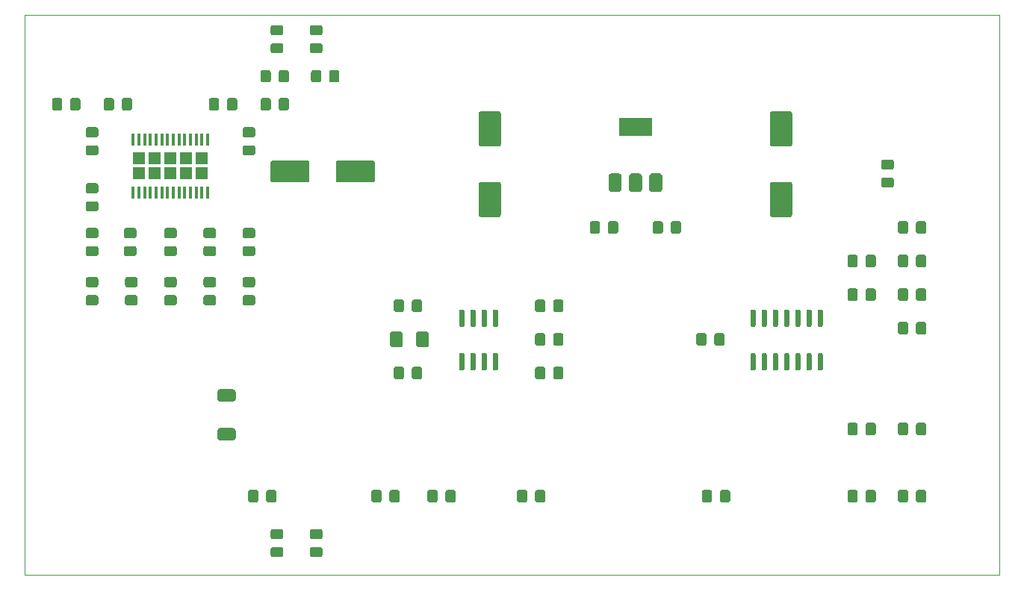
<source format=gbr>
G04 #@! TF.GenerationSoftware,KiCad,Pcbnew,5.1.5-52549c5~86~ubuntu18.04.1*
G04 #@! TF.CreationDate,2020-05-20T16:48:26+05:30*
G04 #@! TF.ProjectId,Resp2,52657370-322e-46b6-9963-61645f706362,rev?*
G04 #@! TF.SameCoordinates,Original*
G04 #@! TF.FileFunction,Paste,Top*
G04 #@! TF.FilePolarity,Positive*
%FSLAX46Y46*%
G04 Gerber Fmt 4.6, Leading zero omitted, Abs format (unit mm)*
G04 Created by KiCad (PCBNEW 5.1.5-52549c5~86~ubuntu18.04.1) date 2020-05-20 16:48:26*
%MOMM*%
%LPD*%
G04 APERTURE LIST*
%ADD10C,0.100000*%
%ADD11R,1.400000X1.400000*%
%ADD12O,0.400000X1.450000*%
%ADD13R,3.800000X2.000000*%
G04 APERTURE END LIST*
D10*
X123190000Y-12700000D02*
X123190000Y-76200000D01*
X12700000Y-12700000D02*
X123190000Y-12700000D01*
X12700000Y-76200000D02*
X12700000Y-12700000D01*
X123190000Y-76200000D02*
X12700000Y-76200000D01*
G36*
X36294306Y-59581685D02*
G01*
X36328282Y-59586725D01*
X36361600Y-59595071D01*
X36393939Y-59606642D01*
X36424989Y-59621328D01*
X36454450Y-59638986D01*
X36482038Y-59659446D01*
X36507487Y-59682513D01*
X36530554Y-59707962D01*
X36551014Y-59735550D01*
X36568672Y-59765011D01*
X36583358Y-59796061D01*
X36594929Y-59828400D01*
X36603275Y-59861718D01*
X36608315Y-59895694D01*
X36610000Y-59930000D01*
X36610000Y-60630000D01*
X36608315Y-60664306D01*
X36603275Y-60698282D01*
X36594929Y-60731600D01*
X36583358Y-60763939D01*
X36568672Y-60794989D01*
X36551014Y-60824450D01*
X36530554Y-60852038D01*
X36507487Y-60877487D01*
X36482038Y-60900554D01*
X36454450Y-60921014D01*
X36424989Y-60938672D01*
X36393939Y-60953358D01*
X36361600Y-60964929D01*
X36328282Y-60973275D01*
X36294306Y-60978315D01*
X36260000Y-60980000D01*
X34860000Y-60980000D01*
X34825694Y-60978315D01*
X34791718Y-60973275D01*
X34758400Y-60964929D01*
X34726061Y-60953358D01*
X34695011Y-60938672D01*
X34665550Y-60921014D01*
X34637962Y-60900554D01*
X34612513Y-60877487D01*
X34589446Y-60852038D01*
X34568986Y-60824450D01*
X34551328Y-60794989D01*
X34536642Y-60763939D01*
X34525071Y-60731600D01*
X34516725Y-60698282D01*
X34511685Y-60664306D01*
X34510000Y-60630000D01*
X34510000Y-59930000D01*
X34511685Y-59895694D01*
X34516725Y-59861718D01*
X34525071Y-59828400D01*
X34536642Y-59796061D01*
X34551328Y-59765011D01*
X34568986Y-59735550D01*
X34589446Y-59707962D01*
X34612513Y-59682513D01*
X34637962Y-59659446D01*
X34665550Y-59638986D01*
X34695011Y-59621328D01*
X34726061Y-59606642D01*
X34758400Y-59595071D01*
X34791718Y-59586725D01*
X34825694Y-59581685D01*
X34860000Y-59580000D01*
X36260000Y-59580000D01*
X36294306Y-59581685D01*
G37*
G36*
X36294306Y-55181685D02*
G01*
X36328282Y-55186725D01*
X36361600Y-55195071D01*
X36393939Y-55206642D01*
X36424989Y-55221328D01*
X36454450Y-55238986D01*
X36482038Y-55259446D01*
X36507487Y-55282513D01*
X36530554Y-55307962D01*
X36551014Y-55335550D01*
X36568672Y-55365011D01*
X36583358Y-55396061D01*
X36594929Y-55428400D01*
X36603275Y-55461718D01*
X36608315Y-55495694D01*
X36610000Y-55530000D01*
X36610000Y-56230000D01*
X36608315Y-56264306D01*
X36603275Y-56298282D01*
X36594929Y-56331600D01*
X36583358Y-56363939D01*
X36568672Y-56394989D01*
X36551014Y-56424450D01*
X36530554Y-56452038D01*
X36507487Y-56477487D01*
X36482038Y-56500554D01*
X36454450Y-56521014D01*
X36424989Y-56538672D01*
X36393939Y-56553358D01*
X36361600Y-56564929D01*
X36328282Y-56573275D01*
X36294306Y-56578315D01*
X36260000Y-56580000D01*
X34860000Y-56580000D01*
X34825694Y-56578315D01*
X34791718Y-56573275D01*
X34758400Y-56564929D01*
X34726061Y-56553358D01*
X34695011Y-56538672D01*
X34665550Y-56521014D01*
X34637962Y-56500554D01*
X34612513Y-56477487D01*
X34589446Y-56452038D01*
X34568986Y-56424450D01*
X34551328Y-56394989D01*
X34536642Y-56363939D01*
X34525071Y-56331600D01*
X34516725Y-56298282D01*
X34511685Y-56264306D01*
X34510000Y-56230000D01*
X34510000Y-55530000D01*
X34511685Y-55495694D01*
X34516725Y-55461718D01*
X34525071Y-55428400D01*
X34536642Y-55396061D01*
X34551328Y-55365011D01*
X34568986Y-55335550D01*
X34589446Y-55307962D01*
X34612513Y-55282513D01*
X34637962Y-55259446D01*
X34665550Y-55238986D01*
X34695011Y-55221328D01*
X34726061Y-55206642D01*
X34758400Y-55195071D01*
X34791718Y-55186725D01*
X34825694Y-55181685D01*
X34860000Y-55180000D01*
X36260000Y-55180000D01*
X36294306Y-55181685D01*
G37*
D11*
X25650000Y-28995000D03*
X25650000Y-30695000D03*
X27430000Y-28995000D03*
X27430000Y-30695000D03*
X29210000Y-28995000D03*
X29210000Y-30695000D03*
X30990000Y-28995000D03*
X30990000Y-30695000D03*
X32770000Y-30695000D03*
X32770000Y-28995000D03*
D12*
X33435000Y-32845000D03*
X32785000Y-32845000D03*
X32135000Y-32845000D03*
X31485000Y-32845000D03*
X30835000Y-32845000D03*
X30185000Y-32845000D03*
X29535000Y-32845000D03*
X28885000Y-32845000D03*
X28235000Y-32845000D03*
X27585000Y-32845000D03*
X26935000Y-32845000D03*
X26285000Y-32845000D03*
X25635000Y-32845000D03*
X24985000Y-32845000D03*
X24985000Y-26845000D03*
X25635000Y-26845000D03*
X26285000Y-26845000D03*
X26935000Y-26845000D03*
X27585000Y-26845000D03*
X28235000Y-26845000D03*
X28885000Y-26845000D03*
X29535000Y-26845000D03*
X30185000Y-26845000D03*
X30835000Y-26845000D03*
X31485000Y-26845000D03*
X32135000Y-26845000D03*
X32785000Y-26845000D03*
X33435000Y-26845000D03*
D10*
G36*
X29684505Y-36891204D02*
G01*
X29708773Y-36894804D01*
X29732572Y-36900765D01*
X29755671Y-36909030D01*
X29777850Y-36919520D01*
X29798893Y-36932132D01*
X29818599Y-36946747D01*
X29836777Y-36963223D01*
X29853253Y-36981401D01*
X29867868Y-37001107D01*
X29880480Y-37022150D01*
X29890970Y-37044329D01*
X29899235Y-37067428D01*
X29905196Y-37091227D01*
X29908796Y-37115495D01*
X29910000Y-37139999D01*
X29910000Y-37790001D01*
X29908796Y-37814505D01*
X29905196Y-37838773D01*
X29899235Y-37862572D01*
X29890970Y-37885671D01*
X29880480Y-37907850D01*
X29867868Y-37928893D01*
X29853253Y-37948599D01*
X29836777Y-37966777D01*
X29818599Y-37983253D01*
X29798893Y-37997868D01*
X29777850Y-38010480D01*
X29755671Y-38020970D01*
X29732572Y-38029235D01*
X29708773Y-38035196D01*
X29684505Y-38038796D01*
X29660001Y-38040000D01*
X28759999Y-38040000D01*
X28735495Y-38038796D01*
X28711227Y-38035196D01*
X28687428Y-38029235D01*
X28664329Y-38020970D01*
X28642150Y-38010480D01*
X28621107Y-37997868D01*
X28601401Y-37983253D01*
X28583223Y-37966777D01*
X28566747Y-37948599D01*
X28552132Y-37928893D01*
X28539520Y-37907850D01*
X28529030Y-37885671D01*
X28520765Y-37862572D01*
X28514804Y-37838773D01*
X28511204Y-37814505D01*
X28510000Y-37790001D01*
X28510000Y-37139999D01*
X28511204Y-37115495D01*
X28514804Y-37091227D01*
X28520765Y-37067428D01*
X28529030Y-37044329D01*
X28539520Y-37022150D01*
X28552132Y-37001107D01*
X28566747Y-36981401D01*
X28583223Y-36963223D01*
X28601401Y-36946747D01*
X28621107Y-36932132D01*
X28642150Y-36919520D01*
X28664329Y-36909030D01*
X28687428Y-36900765D01*
X28711227Y-36894804D01*
X28735495Y-36891204D01*
X28759999Y-36890000D01*
X29660001Y-36890000D01*
X29684505Y-36891204D01*
G37*
G36*
X29684505Y-38941204D02*
G01*
X29708773Y-38944804D01*
X29732572Y-38950765D01*
X29755671Y-38959030D01*
X29777850Y-38969520D01*
X29798893Y-38982132D01*
X29818599Y-38996747D01*
X29836777Y-39013223D01*
X29853253Y-39031401D01*
X29867868Y-39051107D01*
X29880480Y-39072150D01*
X29890970Y-39094329D01*
X29899235Y-39117428D01*
X29905196Y-39141227D01*
X29908796Y-39165495D01*
X29910000Y-39189999D01*
X29910000Y-39840001D01*
X29908796Y-39864505D01*
X29905196Y-39888773D01*
X29899235Y-39912572D01*
X29890970Y-39935671D01*
X29880480Y-39957850D01*
X29867868Y-39978893D01*
X29853253Y-39998599D01*
X29836777Y-40016777D01*
X29818599Y-40033253D01*
X29798893Y-40047868D01*
X29777850Y-40060480D01*
X29755671Y-40070970D01*
X29732572Y-40079235D01*
X29708773Y-40085196D01*
X29684505Y-40088796D01*
X29660001Y-40090000D01*
X28759999Y-40090000D01*
X28735495Y-40088796D01*
X28711227Y-40085196D01*
X28687428Y-40079235D01*
X28664329Y-40070970D01*
X28642150Y-40060480D01*
X28621107Y-40047868D01*
X28601401Y-40033253D01*
X28583223Y-40016777D01*
X28566747Y-39998599D01*
X28552132Y-39978893D01*
X28539520Y-39957850D01*
X28529030Y-39935671D01*
X28520765Y-39912572D01*
X28514804Y-39888773D01*
X28511204Y-39864505D01*
X28510000Y-39840001D01*
X28510000Y-39189999D01*
X28511204Y-39165495D01*
X28514804Y-39141227D01*
X28520765Y-39117428D01*
X28529030Y-39094329D01*
X28539520Y-39072150D01*
X28552132Y-39051107D01*
X28566747Y-39031401D01*
X28583223Y-39013223D01*
X28601401Y-38996747D01*
X28621107Y-38982132D01*
X28642150Y-38969520D01*
X28664329Y-38959030D01*
X28687428Y-38950765D01*
X28711227Y-38944804D01*
X28735495Y-38941204D01*
X28759999Y-38940000D01*
X29660001Y-38940000D01*
X29684505Y-38941204D01*
G37*
G36*
X42404505Y-22161204D02*
G01*
X42428773Y-22164804D01*
X42452572Y-22170765D01*
X42475671Y-22179030D01*
X42497850Y-22189520D01*
X42518893Y-22202132D01*
X42538599Y-22216747D01*
X42556777Y-22233223D01*
X42573253Y-22251401D01*
X42587868Y-22271107D01*
X42600480Y-22292150D01*
X42610970Y-22314329D01*
X42619235Y-22337428D01*
X42625196Y-22361227D01*
X42628796Y-22385495D01*
X42630000Y-22409999D01*
X42630000Y-23310001D01*
X42628796Y-23334505D01*
X42625196Y-23358773D01*
X42619235Y-23382572D01*
X42610970Y-23405671D01*
X42600480Y-23427850D01*
X42587868Y-23448893D01*
X42573253Y-23468599D01*
X42556777Y-23486777D01*
X42538599Y-23503253D01*
X42518893Y-23517868D01*
X42497850Y-23530480D01*
X42475671Y-23540970D01*
X42452572Y-23549235D01*
X42428773Y-23555196D01*
X42404505Y-23558796D01*
X42380001Y-23560000D01*
X41729999Y-23560000D01*
X41705495Y-23558796D01*
X41681227Y-23555196D01*
X41657428Y-23549235D01*
X41634329Y-23540970D01*
X41612150Y-23530480D01*
X41591107Y-23517868D01*
X41571401Y-23503253D01*
X41553223Y-23486777D01*
X41536747Y-23468599D01*
X41522132Y-23448893D01*
X41509520Y-23427850D01*
X41499030Y-23405671D01*
X41490765Y-23382572D01*
X41484804Y-23358773D01*
X41481204Y-23334505D01*
X41480000Y-23310001D01*
X41480000Y-22409999D01*
X41481204Y-22385495D01*
X41484804Y-22361227D01*
X41490765Y-22337428D01*
X41499030Y-22314329D01*
X41509520Y-22292150D01*
X41522132Y-22271107D01*
X41536747Y-22251401D01*
X41553223Y-22233223D01*
X41571401Y-22216747D01*
X41591107Y-22202132D01*
X41612150Y-22189520D01*
X41634329Y-22179030D01*
X41657428Y-22170765D01*
X41681227Y-22164804D01*
X41705495Y-22161204D01*
X41729999Y-22160000D01*
X42380001Y-22160000D01*
X42404505Y-22161204D01*
G37*
G36*
X40354505Y-22161204D02*
G01*
X40378773Y-22164804D01*
X40402572Y-22170765D01*
X40425671Y-22179030D01*
X40447850Y-22189520D01*
X40468893Y-22202132D01*
X40488599Y-22216747D01*
X40506777Y-22233223D01*
X40523253Y-22251401D01*
X40537868Y-22271107D01*
X40550480Y-22292150D01*
X40560970Y-22314329D01*
X40569235Y-22337428D01*
X40575196Y-22361227D01*
X40578796Y-22385495D01*
X40580000Y-22409999D01*
X40580000Y-23310001D01*
X40578796Y-23334505D01*
X40575196Y-23358773D01*
X40569235Y-23382572D01*
X40560970Y-23405671D01*
X40550480Y-23427850D01*
X40537868Y-23448893D01*
X40523253Y-23468599D01*
X40506777Y-23486777D01*
X40488599Y-23503253D01*
X40468893Y-23517868D01*
X40447850Y-23530480D01*
X40425671Y-23540970D01*
X40402572Y-23549235D01*
X40378773Y-23555196D01*
X40354505Y-23558796D01*
X40330001Y-23560000D01*
X39679999Y-23560000D01*
X39655495Y-23558796D01*
X39631227Y-23555196D01*
X39607428Y-23549235D01*
X39584329Y-23540970D01*
X39562150Y-23530480D01*
X39541107Y-23517868D01*
X39521401Y-23503253D01*
X39503223Y-23486777D01*
X39486747Y-23468599D01*
X39472132Y-23448893D01*
X39459520Y-23427850D01*
X39449030Y-23405671D01*
X39440765Y-23382572D01*
X39434804Y-23358773D01*
X39431204Y-23334505D01*
X39430000Y-23310001D01*
X39430000Y-22409999D01*
X39431204Y-22385495D01*
X39434804Y-22361227D01*
X39440765Y-22337428D01*
X39449030Y-22314329D01*
X39459520Y-22292150D01*
X39472132Y-22271107D01*
X39486747Y-22251401D01*
X39503223Y-22233223D01*
X39521401Y-22216747D01*
X39541107Y-22202132D01*
X39562150Y-22189520D01*
X39584329Y-22179030D01*
X39607428Y-22170765D01*
X39631227Y-22164804D01*
X39655495Y-22161204D01*
X39679999Y-22160000D01*
X40330001Y-22160000D01*
X40354505Y-22161204D01*
G37*
G36*
X24624505Y-22161204D02*
G01*
X24648773Y-22164804D01*
X24672572Y-22170765D01*
X24695671Y-22179030D01*
X24717850Y-22189520D01*
X24738893Y-22202132D01*
X24758599Y-22216747D01*
X24776777Y-22233223D01*
X24793253Y-22251401D01*
X24807868Y-22271107D01*
X24820480Y-22292150D01*
X24830970Y-22314329D01*
X24839235Y-22337428D01*
X24845196Y-22361227D01*
X24848796Y-22385495D01*
X24850000Y-22409999D01*
X24850000Y-23310001D01*
X24848796Y-23334505D01*
X24845196Y-23358773D01*
X24839235Y-23382572D01*
X24830970Y-23405671D01*
X24820480Y-23427850D01*
X24807868Y-23448893D01*
X24793253Y-23468599D01*
X24776777Y-23486777D01*
X24758599Y-23503253D01*
X24738893Y-23517868D01*
X24717850Y-23530480D01*
X24695671Y-23540970D01*
X24672572Y-23549235D01*
X24648773Y-23555196D01*
X24624505Y-23558796D01*
X24600001Y-23560000D01*
X23949999Y-23560000D01*
X23925495Y-23558796D01*
X23901227Y-23555196D01*
X23877428Y-23549235D01*
X23854329Y-23540970D01*
X23832150Y-23530480D01*
X23811107Y-23517868D01*
X23791401Y-23503253D01*
X23773223Y-23486777D01*
X23756747Y-23468599D01*
X23742132Y-23448893D01*
X23729520Y-23427850D01*
X23719030Y-23405671D01*
X23710765Y-23382572D01*
X23704804Y-23358773D01*
X23701204Y-23334505D01*
X23700000Y-23310001D01*
X23700000Y-22409999D01*
X23701204Y-22385495D01*
X23704804Y-22361227D01*
X23710765Y-22337428D01*
X23719030Y-22314329D01*
X23729520Y-22292150D01*
X23742132Y-22271107D01*
X23756747Y-22251401D01*
X23773223Y-22233223D01*
X23791401Y-22216747D01*
X23811107Y-22202132D01*
X23832150Y-22189520D01*
X23854329Y-22179030D01*
X23877428Y-22170765D01*
X23901227Y-22164804D01*
X23925495Y-22161204D01*
X23949999Y-22160000D01*
X24600001Y-22160000D01*
X24624505Y-22161204D01*
G37*
G36*
X22574505Y-22161204D02*
G01*
X22598773Y-22164804D01*
X22622572Y-22170765D01*
X22645671Y-22179030D01*
X22667850Y-22189520D01*
X22688893Y-22202132D01*
X22708599Y-22216747D01*
X22726777Y-22233223D01*
X22743253Y-22251401D01*
X22757868Y-22271107D01*
X22770480Y-22292150D01*
X22780970Y-22314329D01*
X22789235Y-22337428D01*
X22795196Y-22361227D01*
X22798796Y-22385495D01*
X22800000Y-22409999D01*
X22800000Y-23310001D01*
X22798796Y-23334505D01*
X22795196Y-23358773D01*
X22789235Y-23382572D01*
X22780970Y-23405671D01*
X22770480Y-23427850D01*
X22757868Y-23448893D01*
X22743253Y-23468599D01*
X22726777Y-23486777D01*
X22708599Y-23503253D01*
X22688893Y-23517868D01*
X22667850Y-23530480D01*
X22645671Y-23540970D01*
X22622572Y-23549235D01*
X22598773Y-23555196D01*
X22574505Y-23558796D01*
X22550001Y-23560000D01*
X21899999Y-23560000D01*
X21875495Y-23558796D01*
X21851227Y-23555196D01*
X21827428Y-23549235D01*
X21804329Y-23540970D01*
X21782150Y-23530480D01*
X21761107Y-23517868D01*
X21741401Y-23503253D01*
X21723223Y-23486777D01*
X21706747Y-23468599D01*
X21692132Y-23448893D01*
X21679520Y-23427850D01*
X21669030Y-23405671D01*
X21660765Y-23382572D01*
X21654804Y-23358773D01*
X21651204Y-23334505D01*
X21650000Y-23310001D01*
X21650000Y-22409999D01*
X21651204Y-22385495D01*
X21654804Y-22361227D01*
X21660765Y-22337428D01*
X21669030Y-22314329D01*
X21679520Y-22292150D01*
X21692132Y-22271107D01*
X21706747Y-22251401D01*
X21723223Y-22233223D01*
X21741401Y-22216747D01*
X21761107Y-22202132D01*
X21782150Y-22189520D01*
X21804329Y-22179030D01*
X21827428Y-22170765D01*
X21851227Y-22164804D01*
X21875495Y-22161204D01*
X21899999Y-22160000D01*
X22550001Y-22160000D01*
X22574505Y-22161204D01*
G37*
G36*
X38574505Y-25461204D02*
G01*
X38598773Y-25464804D01*
X38622572Y-25470765D01*
X38645671Y-25479030D01*
X38667850Y-25489520D01*
X38688893Y-25502132D01*
X38708599Y-25516747D01*
X38726777Y-25533223D01*
X38743253Y-25551401D01*
X38757868Y-25571107D01*
X38770480Y-25592150D01*
X38780970Y-25614329D01*
X38789235Y-25637428D01*
X38795196Y-25661227D01*
X38798796Y-25685495D01*
X38800000Y-25709999D01*
X38800000Y-26360001D01*
X38798796Y-26384505D01*
X38795196Y-26408773D01*
X38789235Y-26432572D01*
X38780970Y-26455671D01*
X38770480Y-26477850D01*
X38757868Y-26498893D01*
X38743253Y-26518599D01*
X38726777Y-26536777D01*
X38708599Y-26553253D01*
X38688893Y-26567868D01*
X38667850Y-26580480D01*
X38645671Y-26590970D01*
X38622572Y-26599235D01*
X38598773Y-26605196D01*
X38574505Y-26608796D01*
X38550001Y-26610000D01*
X37649999Y-26610000D01*
X37625495Y-26608796D01*
X37601227Y-26605196D01*
X37577428Y-26599235D01*
X37554329Y-26590970D01*
X37532150Y-26580480D01*
X37511107Y-26567868D01*
X37491401Y-26553253D01*
X37473223Y-26536777D01*
X37456747Y-26518599D01*
X37442132Y-26498893D01*
X37429520Y-26477850D01*
X37419030Y-26455671D01*
X37410765Y-26432572D01*
X37404804Y-26408773D01*
X37401204Y-26384505D01*
X37400000Y-26360001D01*
X37400000Y-25709999D01*
X37401204Y-25685495D01*
X37404804Y-25661227D01*
X37410765Y-25637428D01*
X37419030Y-25614329D01*
X37429520Y-25592150D01*
X37442132Y-25571107D01*
X37456747Y-25551401D01*
X37473223Y-25533223D01*
X37491401Y-25516747D01*
X37511107Y-25502132D01*
X37532150Y-25489520D01*
X37554329Y-25479030D01*
X37577428Y-25470765D01*
X37601227Y-25464804D01*
X37625495Y-25461204D01*
X37649999Y-25460000D01*
X38550001Y-25460000D01*
X38574505Y-25461204D01*
G37*
G36*
X38574505Y-27511204D02*
G01*
X38598773Y-27514804D01*
X38622572Y-27520765D01*
X38645671Y-27529030D01*
X38667850Y-27539520D01*
X38688893Y-27552132D01*
X38708599Y-27566747D01*
X38726777Y-27583223D01*
X38743253Y-27601401D01*
X38757868Y-27621107D01*
X38770480Y-27642150D01*
X38780970Y-27664329D01*
X38789235Y-27687428D01*
X38795196Y-27711227D01*
X38798796Y-27735495D01*
X38800000Y-27759999D01*
X38800000Y-28410001D01*
X38798796Y-28434505D01*
X38795196Y-28458773D01*
X38789235Y-28482572D01*
X38780970Y-28505671D01*
X38770480Y-28527850D01*
X38757868Y-28548893D01*
X38743253Y-28568599D01*
X38726777Y-28586777D01*
X38708599Y-28603253D01*
X38688893Y-28617868D01*
X38667850Y-28630480D01*
X38645671Y-28640970D01*
X38622572Y-28649235D01*
X38598773Y-28655196D01*
X38574505Y-28658796D01*
X38550001Y-28660000D01*
X37649999Y-28660000D01*
X37625495Y-28658796D01*
X37601227Y-28655196D01*
X37577428Y-28649235D01*
X37554329Y-28640970D01*
X37532150Y-28630480D01*
X37511107Y-28617868D01*
X37491401Y-28603253D01*
X37473223Y-28586777D01*
X37456747Y-28568599D01*
X37442132Y-28548893D01*
X37429520Y-28527850D01*
X37419030Y-28505671D01*
X37410765Y-28482572D01*
X37404804Y-28458773D01*
X37401204Y-28434505D01*
X37400000Y-28410001D01*
X37400000Y-27759999D01*
X37401204Y-27735495D01*
X37404804Y-27711227D01*
X37410765Y-27687428D01*
X37419030Y-27664329D01*
X37429520Y-27642150D01*
X37442132Y-27621107D01*
X37456747Y-27601401D01*
X37473223Y-27583223D01*
X37491401Y-27566747D01*
X37511107Y-27552132D01*
X37532150Y-27539520D01*
X37554329Y-27529030D01*
X37577428Y-27520765D01*
X37601227Y-27514804D01*
X37625495Y-27511204D01*
X37649999Y-27510000D01*
X38550001Y-27510000D01*
X38574505Y-27511204D01*
G37*
G36*
X34494505Y-22161204D02*
G01*
X34518773Y-22164804D01*
X34542572Y-22170765D01*
X34565671Y-22179030D01*
X34587850Y-22189520D01*
X34608893Y-22202132D01*
X34628599Y-22216747D01*
X34646777Y-22233223D01*
X34663253Y-22251401D01*
X34677868Y-22271107D01*
X34690480Y-22292150D01*
X34700970Y-22314329D01*
X34709235Y-22337428D01*
X34715196Y-22361227D01*
X34718796Y-22385495D01*
X34720000Y-22409999D01*
X34720000Y-23310001D01*
X34718796Y-23334505D01*
X34715196Y-23358773D01*
X34709235Y-23382572D01*
X34700970Y-23405671D01*
X34690480Y-23427850D01*
X34677868Y-23448893D01*
X34663253Y-23468599D01*
X34646777Y-23486777D01*
X34628599Y-23503253D01*
X34608893Y-23517868D01*
X34587850Y-23530480D01*
X34565671Y-23540970D01*
X34542572Y-23549235D01*
X34518773Y-23555196D01*
X34494505Y-23558796D01*
X34470001Y-23560000D01*
X33819999Y-23560000D01*
X33795495Y-23558796D01*
X33771227Y-23555196D01*
X33747428Y-23549235D01*
X33724329Y-23540970D01*
X33702150Y-23530480D01*
X33681107Y-23517868D01*
X33661401Y-23503253D01*
X33643223Y-23486777D01*
X33626747Y-23468599D01*
X33612132Y-23448893D01*
X33599520Y-23427850D01*
X33589030Y-23405671D01*
X33580765Y-23382572D01*
X33574804Y-23358773D01*
X33571204Y-23334505D01*
X33570000Y-23310001D01*
X33570000Y-22409999D01*
X33571204Y-22385495D01*
X33574804Y-22361227D01*
X33580765Y-22337428D01*
X33589030Y-22314329D01*
X33599520Y-22292150D01*
X33612132Y-22271107D01*
X33626747Y-22251401D01*
X33643223Y-22233223D01*
X33661401Y-22216747D01*
X33681107Y-22202132D01*
X33702150Y-22189520D01*
X33724329Y-22179030D01*
X33747428Y-22170765D01*
X33771227Y-22164804D01*
X33795495Y-22161204D01*
X33819999Y-22160000D01*
X34470001Y-22160000D01*
X34494505Y-22161204D01*
G37*
G36*
X36544505Y-22161204D02*
G01*
X36568773Y-22164804D01*
X36592572Y-22170765D01*
X36615671Y-22179030D01*
X36637850Y-22189520D01*
X36658893Y-22202132D01*
X36678599Y-22216747D01*
X36696777Y-22233223D01*
X36713253Y-22251401D01*
X36727868Y-22271107D01*
X36740480Y-22292150D01*
X36750970Y-22314329D01*
X36759235Y-22337428D01*
X36765196Y-22361227D01*
X36768796Y-22385495D01*
X36770000Y-22409999D01*
X36770000Y-23310001D01*
X36768796Y-23334505D01*
X36765196Y-23358773D01*
X36759235Y-23382572D01*
X36750970Y-23405671D01*
X36740480Y-23427850D01*
X36727868Y-23448893D01*
X36713253Y-23468599D01*
X36696777Y-23486777D01*
X36678599Y-23503253D01*
X36658893Y-23517868D01*
X36637850Y-23530480D01*
X36615671Y-23540970D01*
X36592572Y-23549235D01*
X36568773Y-23555196D01*
X36544505Y-23558796D01*
X36520001Y-23560000D01*
X35869999Y-23560000D01*
X35845495Y-23558796D01*
X35821227Y-23555196D01*
X35797428Y-23549235D01*
X35774329Y-23540970D01*
X35752150Y-23530480D01*
X35731107Y-23517868D01*
X35711401Y-23503253D01*
X35693223Y-23486777D01*
X35676747Y-23468599D01*
X35662132Y-23448893D01*
X35649520Y-23427850D01*
X35639030Y-23405671D01*
X35630765Y-23382572D01*
X35624804Y-23358773D01*
X35621204Y-23334505D01*
X35620000Y-23310001D01*
X35620000Y-22409999D01*
X35621204Y-22385495D01*
X35624804Y-22361227D01*
X35630765Y-22337428D01*
X35639030Y-22314329D01*
X35649520Y-22292150D01*
X35662132Y-22271107D01*
X35676747Y-22251401D01*
X35693223Y-22233223D01*
X35711401Y-22216747D01*
X35731107Y-22202132D01*
X35752150Y-22189520D01*
X35774329Y-22179030D01*
X35797428Y-22170765D01*
X35821227Y-22164804D01*
X35845495Y-22161204D01*
X35869999Y-22160000D01*
X36520001Y-22160000D01*
X36544505Y-22161204D01*
G37*
G36*
X16714505Y-22161204D02*
G01*
X16738773Y-22164804D01*
X16762572Y-22170765D01*
X16785671Y-22179030D01*
X16807850Y-22189520D01*
X16828893Y-22202132D01*
X16848599Y-22216747D01*
X16866777Y-22233223D01*
X16883253Y-22251401D01*
X16897868Y-22271107D01*
X16910480Y-22292150D01*
X16920970Y-22314329D01*
X16929235Y-22337428D01*
X16935196Y-22361227D01*
X16938796Y-22385495D01*
X16940000Y-22409999D01*
X16940000Y-23310001D01*
X16938796Y-23334505D01*
X16935196Y-23358773D01*
X16929235Y-23382572D01*
X16920970Y-23405671D01*
X16910480Y-23427850D01*
X16897868Y-23448893D01*
X16883253Y-23468599D01*
X16866777Y-23486777D01*
X16848599Y-23503253D01*
X16828893Y-23517868D01*
X16807850Y-23530480D01*
X16785671Y-23540970D01*
X16762572Y-23549235D01*
X16738773Y-23555196D01*
X16714505Y-23558796D01*
X16690001Y-23560000D01*
X16039999Y-23560000D01*
X16015495Y-23558796D01*
X15991227Y-23555196D01*
X15967428Y-23549235D01*
X15944329Y-23540970D01*
X15922150Y-23530480D01*
X15901107Y-23517868D01*
X15881401Y-23503253D01*
X15863223Y-23486777D01*
X15846747Y-23468599D01*
X15832132Y-23448893D01*
X15819520Y-23427850D01*
X15809030Y-23405671D01*
X15800765Y-23382572D01*
X15794804Y-23358773D01*
X15791204Y-23334505D01*
X15790000Y-23310001D01*
X15790000Y-22409999D01*
X15791204Y-22385495D01*
X15794804Y-22361227D01*
X15800765Y-22337428D01*
X15809030Y-22314329D01*
X15819520Y-22292150D01*
X15832132Y-22271107D01*
X15846747Y-22251401D01*
X15863223Y-22233223D01*
X15881401Y-22216747D01*
X15901107Y-22202132D01*
X15922150Y-22189520D01*
X15944329Y-22179030D01*
X15967428Y-22170765D01*
X15991227Y-22164804D01*
X16015495Y-22161204D01*
X16039999Y-22160000D01*
X16690001Y-22160000D01*
X16714505Y-22161204D01*
G37*
G36*
X18764505Y-22161204D02*
G01*
X18788773Y-22164804D01*
X18812572Y-22170765D01*
X18835671Y-22179030D01*
X18857850Y-22189520D01*
X18878893Y-22202132D01*
X18898599Y-22216747D01*
X18916777Y-22233223D01*
X18933253Y-22251401D01*
X18947868Y-22271107D01*
X18960480Y-22292150D01*
X18970970Y-22314329D01*
X18979235Y-22337428D01*
X18985196Y-22361227D01*
X18988796Y-22385495D01*
X18990000Y-22409999D01*
X18990000Y-23310001D01*
X18988796Y-23334505D01*
X18985196Y-23358773D01*
X18979235Y-23382572D01*
X18970970Y-23405671D01*
X18960480Y-23427850D01*
X18947868Y-23448893D01*
X18933253Y-23468599D01*
X18916777Y-23486777D01*
X18898599Y-23503253D01*
X18878893Y-23517868D01*
X18857850Y-23530480D01*
X18835671Y-23540970D01*
X18812572Y-23549235D01*
X18788773Y-23555196D01*
X18764505Y-23558796D01*
X18740001Y-23560000D01*
X18089999Y-23560000D01*
X18065495Y-23558796D01*
X18041227Y-23555196D01*
X18017428Y-23549235D01*
X17994329Y-23540970D01*
X17972150Y-23530480D01*
X17951107Y-23517868D01*
X17931401Y-23503253D01*
X17913223Y-23486777D01*
X17896747Y-23468599D01*
X17882132Y-23448893D01*
X17869520Y-23427850D01*
X17859030Y-23405671D01*
X17850765Y-23382572D01*
X17844804Y-23358773D01*
X17841204Y-23334505D01*
X17840000Y-23310001D01*
X17840000Y-22409999D01*
X17841204Y-22385495D01*
X17844804Y-22361227D01*
X17850765Y-22337428D01*
X17859030Y-22314329D01*
X17869520Y-22292150D01*
X17882132Y-22271107D01*
X17896747Y-22251401D01*
X17913223Y-22233223D01*
X17931401Y-22216747D01*
X17951107Y-22202132D01*
X17972150Y-22189520D01*
X17994329Y-22179030D01*
X18017428Y-22170765D01*
X18041227Y-22164804D01*
X18065495Y-22161204D01*
X18089999Y-22160000D01*
X18740001Y-22160000D01*
X18764505Y-22161204D01*
G37*
G36*
X20794505Y-33861204D02*
G01*
X20818773Y-33864804D01*
X20842572Y-33870765D01*
X20865671Y-33879030D01*
X20887850Y-33889520D01*
X20908893Y-33902132D01*
X20928599Y-33916747D01*
X20946777Y-33933223D01*
X20963253Y-33951401D01*
X20977868Y-33971107D01*
X20990480Y-33992150D01*
X21000970Y-34014329D01*
X21009235Y-34037428D01*
X21015196Y-34061227D01*
X21018796Y-34085495D01*
X21020000Y-34109999D01*
X21020000Y-34760001D01*
X21018796Y-34784505D01*
X21015196Y-34808773D01*
X21009235Y-34832572D01*
X21000970Y-34855671D01*
X20990480Y-34877850D01*
X20977868Y-34898893D01*
X20963253Y-34918599D01*
X20946777Y-34936777D01*
X20928599Y-34953253D01*
X20908893Y-34967868D01*
X20887850Y-34980480D01*
X20865671Y-34990970D01*
X20842572Y-34999235D01*
X20818773Y-35005196D01*
X20794505Y-35008796D01*
X20770001Y-35010000D01*
X19869999Y-35010000D01*
X19845495Y-35008796D01*
X19821227Y-35005196D01*
X19797428Y-34999235D01*
X19774329Y-34990970D01*
X19752150Y-34980480D01*
X19731107Y-34967868D01*
X19711401Y-34953253D01*
X19693223Y-34936777D01*
X19676747Y-34918599D01*
X19662132Y-34898893D01*
X19649520Y-34877850D01*
X19639030Y-34855671D01*
X19630765Y-34832572D01*
X19624804Y-34808773D01*
X19621204Y-34784505D01*
X19620000Y-34760001D01*
X19620000Y-34109999D01*
X19621204Y-34085495D01*
X19624804Y-34061227D01*
X19630765Y-34037428D01*
X19639030Y-34014329D01*
X19649520Y-33992150D01*
X19662132Y-33971107D01*
X19676747Y-33951401D01*
X19693223Y-33933223D01*
X19711401Y-33916747D01*
X19731107Y-33902132D01*
X19752150Y-33889520D01*
X19774329Y-33879030D01*
X19797428Y-33870765D01*
X19821227Y-33864804D01*
X19845495Y-33861204D01*
X19869999Y-33860000D01*
X20770001Y-33860000D01*
X20794505Y-33861204D01*
G37*
G36*
X20794505Y-31811204D02*
G01*
X20818773Y-31814804D01*
X20842572Y-31820765D01*
X20865671Y-31829030D01*
X20887850Y-31839520D01*
X20908893Y-31852132D01*
X20928599Y-31866747D01*
X20946777Y-31883223D01*
X20963253Y-31901401D01*
X20977868Y-31921107D01*
X20990480Y-31942150D01*
X21000970Y-31964329D01*
X21009235Y-31987428D01*
X21015196Y-32011227D01*
X21018796Y-32035495D01*
X21020000Y-32059999D01*
X21020000Y-32710001D01*
X21018796Y-32734505D01*
X21015196Y-32758773D01*
X21009235Y-32782572D01*
X21000970Y-32805671D01*
X20990480Y-32827850D01*
X20977868Y-32848893D01*
X20963253Y-32868599D01*
X20946777Y-32886777D01*
X20928599Y-32903253D01*
X20908893Y-32917868D01*
X20887850Y-32930480D01*
X20865671Y-32940970D01*
X20842572Y-32949235D01*
X20818773Y-32955196D01*
X20794505Y-32958796D01*
X20770001Y-32960000D01*
X19869999Y-32960000D01*
X19845495Y-32958796D01*
X19821227Y-32955196D01*
X19797428Y-32949235D01*
X19774329Y-32940970D01*
X19752150Y-32930480D01*
X19731107Y-32917868D01*
X19711401Y-32903253D01*
X19693223Y-32886777D01*
X19676747Y-32868599D01*
X19662132Y-32848893D01*
X19649520Y-32827850D01*
X19639030Y-32805671D01*
X19630765Y-32782572D01*
X19624804Y-32758773D01*
X19621204Y-32734505D01*
X19620000Y-32710001D01*
X19620000Y-32059999D01*
X19621204Y-32035495D01*
X19624804Y-32011227D01*
X19630765Y-31987428D01*
X19639030Y-31964329D01*
X19649520Y-31942150D01*
X19662132Y-31921107D01*
X19676747Y-31901401D01*
X19693223Y-31883223D01*
X19711401Y-31866747D01*
X19731107Y-31852132D01*
X19752150Y-31839520D01*
X19774329Y-31829030D01*
X19797428Y-31820765D01*
X19821227Y-31814804D01*
X19845495Y-31811204D01*
X19869999Y-31810000D01*
X20770001Y-31810000D01*
X20794505Y-31811204D01*
G37*
G36*
X86854505Y-36131204D02*
G01*
X86878773Y-36134804D01*
X86902572Y-36140765D01*
X86925671Y-36149030D01*
X86947850Y-36159520D01*
X86968893Y-36172132D01*
X86988599Y-36186747D01*
X87006777Y-36203223D01*
X87023253Y-36221401D01*
X87037868Y-36241107D01*
X87050480Y-36262150D01*
X87060970Y-36284329D01*
X87069235Y-36307428D01*
X87075196Y-36331227D01*
X87078796Y-36355495D01*
X87080000Y-36379999D01*
X87080000Y-37280001D01*
X87078796Y-37304505D01*
X87075196Y-37328773D01*
X87069235Y-37352572D01*
X87060970Y-37375671D01*
X87050480Y-37397850D01*
X87037868Y-37418893D01*
X87023253Y-37438599D01*
X87006777Y-37456777D01*
X86988599Y-37473253D01*
X86968893Y-37487868D01*
X86947850Y-37500480D01*
X86925671Y-37510970D01*
X86902572Y-37519235D01*
X86878773Y-37525196D01*
X86854505Y-37528796D01*
X86830001Y-37530000D01*
X86179999Y-37530000D01*
X86155495Y-37528796D01*
X86131227Y-37525196D01*
X86107428Y-37519235D01*
X86084329Y-37510970D01*
X86062150Y-37500480D01*
X86041107Y-37487868D01*
X86021401Y-37473253D01*
X86003223Y-37456777D01*
X85986747Y-37438599D01*
X85972132Y-37418893D01*
X85959520Y-37397850D01*
X85949030Y-37375671D01*
X85940765Y-37352572D01*
X85934804Y-37328773D01*
X85931204Y-37304505D01*
X85930000Y-37280001D01*
X85930000Y-36379999D01*
X85931204Y-36355495D01*
X85934804Y-36331227D01*
X85940765Y-36307428D01*
X85949030Y-36284329D01*
X85959520Y-36262150D01*
X85972132Y-36241107D01*
X85986747Y-36221401D01*
X86003223Y-36203223D01*
X86021401Y-36186747D01*
X86041107Y-36172132D01*
X86062150Y-36159520D01*
X86084329Y-36149030D01*
X86107428Y-36140765D01*
X86131227Y-36134804D01*
X86155495Y-36131204D01*
X86179999Y-36130000D01*
X86830001Y-36130000D01*
X86854505Y-36131204D01*
G37*
G36*
X84804505Y-36131204D02*
G01*
X84828773Y-36134804D01*
X84852572Y-36140765D01*
X84875671Y-36149030D01*
X84897850Y-36159520D01*
X84918893Y-36172132D01*
X84938599Y-36186747D01*
X84956777Y-36203223D01*
X84973253Y-36221401D01*
X84987868Y-36241107D01*
X85000480Y-36262150D01*
X85010970Y-36284329D01*
X85019235Y-36307428D01*
X85025196Y-36331227D01*
X85028796Y-36355495D01*
X85030000Y-36379999D01*
X85030000Y-37280001D01*
X85028796Y-37304505D01*
X85025196Y-37328773D01*
X85019235Y-37352572D01*
X85010970Y-37375671D01*
X85000480Y-37397850D01*
X84987868Y-37418893D01*
X84973253Y-37438599D01*
X84956777Y-37456777D01*
X84938599Y-37473253D01*
X84918893Y-37487868D01*
X84897850Y-37500480D01*
X84875671Y-37510970D01*
X84852572Y-37519235D01*
X84828773Y-37525196D01*
X84804505Y-37528796D01*
X84780001Y-37530000D01*
X84129999Y-37530000D01*
X84105495Y-37528796D01*
X84081227Y-37525196D01*
X84057428Y-37519235D01*
X84034329Y-37510970D01*
X84012150Y-37500480D01*
X83991107Y-37487868D01*
X83971401Y-37473253D01*
X83953223Y-37456777D01*
X83936747Y-37438599D01*
X83922132Y-37418893D01*
X83909520Y-37397850D01*
X83899030Y-37375671D01*
X83890765Y-37352572D01*
X83884804Y-37328773D01*
X83881204Y-37304505D01*
X83880000Y-37280001D01*
X83880000Y-36379999D01*
X83881204Y-36355495D01*
X83884804Y-36331227D01*
X83890765Y-36307428D01*
X83899030Y-36284329D01*
X83909520Y-36262150D01*
X83922132Y-36241107D01*
X83936747Y-36221401D01*
X83953223Y-36203223D01*
X83971401Y-36186747D01*
X83991107Y-36172132D01*
X84012150Y-36159520D01*
X84034329Y-36149030D01*
X84057428Y-36140765D01*
X84081227Y-36134804D01*
X84105495Y-36131204D01*
X84129999Y-36130000D01*
X84780001Y-36130000D01*
X84804505Y-36131204D01*
G37*
G36*
X77674505Y-36131204D02*
G01*
X77698773Y-36134804D01*
X77722572Y-36140765D01*
X77745671Y-36149030D01*
X77767850Y-36159520D01*
X77788893Y-36172132D01*
X77808599Y-36186747D01*
X77826777Y-36203223D01*
X77843253Y-36221401D01*
X77857868Y-36241107D01*
X77870480Y-36262150D01*
X77880970Y-36284329D01*
X77889235Y-36307428D01*
X77895196Y-36331227D01*
X77898796Y-36355495D01*
X77900000Y-36379999D01*
X77900000Y-37280001D01*
X77898796Y-37304505D01*
X77895196Y-37328773D01*
X77889235Y-37352572D01*
X77880970Y-37375671D01*
X77870480Y-37397850D01*
X77857868Y-37418893D01*
X77843253Y-37438599D01*
X77826777Y-37456777D01*
X77808599Y-37473253D01*
X77788893Y-37487868D01*
X77767850Y-37500480D01*
X77745671Y-37510970D01*
X77722572Y-37519235D01*
X77698773Y-37525196D01*
X77674505Y-37528796D01*
X77650001Y-37530000D01*
X76999999Y-37530000D01*
X76975495Y-37528796D01*
X76951227Y-37525196D01*
X76927428Y-37519235D01*
X76904329Y-37510970D01*
X76882150Y-37500480D01*
X76861107Y-37487868D01*
X76841401Y-37473253D01*
X76823223Y-37456777D01*
X76806747Y-37438599D01*
X76792132Y-37418893D01*
X76779520Y-37397850D01*
X76769030Y-37375671D01*
X76760765Y-37352572D01*
X76754804Y-37328773D01*
X76751204Y-37304505D01*
X76750000Y-37280001D01*
X76750000Y-36379999D01*
X76751204Y-36355495D01*
X76754804Y-36331227D01*
X76760765Y-36307428D01*
X76769030Y-36284329D01*
X76779520Y-36262150D01*
X76792132Y-36241107D01*
X76806747Y-36221401D01*
X76823223Y-36203223D01*
X76841401Y-36186747D01*
X76861107Y-36172132D01*
X76882150Y-36159520D01*
X76904329Y-36149030D01*
X76927428Y-36140765D01*
X76951227Y-36134804D01*
X76975495Y-36131204D01*
X76999999Y-36130000D01*
X77650001Y-36130000D01*
X77674505Y-36131204D01*
G37*
G36*
X79724505Y-36131204D02*
G01*
X79748773Y-36134804D01*
X79772572Y-36140765D01*
X79795671Y-36149030D01*
X79817850Y-36159520D01*
X79838893Y-36172132D01*
X79858599Y-36186747D01*
X79876777Y-36203223D01*
X79893253Y-36221401D01*
X79907868Y-36241107D01*
X79920480Y-36262150D01*
X79930970Y-36284329D01*
X79939235Y-36307428D01*
X79945196Y-36331227D01*
X79948796Y-36355495D01*
X79950000Y-36379999D01*
X79950000Y-37280001D01*
X79948796Y-37304505D01*
X79945196Y-37328773D01*
X79939235Y-37352572D01*
X79930970Y-37375671D01*
X79920480Y-37397850D01*
X79907868Y-37418893D01*
X79893253Y-37438599D01*
X79876777Y-37456777D01*
X79858599Y-37473253D01*
X79838893Y-37487868D01*
X79817850Y-37500480D01*
X79795671Y-37510970D01*
X79772572Y-37519235D01*
X79748773Y-37525196D01*
X79724505Y-37528796D01*
X79700001Y-37530000D01*
X79049999Y-37530000D01*
X79025495Y-37528796D01*
X79001227Y-37525196D01*
X78977428Y-37519235D01*
X78954329Y-37510970D01*
X78932150Y-37500480D01*
X78911107Y-37487868D01*
X78891401Y-37473253D01*
X78873223Y-37456777D01*
X78856747Y-37438599D01*
X78842132Y-37418893D01*
X78829520Y-37397850D01*
X78819030Y-37375671D01*
X78810765Y-37352572D01*
X78804804Y-37328773D01*
X78801204Y-37304505D01*
X78800000Y-37280001D01*
X78800000Y-36379999D01*
X78801204Y-36355495D01*
X78804804Y-36331227D01*
X78810765Y-36307428D01*
X78819030Y-36284329D01*
X78829520Y-36262150D01*
X78842132Y-36241107D01*
X78856747Y-36221401D01*
X78873223Y-36203223D01*
X78891401Y-36186747D01*
X78911107Y-36172132D01*
X78932150Y-36159520D01*
X78954329Y-36149030D01*
X78977428Y-36140765D01*
X79001227Y-36134804D01*
X79025495Y-36131204D01*
X79049999Y-36130000D01*
X79700001Y-36130000D01*
X79724505Y-36131204D01*
G37*
G36*
X110964505Y-29126204D02*
G01*
X110988773Y-29129804D01*
X111012572Y-29135765D01*
X111035671Y-29144030D01*
X111057850Y-29154520D01*
X111078893Y-29167132D01*
X111098599Y-29181747D01*
X111116777Y-29198223D01*
X111133253Y-29216401D01*
X111147868Y-29236107D01*
X111160480Y-29257150D01*
X111170970Y-29279329D01*
X111179235Y-29302428D01*
X111185196Y-29326227D01*
X111188796Y-29350495D01*
X111190000Y-29374999D01*
X111190000Y-30025001D01*
X111188796Y-30049505D01*
X111185196Y-30073773D01*
X111179235Y-30097572D01*
X111170970Y-30120671D01*
X111160480Y-30142850D01*
X111147868Y-30163893D01*
X111133253Y-30183599D01*
X111116777Y-30201777D01*
X111098599Y-30218253D01*
X111078893Y-30232868D01*
X111057850Y-30245480D01*
X111035671Y-30255970D01*
X111012572Y-30264235D01*
X110988773Y-30270196D01*
X110964505Y-30273796D01*
X110940001Y-30275000D01*
X110039999Y-30275000D01*
X110015495Y-30273796D01*
X109991227Y-30270196D01*
X109967428Y-30264235D01*
X109944329Y-30255970D01*
X109922150Y-30245480D01*
X109901107Y-30232868D01*
X109881401Y-30218253D01*
X109863223Y-30201777D01*
X109846747Y-30183599D01*
X109832132Y-30163893D01*
X109819520Y-30142850D01*
X109809030Y-30120671D01*
X109800765Y-30097572D01*
X109794804Y-30073773D01*
X109791204Y-30049505D01*
X109790000Y-30025001D01*
X109790000Y-29374999D01*
X109791204Y-29350495D01*
X109794804Y-29326227D01*
X109800765Y-29302428D01*
X109809030Y-29279329D01*
X109819520Y-29257150D01*
X109832132Y-29236107D01*
X109846747Y-29216401D01*
X109863223Y-29198223D01*
X109881401Y-29181747D01*
X109901107Y-29167132D01*
X109922150Y-29154520D01*
X109944329Y-29144030D01*
X109967428Y-29135765D01*
X109991227Y-29129804D01*
X110015495Y-29126204D01*
X110039999Y-29125000D01*
X110940001Y-29125000D01*
X110964505Y-29126204D01*
G37*
G36*
X110964505Y-31176204D02*
G01*
X110988773Y-31179804D01*
X111012572Y-31185765D01*
X111035671Y-31194030D01*
X111057850Y-31204520D01*
X111078893Y-31217132D01*
X111098599Y-31231747D01*
X111116777Y-31248223D01*
X111133253Y-31266401D01*
X111147868Y-31286107D01*
X111160480Y-31307150D01*
X111170970Y-31329329D01*
X111179235Y-31352428D01*
X111185196Y-31376227D01*
X111188796Y-31400495D01*
X111190000Y-31424999D01*
X111190000Y-32075001D01*
X111188796Y-32099505D01*
X111185196Y-32123773D01*
X111179235Y-32147572D01*
X111170970Y-32170671D01*
X111160480Y-32192850D01*
X111147868Y-32213893D01*
X111133253Y-32233599D01*
X111116777Y-32251777D01*
X111098599Y-32268253D01*
X111078893Y-32282868D01*
X111057850Y-32295480D01*
X111035671Y-32305970D01*
X111012572Y-32314235D01*
X110988773Y-32320196D01*
X110964505Y-32323796D01*
X110940001Y-32325000D01*
X110039999Y-32325000D01*
X110015495Y-32323796D01*
X109991227Y-32320196D01*
X109967428Y-32314235D01*
X109944329Y-32305970D01*
X109922150Y-32295480D01*
X109901107Y-32282868D01*
X109881401Y-32268253D01*
X109863223Y-32251777D01*
X109846747Y-32233599D01*
X109832132Y-32213893D01*
X109819520Y-32192850D01*
X109809030Y-32170671D01*
X109800765Y-32147572D01*
X109794804Y-32123773D01*
X109791204Y-32099505D01*
X109790000Y-32075001D01*
X109790000Y-31424999D01*
X109791204Y-31400495D01*
X109794804Y-31376227D01*
X109800765Y-31352428D01*
X109809030Y-31329329D01*
X109819520Y-31307150D01*
X109832132Y-31286107D01*
X109846747Y-31266401D01*
X109863223Y-31248223D01*
X109881401Y-31231747D01*
X109901107Y-31217132D01*
X109922150Y-31204520D01*
X109944329Y-31194030D01*
X109967428Y-31185765D01*
X109991227Y-31179804D01*
X110015495Y-31176204D01*
X110039999Y-31175000D01*
X110940001Y-31175000D01*
X110964505Y-31176204D01*
G37*
G36*
X58272004Y-48656204D02*
G01*
X58296273Y-48659804D01*
X58320071Y-48665765D01*
X58343171Y-48674030D01*
X58365349Y-48684520D01*
X58386393Y-48697133D01*
X58406098Y-48711747D01*
X58424277Y-48728223D01*
X58440753Y-48746402D01*
X58455367Y-48766107D01*
X58467980Y-48787151D01*
X58478470Y-48809329D01*
X58486735Y-48832429D01*
X58492696Y-48856227D01*
X58496296Y-48880496D01*
X58497500Y-48905000D01*
X58497500Y-50155000D01*
X58496296Y-50179504D01*
X58492696Y-50203773D01*
X58486735Y-50227571D01*
X58478470Y-50250671D01*
X58467980Y-50272849D01*
X58455367Y-50293893D01*
X58440753Y-50313598D01*
X58424277Y-50331777D01*
X58406098Y-50348253D01*
X58386393Y-50362867D01*
X58365349Y-50375480D01*
X58343171Y-50385970D01*
X58320071Y-50394235D01*
X58296273Y-50400196D01*
X58272004Y-50403796D01*
X58247500Y-50405000D01*
X57322500Y-50405000D01*
X57297996Y-50403796D01*
X57273727Y-50400196D01*
X57249929Y-50394235D01*
X57226829Y-50385970D01*
X57204651Y-50375480D01*
X57183607Y-50362867D01*
X57163902Y-50348253D01*
X57145723Y-50331777D01*
X57129247Y-50313598D01*
X57114633Y-50293893D01*
X57102020Y-50272849D01*
X57091530Y-50250671D01*
X57083265Y-50227571D01*
X57077304Y-50203773D01*
X57073704Y-50179504D01*
X57072500Y-50155000D01*
X57072500Y-48905000D01*
X57073704Y-48880496D01*
X57077304Y-48856227D01*
X57083265Y-48832429D01*
X57091530Y-48809329D01*
X57102020Y-48787151D01*
X57114633Y-48766107D01*
X57129247Y-48746402D01*
X57145723Y-48728223D01*
X57163902Y-48711747D01*
X57183607Y-48697133D01*
X57204651Y-48684520D01*
X57226829Y-48674030D01*
X57249929Y-48665765D01*
X57273727Y-48659804D01*
X57297996Y-48656204D01*
X57322500Y-48655000D01*
X58247500Y-48655000D01*
X58272004Y-48656204D01*
G37*
G36*
X55297004Y-48656204D02*
G01*
X55321273Y-48659804D01*
X55345071Y-48665765D01*
X55368171Y-48674030D01*
X55390349Y-48684520D01*
X55411393Y-48697133D01*
X55431098Y-48711747D01*
X55449277Y-48728223D01*
X55465753Y-48746402D01*
X55480367Y-48766107D01*
X55492980Y-48787151D01*
X55503470Y-48809329D01*
X55511735Y-48832429D01*
X55517696Y-48856227D01*
X55521296Y-48880496D01*
X55522500Y-48905000D01*
X55522500Y-50155000D01*
X55521296Y-50179504D01*
X55517696Y-50203773D01*
X55511735Y-50227571D01*
X55503470Y-50250671D01*
X55492980Y-50272849D01*
X55480367Y-50293893D01*
X55465753Y-50313598D01*
X55449277Y-50331777D01*
X55431098Y-50348253D01*
X55411393Y-50362867D01*
X55390349Y-50375480D01*
X55368171Y-50385970D01*
X55345071Y-50394235D01*
X55321273Y-50400196D01*
X55297004Y-50403796D01*
X55272500Y-50405000D01*
X54347500Y-50405000D01*
X54322996Y-50403796D01*
X54298727Y-50400196D01*
X54274929Y-50394235D01*
X54251829Y-50385970D01*
X54229651Y-50375480D01*
X54208607Y-50362867D01*
X54188902Y-50348253D01*
X54170723Y-50331777D01*
X54154247Y-50313598D01*
X54139633Y-50293893D01*
X54127020Y-50272849D01*
X54116530Y-50250671D01*
X54108265Y-50227571D01*
X54102304Y-50203773D01*
X54098704Y-50179504D01*
X54097500Y-50155000D01*
X54097500Y-48905000D01*
X54098704Y-48880496D01*
X54102304Y-48856227D01*
X54108265Y-48832429D01*
X54116530Y-48809329D01*
X54127020Y-48787151D01*
X54139633Y-48766107D01*
X54154247Y-48746402D01*
X54170723Y-48728223D01*
X54188902Y-48711747D01*
X54208607Y-48697133D01*
X54229651Y-48684520D01*
X54251829Y-48674030D01*
X54274929Y-48665765D01*
X54298727Y-48659804D01*
X54322996Y-48656204D01*
X54347500Y-48655000D01*
X55272500Y-48655000D01*
X55297004Y-48656204D01*
G37*
G36*
X62394703Y-46145722D02*
G01*
X62409264Y-46147882D01*
X62423543Y-46151459D01*
X62437403Y-46156418D01*
X62450710Y-46162712D01*
X62463336Y-46170280D01*
X62475159Y-46179048D01*
X62486066Y-46188934D01*
X62495952Y-46199841D01*
X62504720Y-46211664D01*
X62512288Y-46224290D01*
X62518582Y-46237597D01*
X62523541Y-46251457D01*
X62527118Y-46265736D01*
X62529278Y-46280297D01*
X62530000Y-46295000D01*
X62530000Y-47945000D01*
X62529278Y-47959703D01*
X62527118Y-47974264D01*
X62523541Y-47988543D01*
X62518582Y-48002403D01*
X62512288Y-48015710D01*
X62504720Y-48028336D01*
X62495952Y-48040159D01*
X62486066Y-48051066D01*
X62475159Y-48060952D01*
X62463336Y-48069720D01*
X62450710Y-48077288D01*
X62437403Y-48083582D01*
X62423543Y-48088541D01*
X62409264Y-48092118D01*
X62394703Y-48094278D01*
X62380000Y-48095000D01*
X62080000Y-48095000D01*
X62065297Y-48094278D01*
X62050736Y-48092118D01*
X62036457Y-48088541D01*
X62022597Y-48083582D01*
X62009290Y-48077288D01*
X61996664Y-48069720D01*
X61984841Y-48060952D01*
X61973934Y-48051066D01*
X61964048Y-48040159D01*
X61955280Y-48028336D01*
X61947712Y-48015710D01*
X61941418Y-48002403D01*
X61936459Y-47988543D01*
X61932882Y-47974264D01*
X61930722Y-47959703D01*
X61930000Y-47945000D01*
X61930000Y-46295000D01*
X61930722Y-46280297D01*
X61932882Y-46265736D01*
X61936459Y-46251457D01*
X61941418Y-46237597D01*
X61947712Y-46224290D01*
X61955280Y-46211664D01*
X61964048Y-46199841D01*
X61973934Y-46188934D01*
X61984841Y-46179048D01*
X61996664Y-46170280D01*
X62009290Y-46162712D01*
X62022597Y-46156418D01*
X62036457Y-46151459D01*
X62050736Y-46147882D01*
X62065297Y-46145722D01*
X62080000Y-46145000D01*
X62380000Y-46145000D01*
X62394703Y-46145722D01*
G37*
G36*
X63664703Y-46145722D02*
G01*
X63679264Y-46147882D01*
X63693543Y-46151459D01*
X63707403Y-46156418D01*
X63720710Y-46162712D01*
X63733336Y-46170280D01*
X63745159Y-46179048D01*
X63756066Y-46188934D01*
X63765952Y-46199841D01*
X63774720Y-46211664D01*
X63782288Y-46224290D01*
X63788582Y-46237597D01*
X63793541Y-46251457D01*
X63797118Y-46265736D01*
X63799278Y-46280297D01*
X63800000Y-46295000D01*
X63800000Y-47945000D01*
X63799278Y-47959703D01*
X63797118Y-47974264D01*
X63793541Y-47988543D01*
X63788582Y-48002403D01*
X63782288Y-48015710D01*
X63774720Y-48028336D01*
X63765952Y-48040159D01*
X63756066Y-48051066D01*
X63745159Y-48060952D01*
X63733336Y-48069720D01*
X63720710Y-48077288D01*
X63707403Y-48083582D01*
X63693543Y-48088541D01*
X63679264Y-48092118D01*
X63664703Y-48094278D01*
X63650000Y-48095000D01*
X63350000Y-48095000D01*
X63335297Y-48094278D01*
X63320736Y-48092118D01*
X63306457Y-48088541D01*
X63292597Y-48083582D01*
X63279290Y-48077288D01*
X63266664Y-48069720D01*
X63254841Y-48060952D01*
X63243934Y-48051066D01*
X63234048Y-48040159D01*
X63225280Y-48028336D01*
X63217712Y-48015710D01*
X63211418Y-48002403D01*
X63206459Y-47988543D01*
X63202882Y-47974264D01*
X63200722Y-47959703D01*
X63200000Y-47945000D01*
X63200000Y-46295000D01*
X63200722Y-46280297D01*
X63202882Y-46265736D01*
X63206459Y-46251457D01*
X63211418Y-46237597D01*
X63217712Y-46224290D01*
X63225280Y-46211664D01*
X63234048Y-46199841D01*
X63243934Y-46188934D01*
X63254841Y-46179048D01*
X63266664Y-46170280D01*
X63279290Y-46162712D01*
X63292597Y-46156418D01*
X63306457Y-46151459D01*
X63320736Y-46147882D01*
X63335297Y-46145722D01*
X63350000Y-46145000D01*
X63650000Y-46145000D01*
X63664703Y-46145722D01*
G37*
G36*
X64934703Y-46145722D02*
G01*
X64949264Y-46147882D01*
X64963543Y-46151459D01*
X64977403Y-46156418D01*
X64990710Y-46162712D01*
X65003336Y-46170280D01*
X65015159Y-46179048D01*
X65026066Y-46188934D01*
X65035952Y-46199841D01*
X65044720Y-46211664D01*
X65052288Y-46224290D01*
X65058582Y-46237597D01*
X65063541Y-46251457D01*
X65067118Y-46265736D01*
X65069278Y-46280297D01*
X65070000Y-46295000D01*
X65070000Y-47945000D01*
X65069278Y-47959703D01*
X65067118Y-47974264D01*
X65063541Y-47988543D01*
X65058582Y-48002403D01*
X65052288Y-48015710D01*
X65044720Y-48028336D01*
X65035952Y-48040159D01*
X65026066Y-48051066D01*
X65015159Y-48060952D01*
X65003336Y-48069720D01*
X64990710Y-48077288D01*
X64977403Y-48083582D01*
X64963543Y-48088541D01*
X64949264Y-48092118D01*
X64934703Y-48094278D01*
X64920000Y-48095000D01*
X64620000Y-48095000D01*
X64605297Y-48094278D01*
X64590736Y-48092118D01*
X64576457Y-48088541D01*
X64562597Y-48083582D01*
X64549290Y-48077288D01*
X64536664Y-48069720D01*
X64524841Y-48060952D01*
X64513934Y-48051066D01*
X64504048Y-48040159D01*
X64495280Y-48028336D01*
X64487712Y-48015710D01*
X64481418Y-48002403D01*
X64476459Y-47988543D01*
X64472882Y-47974264D01*
X64470722Y-47959703D01*
X64470000Y-47945000D01*
X64470000Y-46295000D01*
X64470722Y-46280297D01*
X64472882Y-46265736D01*
X64476459Y-46251457D01*
X64481418Y-46237597D01*
X64487712Y-46224290D01*
X64495280Y-46211664D01*
X64504048Y-46199841D01*
X64513934Y-46188934D01*
X64524841Y-46179048D01*
X64536664Y-46170280D01*
X64549290Y-46162712D01*
X64562597Y-46156418D01*
X64576457Y-46151459D01*
X64590736Y-46147882D01*
X64605297Y-46145722D01*
X64620000Y-46145000D01*
X64920000Y-46145000D01*
X64934703Y-46145722D01*
G37*
G36*
X66204703Y-46145722D02*
G01*
X66219264Y-46147882D01*
X66233543Y-46151459D01*
X66247403Y-46156418D01*
X66260710Y-46162712D01*
X66273336Y-46170280D01*
X66285159Y-46179048D01*
X66296066Y-46188934D01*
X66305952Y-46199841D01*
X66314720Y-46211664D01*
X66322288Y-46224290D01*
X66328582Y-46237597D01*
X66333541Y-46251457D01*
X66337118Y-46265736D01*
X66339278Y-46280297D01*
X66340000Y-46295000D01*
X66340000Y-47945000D01*
X66339278Y-47959703D01*
X66337118Y-47974264D01*
X66333541Y-47988543D01*
X66328582Y-48002403D01*
X66322288Y-48015710D01*
X66314720Y-48028336D01*
X66305952Y-48040159D01*
X66296066Y-48051066D01*
X66285159Y-48060952D01*
X66273336Y-48069720D01*
X66260710Y-48077288D01*
X66247403Y-48083582D01*
X66233543Y-48088541D01*
X66219264Y-48092118D01*
X66204703Y-48094278D01*
X66190000Y-48095000D01*
X65890000Y-48095000D01*
X65875297Y-48094278D01*
X65860736Y-48092118D01*
X65846457Y-48088541D01*
X65832597Y-48083582D01*
X65819290Y-48077288D01*
X65806664Y-48069720D01*
X65794841Y-48060952D01*
X65783934Y-48051066D01*
X65774048Y-48040159D01*
X65765280Y-48028336D01*
X65757712Y-48015710D01*
X65751418Y-48002403D01*
X65746459Y-47988543D01*
X65742882Y-47974264D01*
X65740722Y-47959703D01*
X65740000Y-47945000D01*
X65740000Y-46295000D01*
X65740722Y-46280297D01*
X65742882Y-46265736D01*
X65746459Y-46251457D01*
X65751418Y-46237597D01*
X65757712Y-46224290D01*
X65765280Y-46211664D01*
X65774048Y-46199841D01*
X65783934Y-46188934D01*
X65794841Y-46179048D01*
X65806664Y-46170280D01*
X65819290Y-46162712D01*
X65832597Y-46156418D01*
X65846457Y-46151459D01*
X65860736Y-46147882D01*
X65875297Y-46145722D01*
X65890000Y-46145000D01*
X66190000Y-46145000D01*
X66204703Y-46145722D01*
G37*
G36*
X66204703Y-51095722D02*
G01*
X66219264Y-51097882D01*
X66233543Y-51101459D01*
X66247403Y-51106418D01*
X66260710Y-51112712D01*
X66273336Y-51120280D01*
X66285159Y-51129048D01*
X66296066Y-51138934D01*
X66305952Y-51149841D01*
X66314720Y-51161664D01*
X66322288Y-51174290D01*
X66328582Y-51187597D01*
X66333541Y-51201457D01*
X66337118Y-51215736D01*
X66339278Y-51230297D01*
X66340000Y-51245000D01*
X66340000Y-52895000D01*
X66339278Y-52909703D01*
X66337118Y-52924264D01*
X66333541Y-52938543D01*
X66328582Y-52952403D01*
X66322288Y-52965710D01*
X66314720Y-52978336D01*
X66305952Y-52990159D01*
X66296066Y-53001066D01*
X66285159Y-53010952D01*
X66273336Y-53019720D01*
X66260710Y-53027288D01*
X66247403Y-53033582D01*
X66233543Y-53038541D01*
X66219264Y-53042118D01*
X66204703Y-53044278D01*
X66190000Y-53045000D01*
X65890000Y-53045000D01*
X65875297Y-53044278D01*
X65860736Y-53042118D01*
X65846457Y-53038541D01*
X65832597Y-53033582D01*
X65819290Y-53027288D01*
X65806664Y-53019720D01*
X65794841Y-53010952D01*
X65783934Y-53001066D01*
X65774048Y-52990159D01*
X65765280Y-52978336D01*
X65757712Y-52965710D01*
X65751418Y-52952403D01*
X65746459Y-52938543D01*
X65742882Y-52924264D01*
X65740722Y-52909703D01*
X65740000Y-52895000D01*
X65740000Y-51245000D01*
X65740722Y-51230297D01*
X65742882Y-51215736D01*
X65746459Y-51201457D01*
X65751418Y-51187597D01*
X65757712Y-51174290D01*
X65765280Y-51161664D01*
X65774048Y-51149841D01*
X65783934Y-51138934D01*
X65794841Y-51129048D01*
X65806664Y-51120280D01*
X65819290Y-51112712D01*
X65832597Y-51106418D01*
X65846457Y-51101459D01*
X65860736Y-51097882D01*
X65875297Y-51095722D01*
X65890000Y-51095000D01*
X66190000Y-51095000D01*
X66204703Y-51095722D01*
G37*
G36*
X64934703Y-51095722D02*
G01*
X64949264Y-51097882D01*
X64963543Y-51101459D01*
X64977403Y-51106418D01*
X64990710Y-51112712D01*
X65003336Y-51120280D01*
X65015159Y-51129048D01*
X65026066Y-51138934D01*
X65035952Y-51149841D01*
X65044720Y-51161664D01*
X65052288Y-51174290D01*
X65058582Y-51187597D01*
X65063541Y-51201457D01*
X65067118Y-51215736D01*
X65069278Y-51230297D01*
X65070000Y-51245000D01*
X65070000Y-52895000D01*
X65069278Y-52909703D01*
X65067118Y-52924264D01*
X65063541Y-52938543D01*
X65058582Y-52952403D01*
X65052288Y-52965710D01*
X65044720Y-52978336D01*
X65035952Y-52990159D01*
X65026066Y-53001066D01*
X65015159Y-53010952D01*
X65003336Y-53019720D01*
X64990710Y-53027288D01*
X64977403Y-53033582D01*
X64963543Y-53038541D01*
X64949264Y-53042118D01*
X64934703Y-53044278D01*
X64920000Y-53045000D01*
X64620000Y-53045000D01*
X64605297Y-53044278D01*
X64590736Y-53042118D01*
X64576457Y-53038541D01*
X64562597Y-53033582D01*
X64549290Y-53027288D01*
X64536664Y-53019720D01*
X64524841Y-53010952D01*
X64513934Y-53001066D01*
X64504048Y-52990159D01*
X64495280Y-52978336D01*
X64487712Y-52965710D01*
X64481418Y-52952403D01*
X64476459Y-52938543D01*
X64472882Y-52924264D01*
X64470722Y-52909703D01*
X64470000Y-52895000D01*
X64470000Y-51245000D01*
X64470722Y-51230297D01*
X64472882Y-51215736D01*
X64476459Y-51201457D01*
X64481418Y-51187597D01*
X64487712Y-51174290D01*
X64495280Y-51161664D01*
X64504048Y-51149841D01*
X64513934Y-51138934D01*
X64524841Y-51129048D01*
X64536664Y-51120280D01*
X64549290Y-51112712D01*
X64562597Y-51106418D01*
X64576457Y-51101459D01*
X64590736Y-51097882D01*
X64605297Y-51095722D01*
X64620000Y-51095000D01*
X64920000Y-51095000D01*
X64934703Y-51095722D01*
G37*
G36*
X63664703Y-51095722D02*
G01*
X63679264Y-51097882D01*
X63693543Y-51101459D01*
X63707403Y-51106418D01*
X63720710Y-51112712D01*
X63733336Y-51120280D01*
X63745159Y-51129048D01*
X63756066Y-51138934D01*
X63765952Y-51149841D01*
X63774720Y-51161664D01*
X63782288Y-51174290D01*
X63788582Y-51187597D01*
X63793541Y-51201457D01*
X63797118Y-51215736D01*
X63799278Y-51230297D01*
X63800000Y-51245000D01*
X63800000Y-52895000D01*
X63799278Y-52909703D01*
X63797118Y-52924264D01*
X63793541Y-52938543D01*
X63788582Y-52952403D01*
X63782288Y-52965710D01*
X63774720Y-52978336D01*
X63765952Y-52990159D01*
X63756066Y-53001066D01*
X63745159Y-53010952D01*
X63733336Y-53019720D01*
X63720710Y-53027288D01*
X63707403Y-53033582D01*
X63693543Y-53038541D01*
X63679264Y-53042118D01*
X63664703Y-53044278D01*
X63650000Y-53045000D01*
X63350000Y-53045000D01*
X63335297Y-53044278D01*
X63320736Y-53042118D01*
X63306457Y-53038541D01*
X63292597Y-53033582D01*
X63279290Y-53027288D01*
X63266664Y-53019720D01*
X63254841Y-53010952D01*
X63243934Y-53001066D01*
X63234048Y-52990159D01*
X63225280Y-52978336D01*
X63217712Y-52965710D01*
X63211418Y-52952403D01*
X63206459Y-52938543D01*
X63202882Y-52924264D01*
X63200722Y-52909703D01*
X63200000Y-52895000D01*
X63200000Y-51245000D01*
X63200722Y-51230297D01*
X63202882Y-51215736D01*
X63206459Y-51201457D01*
X63211418Y-51187597D01*
X63217712Y-51174290D01*
X63225280Y-51161664D01*
X63234048Y-51149841D01*
X63243934Y-51138934D01*
X63254841Y-51129048D01*
X63266664Y-51120280D01*
X63279290Y-51112712D01*
X63292597Y-51106418D01*
X63306457Y-51101459D01*
X63320736Y-51097882D01*
X63335297Y-51095722D01*
X63350000Y-51095000D01*
X63650000Y-51095000D01*
X63664703Y-51095722D01*
G37*
G36*
X62394703Y-51095722D02*
G01*
X62409264Y-51097882D01*
X62423543Y-51101459D01*
X62437403Y-51106418D01*
X62450710Y-51112712D01*
X62463336Y-51120280D01*
X62475159Y-51129048D01*
X62486066Y-51138934D01*
X62495952Y-51149841D01*
X62504720Y-51161664D01*
X62512288Y-51174290D01*
X62518582Y-51187597D01*
X62523541Y-51201457D01*
X62527118Y-51215736D01*
X62529278Y-51230297D01*
X62530000Y-51245000D01*
X62530000Y-52895000D01*
X62529278Y-52909703D01*
X62527118Y-52924264D01*
X62523541Y-52938543D01*
X62518582Y-52952403D01*
X62512288Y-52965710D01*
X62504720Y-52978336D01*
X62495952Y-52990159D01*
X62486066Y-53001066D01*
X62475159Y-53010952D01*
X62463336Y-53019720D01*
X62450710Y-53027288D01*
X62437403Y-53033582D01*
X62423543Y-53038541D01*
X62409264Y-53042118D01*
X62394703Y-53044278D01*
X62380000Y-53045000D01*
X62080000Y-53045000D01*
X62065297Y-53044278D01*
X62050736Y-53042118D01*
X62036457Y-53038541D01*
X62022597Y-53033582D01*
X62009290Y-53027288D01*
X61996664Y-53019720D01*
X61984841Y-53010952D01*
X61973934Y-53001066D01*
X61964048Y-52990159D01*
X61955280Y-52978336D01*
X61947712Y-52965710D01*
X61941418Y-52952403D01*
X61936459Y-52938543D01*
X61932882Y-52924264D01*
X61930722Y-52909703D01*
X61930000Y-52895000D01*
X61930000Y-51245000D01*
X61930722Y-51230297D01*
X61932882Y-51215736D01*
X61936459Y-51201457D01*
X61941418Y-51187597D01*
X61947712Y-51174290D01*
X61955280Y-51161664D01*
X61964048Y-51149841D01*
X61973934Y-51138934D01*
X61984841Y-51129048D01*
X61996664Y-51120280D01*
X62009290Y-51112712D01*
X62022597Y-51106418D01*
X62036457Y-51101459D01*
X62050736Y-51097882D01*
X62065297Y-51095722D01*
X62080000Y-51095000D01*
X62380000Y-51095000D01*
X62394703Y-51095722D01*
G37*
G36*
X95400977Y-51095662D02*
G01*
X95414325Y-51097642D01*
X95427414Y-51100921D01*
X95440119Y-51105467D01*
X95452317Y-51111236D01*
X95463891Y-51118173D01*
X95474729Y-51126211D01*
X95484727Y-51135273D01*
X95493789Y-51145271D01*
X95501827Y-51156109D01*
X95508764Y-51167683D01*
X95514533Y-51179881D01*
X95519079Y-51192586D01*
X95522358Y-51205675D01*
X95524338Y-51219023D01*
X95525000Y-51232500D01*
X95525000Y-52907500D01*
X95524338Y-52920977D01*
X95522358Y-52934325D01*
X95519079Y-52947414D01*
X95514533Y-52960119D01*
X95508764Y-52972317D01*
X95501827Y-52983891D01*
X95493789Y-52994729D01*
X95484727Y-53004727D01*
X95474729Y-53013789D01*
X95463891Y-53021827D01*
X95452317Y-53028764D01*
X95440119Y-53034533D01*
X95427414Y-53039079D01*
X95414325Y-53042358D01*
X95400977Y-53044338D01*
X95387500Y-53045000D01*
X95112500Y-53045000D01*
X95099023Y-53044338D01*
X95085675Y-53042358D01*
X95072586Y-53039079D01*
X95059881Y-53034533D01*
X95047683Y-53028764D01*
X95036109Y-53021827D01*
X95025271Y-53013789D01*
X95015273Y-53004727D01*
X95006211Y-52994729D01*
X94998173Y-52983891D01*
X94991236Y-52972317D01*
X94985467Y-52960119D01*
X94980921Y-52947414D01*
X94977642Y-52934325D01*
X94975662Y-52920977D01*
X94975000Y-52907500D01*
X94975000Y-51232500D01*
X94975662Y-51219023D01*
X94977642Y-51205675D01*
X94980921Y-51192586D01*
X94985467Y-51179881D01*
X94991236Y-51167683D01*
X94998173Y-51156109D01*
X95006211Y-51145271D01*
X95015273Y-51135273D01*
X95025271Y-51126211D01*
X95036109Y-51118173D01*
X95047683Y-51111236D01*
X95059881Y-51105467D01*
X95072586Y-51100921D01*
X95085675Y-51097642D01*
X95099023Y-51095662D01*
X95112500Y-51095000D01*
X95387500Y-51095000D01*
X95400977Y-51095662D01*
G37*
G36*
X96670977Y-51095662D02*
G01*
X96684325Y-51097642D01*
X96697414Y-51100921D01*
X96710119Y-51105467D01*
X96722317Y-51111236D01*
X96733891Y-51118173D01*
X96744729Y-51126211D01*
X96754727Y-51135273D01*
X96763789Y-51145271D01*
X96771827Y-51156109D01*
X96778764Y-51167683D01*
X96784533Y-51179881D01*
X96789079Y-51192586D01*
X96792358Y-51205675D01*
X96794338Y-51219023D01*
X96795000Y-51232500D01*
X96795000Y-52907500D01*
X96794338Y-52920977D01*
X96792358Y-52934325D01*
X96789079Y-52947414D01*
X96784533Y-52960119D01*
X96778764Y-52972317D01*
X96771827Y-52983891D01*
X96763789Y-52994729D01*
X96754727Y-53004727D01*
X96744729Y-53013789D01*
X96733891Y-53021827D01*
X96722317Y-53028764D01*
X96710119Y-53034533D01*
X96697414Y-53039079D01*
X96684325Y-53042358D01*
X96670977Y-53044338D01*
X96657500Y-53045000D01*
X96382500Y-53045000D01*
X96369023Y-53044338D01*
X96355675Y-53042358D01*
X96342586Y-53039079D01*
X96329881Y-53034533D01*
X96317683Y-53028764D01*
X96306109Y-53021827D01*
X96295271Y-53013789D01*
X96285273Y-53004727D01*
X96276211Y-52994729D01*
X96268173Y-52983891D01*
X96261236Y-52972317D01*
X96255467Y-52960119D01*
X96250921Y-52947414D01*
X96247642Y-52934325D01*
X96245662Y-52920977D01*
X96245000Y-52907500D01*
X96245000Y-51232500D01*
X96245662Y-51219023D01*
X96247642Y-51205675D01*
X96250921Y-51192586D01*
X96255467Y-51179881D01*
X96261236Y-51167683D01*
X96268173Y-51156109D01*
X96276211Y-51145271D01*
X96285273Y-51135273D01*
X96295271Y-51126211D01*
X96306109Y-51118173D01*
X96317683Y-51111236D01*
X96329881Y-51105467D01*
X96342586Y-51100921D01*
X96355675Y-51097642D01*
X96369023Y-51095662D01*
X96382500Y-51095000D01*
X96657500Y-51095000D01*
X96670977Y-51095662D01*
G37*
G36*
X97940977Y-51095662D02*
G01*
X97954325Y-51097642D01*
X97967414Y-51100921D01*
X97980119Y-51105467D01*
X97992317Y-51111236D01*
X98003891Y-51118173D01*
X98014729Y-51126211D01*
X98024727Y-51135273D01*
X98033789Y-51145271D01*
X98041827Y-51156109D01*
X98048764Y-51167683D01*
X98054533Y-51179881D01*
X98059079Y-51192586D01*
X98062358Y-51205675D01*
X98064338Y-51219023D01*
X98065000Y-51232500D01*
X98065000Y-52907500D01*
X98064338Y-52920977D01*
X98062358Y-52934325D01*
X98059079Y-52947414D01*
X98054533Y-52960119D01*
X98048764Y-52972317D01*
X98041827Y-52983891D01*
X98033789Y-52994729D01*
X98024727Y-53004727D01*
X98014729Y-53013789D01*
X98003891Y-53021827D01*
X97992317Y-53028764D01*
X97980119Y-53034533D01*
X97967414Y-53039079D01*
X97954325Y-53042358D01*
X97940977Y-53044338D01*
X97927500Y-53045000D01*
X97652500Y-53045000D01*
X97639023Y-53044338D01*
X97625675Y-53042358D01*
X97612586Y-53039079D01*
X97599881Y-53034533D01*
X97587683Y-53028764D01*
X97576109Y-53021827D01*
X97565271Y-53013789D01*
X97555273Y-53004727D01*
X97546211Y-52994729D01*
X97538173Y-52983891D01*
X97531236Y-52972317D01*
X97525467Y-52960119D01*
X97520921Y-52947414D01*
X97517642Y-52934325D01*
X97515662Y-52920977D01*
X97515000Y-52907500D01*
X97515000Y-51232500D01*
X97515662Y-51219023D01*
X97517642Y-51205675D01*
X97520921Y-51192586D01*
X97525467Y-51179881D01*
X97531236Y-51167683D01*
X97538173Y-51156109D01*
X97546211Y-51145271D01*
X97555273Y-51135273D01*
X97565271Y-51126211D01*
X97576109Y-51118173D01*
X97587683Y-51111236D01*
X97599881Y-51105467D01*
X97612586Y-51100921D01*
X97625675Y-51097642D01*
X97639023Y-51095662D01*
X97652500Y-51095000D01*
X97927500Y-51095000D01*
X97940977Y-51095662D01*
G37*
G36*
X99210977Y-51095662D02*
G01*
X99224325Y-51097642D01*
X99237414Y-51100921D01*
X99250119Y-51105467D01*
X99262317Y-51111236D01*
X99273891Y-51118173D01*
X99284729Y-51126211D01*
X99294727Y-51135273D01*
X99303789Y-51145271D01*
X99311827Y-51156109D01*
X99318764Y-51167683D01*
X99324533Y-51179881D01*
X99329079Y-51192586D01*
X99332358Y-51205675D01*
X99334338Y-51219023D01*
X99335000Y-51232500D01*
X99335000Y-52907500D01*
X99334338Y-52920977D01*
X99332358Y-52934325D01*
X99329079Y-52947414D01*
X99324533Y-52960119D01*
X99318764Y-52972317D01*
X99311827Y-52983891D01*
X99303789Y-52994729D01*
X99294727Y-53004727D01*
X99284729Y-53013789D01*
X99273891Y-53021827D01*
X99262317Y-53028764D01*
X99250119Y-53034533D01*
X99237414Y-53039079D01*
X99224325Y-53042358D01*
X99210977Y-53044338D01*
X99197500Y-53045000D01*
X98922500Y-53045000D01*
X98909023Y-53044338D01*
X98895675Y-53042358D01*
X98882586Y-53039079D01*
X98869881Y-53034533D01*
X98857683Y-53028764D01*
X98846109Y-53021827D01*
X98835271Y-53013789D01*
X98825273Y-53004727D01*
X98816211Y-52994729D01*
X98808173Y-52983891D01*
X98801236Y-52972317D01*
X98795467Y-52960119D01*
X98790921Y-52947414D01*
X98787642Y-52934325D01*
X98785662Y-52920977D01*
X98785000Y-52907500D01*
X98785000Y-51232500D01*
X98785662Y-51219023D01*
X98787642Y-51205675D01*
X98790921Y-51192586D01*
X98795467Y-51179881D01*
X98801236Y-51167683D01*
X98808173Y-51156109D01*
X98816211Y-51145271D01*
X98825273Y-51135273D01*
X98835271Y-51126211D01*
X98846109Y-51118173D01*
X98857683Y-51111236D01*
X98869881Y-51105467D01*
X98882586Y-51100921D01*
X98895675Y-51097642D01*
X98909023Y-51095662D01*
X98922500Y-51095000D01*
X99197500Y-51095000D01*
X99210977Y-51095662D01*
G37*
G36*
X100480977Y-51095662D02*
G01*
X100494325Y-51097642D01*
X100507414Y-51100921D01*
X100520119Y-51105467D01*
X100532317Y-51111236D01*
X100543891Y-51118173D01*
X100554729Y-51126211D01*
X100564727Y-51135273D01*
X100573789Y-51145271D01*
X100581827Y-51156109D01*
X100588764Y-51167683D01*
X100594533Y-51179881D01*
X100599079Y-51192586D01*
X100602358Y-51205675D01*
X100604338Y-51219023D01*
X100605000Y-51232500D01*
X100605000Y-52907500D01*
X100604338Y-52920977D01*
X100602358Y-52934325D01*
X100599079Y-52947414D01*
X100594533Y-52960119D01*
X100588764Y-52972317D01*
X100581827Y-52983891D01*
X100573789Y-52994729D01*
X100564727Y-53004727D01*
X100554729Y-53013789D01*
X100543891Y-53021827D01*
X100532317Y-53028764D01*
X100520119Y-53034533D01*
X100507414Y-53039079D01*
X100494325Y-53042358D01*
X100480977Y-53044338D01*
X100467500Y-53045000D01*
X100192500Y-53045000D01*
X100179023Y-53044338D01*
X100165675Y-53042358D01*
X100152586Y-53039079D01*
X100139881Y-53034533D01*
X100127683Y-53028764D01*
X100116109Y-53021827D01*
X100105271Y-53013789D01*
X100095273Y-53004727D01*
X100086211Y-52994729D01*
X100078173Y-52983891D01*
X100071236Y-52972317D01*
X100065467Y-52960119D01*
X100060921Y-52947414D01*
X100057642Y-52934325D01*
X100055662Y-52920977D01*
X100055000Y-52907500D01*
X100055000Y-51232500D01*
X100055662Y-51219023D01*
X100057642Y-51205675D01*
X100060921Y-51192586D01*
X100065467Y-51179881D01*
X100071236Y-51167683D01*
X100078173Y-51156109D01*
X100086211Y-51145271D01*
X100095273Y-51135273D01*
X100105271Y-51126211D01*
X100116109Y-51118173D01*
X100127683Y-51111236D01*
X100139881Y-51105467D01*
X100152586Y-51100921D01*
X100165675Y-51097642D01*
X100179023Y-51095662D01*
X100192500Y-51095000D01*
X100467500Y-51095000D01*
X100480977Y-51095662D01*
G37*
G36*
X101750977Y-51095662D02*
G01*
X101764325Y-51097642D01*
X101777414Y-51100921D01*
X101790119Y-51105467D01*
X101802317Y-51111236D01*
X101813891Y-51118173D01*
X101824729Y-51126211D01*
X101834727Y-51135273D01*
X101843789Y-51145271D01*
X101851827Y-51156109D01*
X101858764Y-51167683D01*
X101864533Y-51179881D01*
X101869079Y-51192586D01*
X101872358Y-51205675D01*
X101874338Y-51219023D01*
X101875000Y-51232500D01*
X101875000Y-52907500D01*
X101874338Y-52920977D01*
X101872358Y-52934325D01*
X101869079Y-52947414D01*
X101864533Y-52960119D01*
X101858764Y-52972317D01*
X101851827Y-52983891D01*
X101843789Y-52994729D01*
X101834727Y-53004727D01*
X101824729Y-53013789D01*
X101813891Y-53021827D01*
X101802317Y-53028764D01*
X101790119Y-53034533D01*
X101777414Y-53039079D01*
X101764325Y-53042358D01*
X101750977Y-53044338D01*
X101737500Y-53045000D01*
X101462500Y-53045000D01*
X101449023Y-53044338D01*
X101435675Y-53042358D01*
X101422586Y-53039079D01*
X101409881Y-53034533D01*
X101397683Y-53028764D01*
X101386109Y-53021827D01*
X101375271Y-53013789D01*
X101365273Y-53004727D01*
X101356211Y-52994729D01*
X101348173Y-52983891D01*
X101341236Y-52972317D01*
X101335467Y-52960119D01*
X101330921Y-52947414D01*
X101327642Y-52934325D01*
X101325662Y-52920977D01*
X101325000Y-52907500D01*
X101325000Y-51232500D01*
X101325662Y-51219023D01*
X101327642Y-51205675D01*
X101330921Y-51192586D01*
X101335467Y-51179881D01*
X101341236Y-51167683D01*
X101348173Y-51156109D01*
X101356211Y-51145271D01*
X101365273Y-51135273D01*
X101375271Y-51126211D01*
X101386109Y-51118173D01*
X101397683Y-51111236D01*
X101409881Y-51105467D01*
X101422586Y-51100921D01*
X101435675Y-51097642D01*
X101449023Y-51095662D01*
X101462500Y-51095000D01*
X101737500Y-51095000D01*
X101750977Y-51095662D01*
G37*
G36*
X103020977Y-51095662D02*
G01*
X103034325Y-51097642D01*
X103047414Y-51100921D01*
X103060119Y-51105467D01*
X103072317Y-51111236D01*
X103083891Y-51118173D01*
X103094729Y-51126211D01*
X103104727Y-51135273D01*
X103113789Y-51145271D01*
X103121827Y-51156109D01*
X103128764Y-51167683D01*
X103134533Y-51179881D01*
X103139079Y-51192586D01*
X103142358Y-51205675D01*
X103144338Y-51219023D01*
X103145000Y-51232500D01*
X103145000Y-52907500D01*
X103144338Y-52920977D01*
X103142358Y-52934325D01*
X103139079Y-52947414D01*
X103134533Y-52960119D01*
X103128764Y-52972317D01*
X103121827Y-52983891D01*
X103113789Y-52994729D01*
X103104727Y-53004727D01*
X103094729Y-53013789D01*
X103083891Y-53021827D01*
X103072317Y-53028764D01*
X103060119Y-53034533D01*
X103047414Y-53039079D01*
X103034325Y-53042358D01*
X103020977Y-53044338D01*
X103007500Y-53045000D01*
X102732500Y-53045000D01*
X102719023Y-53044338D01*
X102705675Y-53042358D01*
X102692586Y-53039079D01*
X102679881Y-53034533D01*
X102667683Y-53028764D01*
X102656109Y-53021827D01*
X102645271Y-53013789D01*
X102635273Y-53004727D01*
X102626211Y-52994729D01*
X102618173Y-52983891D01*
X102611236Y-52972317D01*
X102605467Y-52960119D01*
X102600921Y-52947414D01*
X102597642Y-52934325D01*
X102595662Y-52920977D01*
X102595000Y-52907500D01*
X102595000Y-51232500D01*
X102595662Y-51219023D01*
X102597642Y-51205675D01*
X102600921Y-51192586D01*
X102605467Y-51179881D01*
X102611236Y-51167683D01*
X102618173Y-51156109D01*
X102626211Y-51145271D01*
X102635273Y-51135273D01*
X102645271Y-51126211D01*
X102656109Y-51118173D01*
X102667683Y-51111236D01*
X102679881Y-51105467D01*
X102692586Y-51100921D01*
X102705675Y-51097642D01*
X102719023Y-51095662D01*
X102732500Y-51095000D01*
X103007500Y-51095000D01*
X103020977Y-51095662D01*
G37*
G36*
X103020977Y-46145662D02*
G01*
X103034325Y-46147642D01*
X103047414Y-46150921D01*
X103060119Y-46155467D01*
X103072317Y-46161236D01*
X103083891Y-46168173D01*
X103094729Y-46176211D01*
X103104727Y-46185273D01*
X103113789Y-46195271D01*
X103121827Y-46206109D01*
X103128764Y-46217683D01*
X103134533Y-46229881D01*
X103139079Y-46242586D01*
X103142358Y-46255675D01*
X103144338Y-46269023D01*
X103145000Y-46282500D01*
X103145000Y-47957500D01*
X103144338Y-47970977D01*
X103142358Y-47984325D01*
X103139079Y-47997414D01*
X103134533Y-48010119D01*
X103128764Y-48022317D01*
X103121827Y-48033891D01*
X103113789Y-48044729D01*
X103104727Y-48054727D01*
X103094729Y-48063789D01*
X103083891Y-48071827D01*
X103072317Y-48078764D01*
X103060119Y-48084533D01*
X103047414Y-48089079D01*
X103034325Y-48092358D01*
X103020977Y-48094338D01*
X103007500Y-48095000D01*
X102732500Y-48095000D01*
X102719023Y-48094338D01*
X102705675Y-48092358D01*
X102692586Y-48089079D01*
X102679881Y-48084533D01*
X102667683Y-48078764D01*
X102656109Y-48071827D01*
X102645271Y-48063789D01*
X102635273Y-48054727D01*
X102626211Y-48044729D01*
X102618173Y-48033891D01*
X102611236Y-48022317D01*
X102605467Y-48010119D01*
X102600921Y-47997414D01*
X102597642Y-47984325D01*
X102595662Y-47970977D01*
X102595000Y-47957500D01*
X102595000Y-46282500D01*
X102595662Y-46269023D01*
X102597642Y-46255675D01*
X102600921Y-46242586D01*
X102605467Y-46229881D01*
X102611236Y-46217683D01*
X102618173Y-46206109D01*
X102626211Y-46195271D01*
X102635273Y-46185273D01*
X102645271Y-46176211D01*
X102656109Y-46168173D01*
X102667683Y-46161236D01*
X102679881Y-46155467D01*
X102692586Y-46150921D01*
X102705675Y-46147642D01*
X102719023Y-46145662D01*
X102732500Y-46145000D01*
X103007500Y-46145000D01*
X103020977Y-46145662D01*
G37*
G36*
X101750977Y-46145662D02*
G01*
X101764325Y-46147642D01*
X101777414Y-46150921D01*
X101790119Y-46155467D01*
X101802317Y-46161236D01*
X101813891Y-46168173D01*
X101824729Y-46176211D01*
X101834727Y-46185273D01*
X101843789Y-46195271D01*
X101851827Y-46206109D01*
X101858764Y-46217683D01*
X101864533Y-46229881D01*
X101869079Y-46242586D01*
X101872358Y-46255675D01*
X101874338Y-46269023D01*
X101875000Y-46282500D01*
X101875000Y-47957500D01*
X101874338Y-47970977D01*
X101872358Y-47984325D01*
X101869079Y-47997414D01*
X101864533Y-48010119D01*
X101858764Y-48022317D01*
X101851827Y-48033891D01*
X101843789Y-48044729D01*
X101834727Y-48054727D01*
X101824729Y-48063789D01*
X101813891Y-48071827D01*
X101802317Y-48078764D01*
X101790119Y-48084533D01*
X101777414Y-48089079D01*
X101764325Y-48092358D01*
X101750977Y-48094338D01*
X101737500Y-48095000D01*
X101462500Y-48095000D01*
X101449023Y-48094338D01*
X101435675Y-48092358D01*
X101422586Y-48089079D01*
X101409881Y-48084533D01*
X101397683Y-48078764D01*
X101386109Y-48071827D01*
X101375271Y-48063789D01*
X101365273Y-48054727D01*
X101356211Y-48044729D01*
X101348173Y-48033891D01*
X101341236Y-48022317D01*
X101335467Y-48010119D01*
X101330921Y-47997414D01*
X101327642Y-47984325D01*
X101325662Y-47970977D01*
X101325000Y-47957500D01*
X101325000Y-46282500D01*
X101325662Y-46269023D01*
X101327642Y-46255675D01*
X101330921Y-46242586D01*
X101335467Y-46229881D01*
X101341236Y-46217683D01*
X101348173Y-46206109D01*
X101356211Y-46195271D01*
X101365273Y-46185273D01*
X101375271Y-46176211D01*
X101386109Y-46168173D01*
X101397683Y-46161236D01*
X101409881Y-46155467D01*
X101422586Y-46150921D01*
X101435675Y-46147642D01*
X101449023Y-46145662D01*
X101462500Y-46145000D01*
X101737500Y-46145000D01*
X101750977Y-46145662D01*
G37*
G36*
X100480977Y-46145662D02*
G01*
X100494325Y-46147642D01*
X100507414Y-46150921D01*
X100520119Y-46155467D01*
X100532317Y-46161236D01*
X100543891Y-46168173D01*
X100554729Y-46176211D01*
X100564727Y-46185273D01*
X100573789Y-46195271D01*
X100581827Y-46206109D01*
X100588764Y-46217683D01*
X100594533Y-46229881D01*
X100599079Y-46242586D01*
X100602358Y-46255675D01*
X100604338Y-46269023D01*
X100605000Y-46282500D01*
X100605000Y-47957500D01*
X100604338Y-47970977D01*
X100602358Y-47984325D01*
X100599079Y-47997414D01*
X100594533Y-48010119D01*
X100588764Y-48022317D01*
X100581827Y-48033891D01*
X100573789Y-48044729D01*
X100564727Y-48054727D01*
X100554729Y-48063789D01*
X100543891Y-48071827D01*
X100532317Y-48078764D01*
X100520119Y-48084533D01*
X100507414Y-48089079D01*
X100494325Y-48092358D01*
X100480977Y-48094338D01*
X100467500Y-48095000D01*
X100192500Y-48095000D01*
X100179023Y-48094338D01*
X100165675Y-48092358D01*
X100152586Y-48089079D01*
X100139881Y-48084533D01*
X100127683Y-48078764D01*
X100116109Y-48071827D01*
X100105271Y-48063789D01*
X100095273Y-48054727D01*
X100086211Y-48044729D01*
X100078173Y-48033891D01*
X100071236Y-48022317D01*
X100065467Y-48010119D01*
X100060921Y-47997414D01*
X100057642Y-47984325D01*
X100055662Y-47970977D01*
X100055000Y-47957500D01*
X100055000Y-46282500D01*
X100055662Y-46269023D01*
X100057642Y-46255675D01*
X100060921Y-46242586D01*
X100065467Y-46229881D01*
X100071236Y-46217683D01*
X100078173Y-46206109D01*
X100086211Y-46195271D01*
X100095273Y-46185273D01*
X100105271Y-46176211D01*
X100116109Y-46168173D01*
X100127683Y-46161236D01*
X100139881Y-46155467D01*
X100152586Y-46150921D01*
X100165675Y-46147642D01*
X100179023Y-46145662D01*
X100192500Y-46145000D01*
X100467500Y-46145000D01*
X100480977Y-46145662D01*
G37*
G36*
X99210977Y-46145662D02*
G01*
X99224325Y-46147642D01*
X99237414Y-46150921D01*
X99250119Y-46155467D01*
X99262317Y-46161236D01*
X99273891Y-46168173D01*
X99284729Y-46176211D01*
X99294727Y-46185273D01*
X99303789Y-46195271D01*
X99311827Y-46206109D01*
X99318764Y-46217683D01*
X99324533Y-46229881D01*
X99329079Y-46242586D01*
X99332358Y-46255675D01*
X99334338Y-46269023D01*
X99335000Y-46282500D01*
X99335000Y-47957500D01*
X99334338Y-47970977D01*
X99332358Y-47984325D01*
X99329079Y-47997414D01*
X99324533Y-48010119D01*
X99318764Y-48022317D01*
X99311827Y-48033891D01*
X99303789Y-48044729D01*
X99294727Y-48054727D01*
X99284729Y-48063789D01*
X99273891Y-48071827D01*
X99262317Y-48078764D01*
X99250119Y-48084533D01*
X99237414Y-48089079D01*
X99224325Y-48092358D01*
X99210977Y-48094338D01*
X99197500Y-48095000D01*
X98922500Y-48095000D01*
X98909023Y-48094338D01*
X98895675Y-48092358D01*
X98882586Y-48089079D01*
X98869881Y-48084533D01*
X98857683Y-48078764D01*
X98846109Y-48071827D01*
X98835271Y-48063789D01*
X98825273Y-48054727D01*
X98816211Y-48044729D01*
X98808173Y-48033891D01*
X98801236Y-48022317D01*
X98795467Y-48010119D01*
X98790921Y-47997414D01*
X98787642Y-47984325D01*
X98785662Y-47970977D01*
X98785000Y-47957500D01*
X98785000Y-46282500D01*
X98785662Y-46269023D01*
X98787642Y-46255675D01*
X98790921Y-46242586D01*
X98795467Y-46229881D01*
X98801236Y-46217683D01*
X98808173Y-46206109D01*
X98816211Y-46195271D01*
X98825273Y-46185273D01*
X98835271Y-46176211D01*
X98846109Y-46168173D01*
X98857683Y-46161236D01*
X98869881Y-46155467D01*
X98882586Y-46150921D01*
X98895675Y-46147642D01*
X98909023Y-46145662D01*
X98922500Y-46145000D01*
X99197500Y-46145000D01*
X99210977Y-46145662D01*
G37*
G36*
X97940977Y-46145662D02*
G01*
X97954325Y-46147642D01*
X97967414Y-46150921D01*
X97980119Y-46155467D01*
X97992317Y-46161236D01*
X98003891Y-46168173D01*
X98014729Y-46176211D01*
X98024727Y-46185273D01*
X98033789Y-46195271D01*
X98041827Y-46206109D01*
X98048764Y-46217683D01*
X98054533Y-46229881D01*
X98059079Y-46242586D01*
X98062358Y-46255675D01*
X98064338Y-46269023D01*
X98065000Y-46282500D01*
X98065000Y-47957500D01*
X98064338Y-47970977D01*
X98062358Y-47984325D01*
X98059079Y-47997414D01*
X98054533Y-48010119D01*
X98048764Y-48022317D01*
X98041827Y-48033891D01*
X98033789Y-48044729D01*
X98024727Y-48054727D01*
X98014729Y-48063789D01*
X98003891Y-48071827D01*
X97992317Y-48078764D01*
X97980119Y-48084533D01*
X97967414Y-48089079D01*
X97954325Y-48092358D01*
X97940977Y-48094338D01*
X97927500Y-48095000D01*
X97652500Y-48095000D01*
X97639023Y-48094338D01*
X97625675Y-48092358D01*
X97612586Y-48089079D01*
X97599881Y-48084533D01*
X97587683Y-48078764D01*
X97576109Y-48071827D01*
X97565271Y-48063789D01*
X97555273Y-48054727D01*
X97546211Y-48044729D01*
X97538173Y-48033891D01*
X97531236Y-48022317D01*
X97525467Y-48010119D01*
X97520921Y-47997414D01*
X97517642Y-47984325D01*
X97515662Y-47970977D01*
X97515000Y-47957500D01*
X97515000Y-46282500D01*
X97515662Y-46269023D01*
X97517642Y-46255675D01*
X97520921Y-46242586D01*
X97525467Y-46229881D01*
X97531236Y-46217683D01*
X97538173Y-46206109D01*
X97546211Y-46195271D01*
X97555273Y-46185273D01*
X97565271Y-46176211D01*
X97576109Y-46168173D01*
X97587683Y-46161236D01*
X97599881Y-46155467D01*
X97612586Y-46150921D01*
X97625675Y-46147642D01*
X97639023Y-46145662D01*
X97652500Y-46145000D01*
X97927500Y-46145000D01*
X97940977Y-46145662D01*
G37*
G36*
X96670977Y-46145662D02*
G01*
X96684325Y-46147642D01*
X96697414Y-46150921D01*
X96710119Y-46155467D01*
X96722317Y-46161236D01*
X96733891Y-46168173D01*
X96744729Y-46176211D01*
X96754727Y-46185273D01*
X96763789Y-46195271D01*
X96771827Y-46206109D01*
X96778764Y-46217683D01*
X96784533Y-46229881D01*
X96789079Y-46242586D01*
X96792358Y-46255675D01*
X96794338Y-46269023D01*
X96795000Y-46282500D01*
X96795000Y-47957500D01*
X96794338Y-47970977D01*
X96792358Y-47984325D01*
X96789079Y-47997414D01*
X96784533Y-48010119D01*
X96778764Y-48022317D01*
X96771827Y-48033891D01*
X96763789Y-48044729D01*
X96754727Y-48054727D01*
X96744729Y-48063789D01*
X96733891Y-48071827D01*
X96722317Y-48078764D01*
X96710119Y-48084533D01*
X96697414Y-48089079D01*
X96684325Y-48092358D01*
X96670977Y-48094338D01*
X96657500Y-48095000D01*
X96382500Y-48095000D01*
X96369023Y-48094338D01*
X96355675Y-48092358D01*
X96342586Y-48089079D01*
X96329881Y-48084533D01*
X96317683Y-48078764D01*
X96306109Y-48071827D01*
X96295271Y-48063789D01*
X96285273Y-48054727D01*
X96276211Y-48044729D01*
X96268173Y-48033891D01*
X96261236Y-48022317D01*
X96255467Y-48010119D01*
X96250921Y-47997414D01*
X96247642Y-47984325D01*
X96245662Y-47970977D01*
X96245000Y-47957500D01*
X96245000Y-46282500D01*
X96245662Y-46269023D01*
X96247642Y-46255675D01*
X96250921Y-46242586D01*
X96255467Y-46229881D01*
X96261236Y-46217683D01*
X96268173Y-46206109D01*
X96276211Y-46195271D01*
X96285273Y-46185273D01*
X96295271Y-46176211D01*
X96306109Y-46168173D01*
X96317683Y-46161236D01*
X96329881Y-46155467D01*
X96342586Y-46150921D01*
X96355675Y-46147642D01*
X96369023Y-46145662D01*
X96382500Y-46145000D01*
X96657500Y-46145000D01*
X96670977Y-46145662D01*
G37*
G36*
X95400977Y-46145662D02*
G01*
X95414325Y-46147642D01*
X95427414Y-46150921D01*
X95440119Y-46155467D01*
X95452317Y-46161236D01*
X95463891Y-46168173D01*
X95474729Y-46176211D01*
X95484727Y-46185273D01*
X95493789Y-46195271D01*
X95501827Y-46206109D01*
X95508764Y-46217683D01*
X95514533Y-46229881D01*
X95519079Y-46242586D01*
X95522358Y-46255675D01*
X95524338Y-46269023D01*
X95525000Y-46282500D01*
X95525000Y-47957500D01*
X95524338Y-47970977D01*
X95522358Y-47984325D01*
X95519079Y-47997414D01*
X95514533Y-48010119D01*
X95508764Y-48022317D01*
X95501827Y-48033891D01*
X95493789Y-48044729D01*
X95484727Y-48054727D01*
X95474729Y-48063789D01*
X95463891Y-48071827D01*
X95452317Y-48078764D01*
X95440119Y-48084533D01*
X95427414Y-48089079D01*
X95414325Y-48092358D01*
X95400977Y-48094338D01*
X95387500Y-48095000D01*
X95112500Y-48095000D01*
X95099023Y-48094338D01*
X95085675Y-48092358D01*
X95072586Y-48089079D01*
X95059881Y-48084533D01*
X95047683Y-48078764D01*
X95036109Y-48071827D01*
X95025271Y-48063789D01*
X95015273Y-48054727D01*
X95006211Y-48044729D01*
X94998173Y-48033891D01*
X94991236Y-48022317D01*
X94985467Y-48010119D01*
X94980921Y-47997414D01*
X94977642Y-47984325D01*
X94975662Y-47970977D01*
X94975000Y-47957500D01*
X94975000Y-46282500D01*
X94975662Y-46269023D01*
X94977642Y-46255675D01*
X94980921Y-46242586D01*
X94985467Y-46229881D01*
X94991236Y-46217683D01*
X94998173Y-46206109D01*
X95006211Y-46195271D01*
X95015273Y-46185273D01*
X95025271Y-46176211D01*
X95036109Y-46168173D01*
X95047683Y-46161236D01*
X95059881Y-46155467D01*
X95072586Y-46150921D01*
X95085675Y-46147642D01*
X95099023Y-46145662D01*
X95112500Y-46145000D01*
X95387500Y-46145000D01*
X95400977Y-46145662D01*
G37*
D13*
X81915000Y-25450000D03*
D10*
G36*
X82326756Y-30701806D02*
G01*
X82363159Y-30707206D01*
X82398857Y-30716147D01*
X82433506Y-30728545D01*
X82466774Y-30744280D01*
X82498339Y-30763199D01*
X82527897Y-30785121D01*
X82555165Y-30809835D01*
X82579879Y-30837103D01*
X82601801Y-30866661D01*
X82620720Y-30898226D01*
X82636455Y-30931494D01*
X82648853Y-30966143D01*
X82657794Y-31001841D01*
X82663194Y-31038244D01*
X82665000Y-31075000D01*
X82665000Y-32425000D01*
X82663194Y-32461756D01*
X82657794Y-32498159D01*
X82648853Y-32533857D01*
X82636455Y-32568506D01*
X82620720Y-32601774D01*
X82601801Y-32633339D01*
X82579879Y-32662897D01*
X82555165Y-32690165D01*
X82527897Y-32714879D01*
X82498339Y-32736801D01*
X82466774Y-32755720D01*
X82433506Y-32771455D01*
X82398857Y-32783853D01*
X82363159Y-32792794D01*
X82326756Y-32798194D01*
X82290000Y-32800000D01*
X81540000Y-32800000D01*
X81503244Y-32798194D01*
X81466841Y-32792794D01*
X81431143Y-32783853D01*
X81396494Y-32771455D01*
X81363226Y-32755720D01*
X81331661Y-32736801D01*
X81302103Y-32714879D01*
X81274835Y-32690165D01*
X81250121Y-32662897D01*
X81228199Y-32633339D01*
X81209280Y-32601774D01*
X81193545Y-32568506D01*
X81181147Y-32533857D01*
X81172206Y-32498159D01*
X81166806Y-32461756D01*
X81165000Y-32425000D01*
X81165000Y-31075000D01*
X81166806Y-31038244D01*
X81172206Y-31001841D01*
X81181147Y-30966143D01*
X81193545Y-30931494D01*
X81209280Y-30898226D01*
X81228199Y-30866661D01*
X81250121Y-30837103D01*
X81274835Y-30809835D01*
X81302103Y-30785121D01*
X81331661Y-30763199D01*
X81363226Y-30744280D01*
X81396494Y-30728545D01*
X81431143Y-30716147D01*
X81466841Y-30707206D01*
X81503244Y-30701806D01*
X81540000Y-30700000D01*
X82290000Y-30700000D01*
X82326756Y-30701806D01*
G37*
G36*
X84626756Y-30701806D02*
G01*
X84663159Y-30707206D01*
X84698857Y-30716147D01*
X84733506Y-30728545D01*
X84766774Y-30744280D01*
X84798339Y-30763199D01*
X84827897Y-30785121D01*
X84855165Y-30809835D01*
X84879879Y-30837103D01*
X84901801Y-30866661D01*
X84920720Y-30898226D01*
X84936455Y-30931494D01*
X84948853Y-30966143D01*
X84957794Y-31001841D01*
X84963194Y-31038244D01*
X84965000Y-31075000D01*
X84965000Y-32425000D01*
X84963194Y-32461756D01*
X84957794Y-32498159D01*
X84948853Y-32533857D01*
X84936455Y-32568506D01*
X84920720Y-32601774D01*
X84901801Y-32633339D01*
X84879879Y-32662897D01*
X84855165Y-32690165D01*
X84827897Y-32714879D01*
X84798339Y-32736801D01*
X84766774Y-32755720D01*
X84733506Y-32771455D01*
X84698857Y-32783853D01*
X84663159Y-32792794D01*
X84626756Y-32798194D01*
X84590000Y-32800000D01*
X83840000Y-32800000D01*
X83803244Y-32798194D01*
X83766841Y-32792794D01*
X83731143Y-32783853D01*
X83696494Y-32771455D01*
X83663226Y-32755720D01*
X83631661Y-32736801D01*
X83602103Y-32714879D01*
X83574835Y-32690165D01*
X83550121Y-32662897D01*
X83528199Y-32633339D01*
X83509280Y-32601774D01*
X83493545Y-32568506D01*
X83481147Y-32533857D01*
X83472206Y-32498159D01*
X83466806Y-32461756D01*
X83465000Y-32425000D01*
X83465000Y-31075000D01*
X83466806Y-31038244D01*
X83472206Y-31001841D01*
X83481147Y-30966143D01*
X83493545Y-30931494D01*
X83509280Y-30898226D01*
X83528199Y-30866661D01*
X83550121Y-30837103D01*
X83574835Y-30809835D01*
X83602103Y-30785121D01*
X83631661Y-30763199D01*
X83663226Y-30744280D01*
X83696494Y-30728545D01*
X83731143Y-30716147D01*
X83766841Y-30707206D01*
X83803244Y-30701806D01*
X83840000Y-30700000D01*
X84590000Y-30700000D01*
X84626756Y-30701806D01*
G37*
G36*
X80026756Y-30701806D02*
G01*
X80063159Y-30707206D01*
X80098857Y-30716147D01*
X80133506Y-30728545D01*
X80166774Y-30744280D01*
X80198339Y-30763199D01*
X80227897Y-30785121D01*
X80255165Y-30809835D01*
X80279879Y-30837103D01*
X80301801Y-30866661D01*
X80320720Y-30898226D01*
X80336455Y-30931494D01*
X80348853Y-30966143D01*
X80357794Y-31001841D01*
X80363194Y-31038244D01*
X80365000Y-31075000D01*
X80365000Y-32425000D01*
X80363194Y-32461756D01*
X80357794Y-32498159D01*
X80348853Y-32533857D01*
X80336455Y-32568506D01*
X80320720Y-32601774D01*
X80301801Y-32633339D01*
X80279879Y-32662897D01*
X80255165Y-32690165D01*
X80227897Y-32714879D01*
X80198339Y-32736801D01*
X80166774Y-32755720D01*
X80133506Y-32771455D01*
X80098857Y-32783853D01*
X80063159Y-32792794D01*
X80026756Y-32798194D01*
X79990000Y-32800000D01*
X79240000Y-32800000D01*
X79203244Y-32798194D01*
X79166841Y-32792794D01*
X79131143Y-32783853D01*
X79096494Y-32771455D01*
X79063226Y-32755720D01*
X79031661Y-32736801D01*
X79002103Y-32714879D01*
X78974835Y-32690165D01*
X78950121Y-32662897D01*
X78928199Y-32633339D01*
X78909280Y-32601774D01*
X78893545Y-32568506D01*
X78881147Y-32533857D01*
X78872206Y-32498159D01*
X78866806Y-32461756D01*
X78865000Y-32425000D01*
X78865000Y-31075000D01*
X78866806Y-31038244D01*
X78872206Y-31001841D01*
X78881147Y-30966143D01*
X78893545Y-30931494D01*
X78909280Y-30898226D01*
X78928199Y-30866661D01*
X78950121Y-30837103D01*
X78974835Y-30809835D01*
X79002103Y-30785121D01*
X79031661Y-30763199D01*
X79063226Y-30744280D01*
X79096494Y-30728545D01*
X79131143Y-30716147D01*
X79166841Y-30707206D01*
X79203244Y-30701806D01*
X79240000Y-30700000D01*
X79990000Y-30700000D01*
X80026756Y-30701806D01*
G37*
G36*
X71469505Y-48831204D02*
G01*
X71493773Y-48834804D01*
X71517572Y-48840765D01*
X71540671Y-48849030D01*
X71562850Y-48859520D01*
X71583893Y-48872132D01*
X71603599Y-48886747D01*
X71621777Y-48903223D01*
X71638253Y-48921401D01*
X71652868Y-48941107D01*
X71665480Y-48962150D01*
X71675970Y-48984329D01*
X71684235Y-49007428D01*
X71690196Y-49031227D01*
X71693796Y-49055495D01*
X71695000Y-49079999D01*
X71695000Y-49980001D01*
X71693796Y-50004505D01*
X71690196Y-50028773D01*
X71684235Y-50052572D01*
X71675970Y-50075671D01*
X71665480Y-50097850D01*
X71652868Y-50118893D01*
X71638253Y-50138599D01*
X71621777Y-50156777D01*
X71603599Y-50173253D01*
X71583893Y-50187868D01*
X71562850Y-50200480D01*
X71540671Y-50210970D01*
X71517572Y-50219235D01*
X71493773Y-50225196D01*
X71469505Y-50228796D01*
X71445001Y-50230000D01*
X70794999Y-50230000D01*
X70770495Y-50228796D01*
X70746227Y-50225196D01*
X70722428Y-50219235D01*
X70699329Y-50210970D01*
X70677150Y-50200480D01*
X70656107Y-50187868D01*
X70636401Y-50173253D01*
X70618223Y-50156777D01*
X70601747Y-50138599D01*
X70587132Y-50118893D01*
X70574520Y-50097850D01*
X70564030Y-50075671D01*
X70555765Y-50052572D01*
X70549804Y-50028773D01*
X70546204Y-50004505D01*
X70545000Y-49980001D01*
X70545000Y-49079999D01*
X70546204Y-49055495D01*
X70549804Y-49031227D01*
X70555765Y-49007428D01*
X70564030Y-48984329D01*
X70574520Y-48962150D01*
X70587132Y-48941107D01*
X70601747Y-48921401D01*
X70618223Y-48903223D01*
X70636401Y-48886747D01*
X70656107Y-48872132D01*
X70677150Y-48859520D01*
X70699329Y-48849030D01*
X70722428Y-48840765D01*
X70746227Y-48834804D01*
X70770495Y-48831204D01*
X70794999Y-48830000D01*
X71445001Y-48830000D01*
X71469505Y-48831204D01*
G37*
G36*
X73519910Y-48831202D02*
G01*
X73544135Y-48834795D01*
X73567891Y-48840746D01*
X73590949Y-48848996D01*
X73613087Y-48859467D01*
X73634093Y-48872057D01*
X73653763Y-48886645D01*
X73671908Y-48903092D01*
X73688355Y-48921237D01*
X73702943Y-48940907D01*
X73715533Y-48961913D01*
X73726004Y-48984051D01*
X73734254Y-49007109D01*
X73740205Y-49030865D01*
X73743798Y-49055090D01*
X73745000Y-49079550D01*
X73745000Y-49980450D01*
X73743798Y-50004910D01*
X73740205Y-50029135D01*
X73734254Y-50052891D01*
X73726004Y-50075949D01*
X73715533Y-50098087D01*
X73702943Y-50119093D01*
X73688355Y-50138763D01*
X73671908Y-50156908D01*
X73653763Y-50173355D01*
X73634093Y-50187943D01*
X73613087Y-50200533D01*
X73590949Y-50211004D01*
X73567891Y-50219254D01*
X73544135Y-50225205D01*
X73519910Y-50228798D01*
X73495450Y-50230000D01*
X72844550Y-50230000D01*
X72820090Y-50228798D01*
X72795865Y-50225205D01*
X72772109Y-50219254D01*
X72749051Y-50211004D01*
X72726913Y-50200533D01*
X72705907Y-50187943D01*
X72686237Y-50173355D01*
X72668092Y-50156908D01*
X72651645Y-50138763D01*
X72637057Y-50119093D01*
X72624467Y-50098087D01*
X72613996Y-50075949D01*
X72605746Y-50052891D01*
X72599795Y-50029135D01*
X72596202Y-50004910D01*
X72595000Y-49980450D01*
X72595000Y-49079550D01*
X72596202Y-49055090D01*
X72599795Y-49030865D01*
X72605746Y-49007109D01*
X72613996Y-48984051D01*
X72624467Y-48961913D01*
X72637057Y-48940907D01*
X72651645Y-48921237D01*
X72668092Y-48903092D01*
X72686237Y-48886645D01*
X72705907Y-48872057D01*
X72726913Y-48859467D01*
X72749051Y-48848996D01*
X72772109Y-48840746D01*
X72795865Y-48834795D01*
X72820090Y-48831202D01*
X72844550Y-48830000D01*
X73495450Y-48830000D01*
X73519910Y-48831202D01*
G37*
G36*
X57499505Y-52641204D02*
G01*
X57523773Y-52644804D01*
X57547572Y-52650765D01*
X57570671Y-52659030D01*
X57592850Y-52669520D01*
X57613893Y-52682132D01*
X57633599Y-52696747D01*
X57651777Y-52713223D01*
X57668253Y-52731401D01*
X57682868Y-52751107D01*
X57695480Y-52772150D01*
X57705970Y-52794329D01*
X57714235Y-52817428D01*
X57720196Y-52841227D01*
X57723796Y-52865495D01*
X57725000Y-52889999D01*
X57725000Y-53790001D01*
X57723796Y-53814505D01*
X57720196Y-53838773D01*
X57714235Y-53862572D01*
X57705970Y-53885671D01*
X57695480Y-53907850D01*
X57682868Y-53928893D01*
X57668253Y-53948599D01*
X57651777Y-53966777D01*
X57633599Y-53983253D01*
X57613893Y-53997868D01*
X57592850Y-54010480D01*
X57570671Y-54020970D01*
X57547572Y-54029235D01*
X57523773Y-54035196D01*
X57499505Y-54038796D01*
X57475001Y-54040000D01*
X56824999Y-54040000D01*
X56800495Y-54038796D01*
X56776227Y-54035196D01*
X56752428Y-54029235D01*
X56729329Y-54020970D01*
X56707150Y-54010480D01*
X56686107Y-53997868D01*
X56666401Y-53983253D01*
X56648223Y-53966777D01*
X56631747Y-53948599D01*
X56617132Y-53928893D01*
X56604520Y-53907850D01*
X56594030Y-53885671D01*
X56585765Y-53862572D01*
X56579804Y-53838773D01*
X56576204Y-53814505D01*
X56575000Y-53790001D01*
X56575000Y-52889999D01*
X56576204Y-52865495D01*
X56579804Y-52841227D01*
X56585765Y-52817428D01*
X56594030Y-52794329D01*
X56604520Y-52772150D01*
X56617132Y-52751107D01*
X56631747Y-52731401D01*
X56648223Y-52713223D01*
X56666401Y-52696747D01*
X56686107Y-52682132D01*
X56707150Y-52669520D01*
X56729329Y-52659030D01*
X56752428Y-52650765D01*
X56776227Y-52644804D01*
X56800495Y-52641204D01*
X56824999Y-52640000D01*
X57475001Y-52640000D01*
X57499505Y-52641204D01*
G37*
G36*
X55449505Y-52641204D02*
G01*
X55473773Y-52644804D01*
X55497572Y-52650765D01*
X55520671Y-52659030D01*
X55542850Y-52669520D01*
X55563893Y-52682132D01*
X55583599Y-52696747D01*
X55601777Y-52713223D01*
X55618253Y-52731401D01*
X55632868Y-52751107D01*
X55645480Y-52772150D01*
X55655970Y-52794329D01*
X55664235Y-52817428D01*
X55670196Y-52841227D01*
X55673796Y-52865495D01*
X55675000Y-52889999D01*
X55675000Y-53790001D01*
X55673796Y-53814505D01*
X55670196Y-53838773D01*
X55664235Y-53862572D01*
X55655970Y-53885671D01*
X55645480Y-53907850D01*
X55632868Y-53928893D01*
X55618253Y-53948599D01*
X55601777Y-53966777D01*
X55583599Y-53983253D01*
X55563893Y-53997868D01*
X55542850Y-54010480D01*
X55520671Y-54020970D01*
X55497572Y-54029235D01*
X55473773Y-54035196D01*
X55449505Y-54038796D01*
X55425001Y-54040000D01*
X54774999Y-54040000D01*
X54750495Y-54038796D01*
X54726227Y-54035196D01*
X54702428Y-54029235D01*
X54679329Y-54020970D01*
X54657150Y-54010480D01*
X54636107Y-53997868D01*
X54616401Y-53983253D01*
X54598223Y-53966777D01*
X54581747Y-53948599D01*
X54567132Y-53928893D01*
X54554520Y-53907850D01*
X54544030Y-53885671D01*
X54535765Y-53862572D01*
X54529804Y-53838773D01*
X54526204Y-53814505D01*
X54525000Y-53790001D01*
X54525000Y-52889999D01*
X54526204Y-52865495D01*
X54529804Y-52841227D01*
X54535765Y-52817428D01*
X54544030Y-52794329D01*
X54554520Y-52772150D01*
X54567132Y-52751107D01*
X54581747Y-52731401D01*
X54598223Y-52713223D01*
X54616401Y-52696747D01*
X54636107Y-52682132D01*
X54657150Y-52669520D01*
X54679329Y-52659030D01*
X54702428Y-52650765D01*
X54726227Y-52644804D01*
X54750495Y-52641204D01*
X54774999Y-52640000D01*
X55425001Y-52640000D01*
X55449505Y-52641204D01*
G37*
G36*
X55449505Y-45021204D02*
G01*
X55473773Y-45024804D01*
X55497572Y-45030765D01*
X55520671Y-45039030D01*
X55542850Y-45049520D01*
X55563893Y-45062132D01*
X55583599Y-45076747D01*
X55601777Y-45093223D01*
X55618253Y-45111401D01*
X55632868Y-45131107D01*
X55645480Y-45152150D01*
X55655970Y-45174329D01*
X55664235Y-45197428D01*
X55670196Y-45221227D01*
X55673796Y-45245495D01*
X55675000Y-45269999D01*
X55675000Y-46170001D01*
X55673796Y-46194505D01*
X55670196Y-46218773D01*
X55664235Y-46242572D01*
X55655970Y-46265671D01*
X55645480Y-46287850D01*
X55632868Y-46308893D01*
X55618253Y-46328599D01*
X55601777Y-46346777D01*
X55583599Y-46363253D01*
X55563893Y-46377868D01*
X55542850Y-46390480D01*
X55520671Y-46400970D01*
X55497572Y-46409235D01*
X55473773Y-46415196D01*
X55449505Y-46418796D01*
X55425001Y-46420000D01*
X54774999Y-46420000D01*
X54750495Y-46418796D01*
X54726227Y-46415196D01*
X54702428Y-46409235D01*
X54679329Y-46400970D01*
X54657150Y-46390480D01*
X54636107Y-46377868D01*
X54616401Y-46363253D01*
X54598223Y-46346777D01*
X54581747Y-46328599D01*
X54567132Y-46308893D01*
X54554520Y-46287850D01*
X54544030Y-46265671D01*
X54535765Y-46242572D01*
X54529804Y-46218773D01*
X54526204Y-46194505D01*
X54525000Y-46170001D01*
X54525000Y-45269999D01*
X54526204Y-45245495D01*
X54529804Y-45221227D01*
X54535765Y-45197428D01*
X54544030Y-45174329D01*
X54554520Y-45152150D01*
X54567132Y-45131107D01*
X54581747Y-45111401D01*
X54598223Y-45093223D01*
X54616401Y-45076747D01*
X54636107Y-45062132D01*
X54657150Y-45049520D01*
X54679329Y-45039030D01*
X54702428Y-45030765D01*
X54726227Y-45024804D01*
X54750495Y-45021204D01*
X54774999Y-45020000D01*
X55425001Y-45020000D01*
X55449505Y-45021204D01*
G37*
G36*
X57499505Y-45021204D02*
G01*
X57523773Y-45024804D01*
X57547572Y-45030765D01*
X57570671Y-45039030D01*
X57592850Y-45049520D01*
X57613893Y-45062132D01*
X57633599Y-45076747D01*
X57651777Y-45093223D01*
X57668253Y-45111401D01*
X57682868Y-45131107D01*
X57695480Y-45152150D01*
X57705970Y-45174329D01*
X57714235Y-45197428D01*
X57720196Y-45221227D01*
X57723796Y-45245495D01*
X57725000Y-45269999D01*
X57725000Y-46170001D01*
X57723796Y-46194505D01*
X57720196Y-46218773D01*
X57714235Y-46242572D01*
X57705970Y-46265671D01*
X57695480Y-46287850D01*
X57682868Y-46308893D01*
X57668253Y-46328599D01*
X57651777Y-46346777D01*
X57633599Y-46363253D01*
X57613893Y-46377868D01*
X57592850Y-46390480D01*
X57570671Y-46400970D01*
X57547572Y-46409235D01*
X57523773Y-46415196D01*
X57499505Y-46418796D01*
X57475001Y-46420000D01*
X56824999Y-46420000D01*
X56800495Y-46418796D01*
X56776227Y-46415196D01*
X56752428Y-46409235D01*
X56729329Y-46400970D01*
X56707150Y-46390480D01*
X56686107Y-46377868D01*
X56666401Y-46363253D01*
X56648223Y-46346777D01*
X56631747Y-46328599D01*
X56617132Y-46308893D01*
X56604520Y-46287850D01*
X56594030Y-46265671D01*
X56585765Y-46242572D01*
X56579804Y-46218773D01*
X56576204Y-46194505D01*
X56575000Y-46170001D01*
X56575000Y-45269999D01*
X56576204Y-45245495D01*
X56579804Y-45221227D01*
X56585765Y-45197428D01*
X56594030Y-45174329D01*
X56604520Y-45152150D01*
X56617132Y-45131107D01*
X56631747Y-45111401D01*
X56648223Y-45093223D01*
X56666401Y-45076747D01*
X56686107Y-45062132D01*
X56707150Y-45049520D01*
X56729329Y-45039030D01*
X56752428Y-45030765D01*
X56776227Y-45024804D01*
X56800495Y-45021204D01*
X56824999Y-45020000D01*
X57475001Y-45020000D01*
X57499505Y-45021204D01*
G37*
G36*
X108934505Y-58991204D02*
G01*
X108958773Y-58994804D01*
X108982572Y-59000765D01*
X109005671Y-59009030D01*
X109027850Y-59019520D01*
X109048893Y-59032132D01*
X109068599Y-59046747D01*
X109086777Y-59063223D01*
X109103253Y-59081401D01*
X109117868Y-59101107D01*
X109130480Y-59122150D01*
X109140970Y-59144329D01*
X109149235Y-59167428D01*
X109155196Y-59191227D01*
X109158796Y-59215495D01*
X109160000Y-59239999D01*
X109160000Y-60140001D01*
X109158796Y-60164505D01*
X109155196Y-60188773D01*
X109149235Y-60212572D01*
X109140970Y-60235671D01*
X109130480Y-60257850D01*
X109117868Y-60278893D01*
X109103253Y-60298599D01*
X109086777Y-60316777D01*
X109068599Y-60333253D01*
X109048893Y-60347868D01*
X109027850Y-60360480D01*
X109005671Y-60370970D01*
X108982572Y-60379235D01*
X108958773Y-60385196D01*
X108934505Y-60388796D01*
X108910001Y-60390000D01*
X108259999Y-60390000D01*
X108235495Y-60388796D01*
X108211227Y-60385196D01*
X108187428Y-60379235D01*
X108164329Y-60370970D01*
X108142150Y-60360480D01*
X108121107Y-60347868D01*
X108101401Y-60333253D01*
X108083223Y-60316777D01*
X108066747Y-60298599D01*
X108052132Y-60278893D01*
X108039520Y-60257850D01*
X108029030Y-60235671D01*
X108020765Y-60212572D01*
X108014804Y-60188773D01*
X108011204Y-60164505D01*
X108010000Y-60140001D01*
X108010000Y-59239999D01*
X108011204Y-59215495D01*
X108014804Y-59191227D01*
X108020765Y-59167428D01*
X108029030Y-59144329D01*
X108039520Y-59122150D01*
X108052132Y-59101107D01*
X108066747Y-59081401D01*
X108083223Y-59063223D01*
X108101401Y-59046747D01*
X108121107Y-59032132D01*
X108142150Y-59019520D01*
X108164329Y-59009030D01*
X108187428Y-59000765D01*
X108211227Y-58994804D01*
X108235495Y-58991204D01*
X108259999Y-58990000D01*
X108910001Y-58990000D01*
X108934505Y-58991204D01*
G37*
G36*
X106884505Y-58991204D02*
G01*
X106908773Y-58994804D01*
X106932572Y-59000765D01*
X106955671Y-59009030D01*
X106977850Y-59019520D01*
X106998893Y-59032132D01*
X107018599Y-59046747D01*
X107036777Y-59063223D01*
X107053253Y-59081401D01*
X107067868Y-59101107D01*
X107080480Y-59122150D01*
X107090970Y-59144329D01*
X107099235Y-59167428D01*
X107105196Y-59191227D01*
X107108796Y-59215495D01*
X107110000Y-59239999D01*
X107110000Y-60140001D01*
X107108796Y-60164505D01*
X107105196Y-60188773D01*
X107099235Y-60212572D01*
X107090970Y-60235671D01*
X107080480Y-60257850D01*
X107067868Y-60278893D01*
X107053253Y-60298599D01*
X107036777Y-60316777D01*
X107018599Y-60333253D01*
X106998893Y-60347868D01*
X106977850Y-60360480D01*
X106955671Y-60370970D01*
X106932572Y-60379235D01*
X106908773Y-60385196D01*
X106884505Y-60388796D01*
X106860001Y-60390000D01*
X106209999Y-60390000D01*
X106185495Y-60388796D01*
X106161227Y-60385196D01*
X106137428Y-60379235D01*
X106114329Y-60370970D01*
X106092150Y-60360480D01*
X106071107Y-60347868D01*
X106051401Y-60333253D01*
X106033223Y-60316777D01*
X106016747Y-60298599D01*
X106002132Y-60278893D01*
X105989520Y-60257850D01*
X105979030Y-60235671D01*
X105970765Y-60212572D01*
X105964804Y-60188773D01*
X105961204Y-60164505D01*
X105960000Y-60140001D01*
X105960000Y-59239999D01*
X105961204Y-59215495D01*
X105964804Y-59191227D01*
X105970765Y-59167428D01*
X105979030Y-59144329D01*
X105989520Y-59122150D01*
X106002132Y-59101107D01*
X106016747Y-59081401D01*
X106033223Y-59063223D01*
X106051401Y-59046747D01*
X106071107Y-59032132D01*
X106092150Y-59019520D01*
X106114329Y-59009030D01*
X106137428Y-59000765D01*
X106161227Y-58994804D01*
X106185495Y-58991204D01*
X106209999Y-58990000D01*
X106860001Y-58990000D01*
X106884505Y-58991204D01*
G37*
G36*
X112599505Y-66611204D02*
G01*
X112623773Y-66614804D01*
X112647572Y-66620765D01*
X112670671Y-66629030D01*
X112692850Y-66639520D01*
X112713893Y-66652132D01*
X112733599Y-66666747D01*
X112751777Y-66683223D01*
X112768253Y-66701401D01*
X112782868Y-66721107D01*
X112795480Y-66742150D01*
X112805970Y-66764329D01*
X112814235Y-66787428D01*
X112820196Y-66811227D01*
X112823796Y-66835495D01*
X112825000Y-66859999D01*
X112825000Y-67760001D01*
X112823796Y-67784505D01*
X112820196Y-67808773D01*
X112814235Y-67832572D01*
X112805970Y-67855671D01*
X112795480Y-67877850D01*
X112782868Y-67898893D01*
X112768253Y-67918599D01*
X112751777Y-67936777D01*
X112733599Y-67953253D01*
X112713893Y-67967868D01*
X112692850Y-67980480D01*
X112670671Y-67990970D01*
X112647572Y-67999235D01*
X112623773Y-68005196D01*
X112599505Y-68008796D01*
X112575001Y-68010000D01*
X111924999Y-68010000D01*
X111900495Y-68008796D01*
X111876227Y-68005196D01*
X111852428Y-67999235D01*
X111829329Y-67990970D01*
X111807150Y-67980480D01*
X111786107Y-67967868D01*
X111766401Y-67953253D01*
X111748223Y-67936777D01*
X111731747Y-67918599D01*
X111717132Y-67898893D01*
X111704520Y-67877850D01*
X111694030Y-67855671D01*
X111685765Y-67832572D01*
X111679804Y-67808773D01*
X111676204Y-67784505D01*
X111675000Y-67760001D01*
X111675000Y-66859999D01*
X111676204Y-66835495D01*
X111679804Y-66811227D01*
X111685765Y-66787428D01*
X111694030Y-66764329D01*
X111704520Y-66742150D01*
X111717132Y-66721107D01*
X111731747Y-66701401D01*
X111748223Y-66683223D01*
X111766401Y-66666747D01*
X111786107Y-66652132D01*
X111807150Y-66639520D01*
X111829329Y-66629030D01*
X111852428Y-66620765D01*
X111876227Y-66614804D01*
X111900495Y-66611204D01*
X111924999Y-66610000D01*
X112575001Y-66610000D01*
X112599505Y-66611204D01*
G37*
G36*
X114649505Y-66611204D02*
G01*
X114673773Y-66614804D01*
X114697572Y-66620765D01*
X114720671Y-66629030D01*
X114742850Y-66639520D01*
X114763893Y-66652132D01*
X114783599Y-66666747D01*
X114801777Y-66683223D01*
X114818253Y-66701401D01*
X114832868Y-66721107D01*
X114845480Y-66742150D01*
X114855970Y-66764329D01*
X114864235Y-66787428D01*
X114870196Y-66811227D01*
X114873796Y-66835495D01*
X114875000Y-66859999D01*
X114875000Y-67760001D01*
X114873796Y-67784505D01*
X114870196Y-67808773D01*
X114864235Y-67832572D01*
X114855970Y-67855671D01*
X114845480Y-67877850D01*
X114832868Y-67898893D01*
X114818253Y-67918599D01*
X114801777Y-67936777D01*
X114783599Y-67953253D01*
X114763893Y-67967868D01*
X114742850Y-67980480D01*
X114720671Y-67990970D01*
X114697572Y-67999235D01*
X114673773Y-68005196D01*
X114649505Y-68008796D01*
X114625001Y-68010000D01*
X113974999Y-68010000D01*
X113950495Y-68008796D01*
X113926227Y-68005196D01*
X113902428Y-67999235D01*
X113879329Y-67990970D01*
X113857150Y-67980480D01*
X113836107Y-67967868D01*
X113816401Y-67953253D01*
X113798223Y-67936777D01*
X113781747Y-67918599D01*
X113767132Y-67898893D01*
X113754520Y-67877850D01*
X113744030Y-67855671D01*
X113735765Y-67832572D01*
X113729804Y-67808773D01*
X113726204Y-67784505D01*
X113725000Y-67760001D01*
X113725000Y-66859999D01*
X113726204Y-66835495D01*
X113729804Y-66811227D01*
X113735765Y-66787428D01*
X113744030Y-66764329D01*
X113754520Y-66742150D01*
X113767132Y-66721107D01*
X113781747Y-66701401D01*
X113798223Y-66683223D01*
X113816401Y-66666747D01*
X113836107Y-66652132D01*
X113857150Y-66639520D01*
X113879329Y-66629030D01*
X113902428Y-66620765D01*
X113926227Y-66614804D01*
X113950495Y-66611204D01*
X113974999Y-66610000D01*
X114625001Y-66610000D01*
X114649505Y-66611204D01*
G37*
G36*
X69419505Y-66611204D02*
G01*
X69443773Y-66614804D01*
X69467572Y-66620765D01*
X69490671Y-66629030D01*
X69512850Y-66639520D01*
X69533893Y-66652132D01*
X69553599Y-66666747D01*
X69571777Y-66683223D01*
X69588253Y-66701401D01*
X69602868Y-66721107D01*
X69615480Y-66742150D01*
X69625970Y-66764329D01*
X69634235Y-66787428D01*
X69640196Y-66811227D01*
X69643796Y-66835495D01*
X69645000Y-66859999D01*
X69645000Y-67760001D01*
X69643796Y-67784505D01*
X69640196Y-67808773D01*
X69634235Y-67832572D01*
X69625970Y-67855671D01*
X69615480Y-67877850D01*
X69602868Y-67898893D01*
X69588253Y-67918599D01*
X69571777Y-67936777D01*
X69553599Y-67953253D01*
X69533893Y-67967868D01*
X69512850Y-67980480D01*
X69490671Y-67990970D01*
X69467572Y-67999235D01*
X69443773Y-68005196D01*
X69419505Y-68008796D01*
X69395001Y-68010000D01*
X68744999Y-68010000D01*
X68720495Y-68008796D01*
X68696227Y-68005196D01*
X68672428Y-67999235D01*
X68649329Y-67990970D01*
X68627150Y-67980480D01*
X68606107Y-67967868D01*
X68586401Y-67953253D01*
X68568223Y-67936777D01*
X68551747Y-67918599D01*
X68537132Y-67898893D01*
X68524520Y-67877850D01*
X68514030Y-67855671D01*
X68505765Y-67832572D01*
X68499804Y-67808773D01*
X68496204Y-67784505D01*
X68495000Y-67760001D01*
X68495000Y-66859999D01*
X68496204Y-66835495D01*
X68499804Y-66811227D01*
X68505765Y-66787428D01*
X68514030Y-66764329D01*
X68524520Y-66742150D01*
X68537132Y-66721107D01*
X68551747Y-66701401D01*
X68568223Y-66683223D01*
X68586401Y-66666747D01*
X68606107Y-66652132D01*
X68627150Y-66639520D01*
X68649329Y-66629030D01*
X68672428Y-66620765D01*
X68696227Y-66614804D01*
X68720495Y-66611204D01*
X68744999Y-66610000D01*
X69395001Y-66610000D01*
X69419505Y-66611204D01*
G37*
G36*
X71469505Y-66611204D02*
G01*
X71493773Y-66614804D01*
X71517572Y-66620765D01*
X71540671Y-66629030D01*
X71562850Y-66639520D01*
X71583893Y-66652132D01*
X71603599Y-66666747D01*
X71621777Y-66683223D01*
X71638253Y-66701401D01*
X71652868Y-66721107D01*
X71665480Y-66742150D01*
X71675970Y-66764329D01*
X71684235Y-66787428D01*
X71690196Y-66811227D01*
X71693796Y-66835495D01*
X71695000Y-66859999D01*
X71695000Y-67760001D01*
X71693796Y-67784505D01*
X71690196Y-67808773D01*
X71684235Y-67832572D01*
X71675970Y-67855671D01*
X71665480Y-67877850D01*
X71652868Y-67898893D01*
X71638253Y-67918599D01*
X71621777Y-67936777D01*
X71603599Y-67953253D01*
X71583893Y-67967868D01*
X71562850Y-67980480D01*
X71540671Y-67990970D01*
X71517572Y-67999235D01*
X71493773Y-68005196D01*
X71469505Y-68008796D01*
X71445001Y-68010000D01*
X70794999Y-68010000D01*
X70770495Y-68008796D01*
X70746227Y-68005196D01*
X70722428Y-67999235D01*
X70699329Y-67990970D01*
X70677150Y-67980480D01*
X70656107Y-67967868D01*
X70636401Y-67953253D01*
X70618223Y-67936777D01*
X70601747Y-67918599D01*
X70587132Y-67898893D01*
X70574520Y-67877850D01*
X70564030Y-67855671D01*
X70555765Y-67832572D01*
X70549804Y-67808773D01*
X70546204Y-67784505D01*
X70545000Y-67760001D01*
X70545000Y-66859999D01*
X70546204Y-66835495D01*
X70549804Y-66811227D01*
X70555765Y-66787428D01*
X70564030Y-66764329D01*
X70574520Y-66742150D01*
X70587132Y-66721107D01*
X70601747Y-66701401D01*
X70618223Y-66683223D01*
X70636401Y-66666747D01*
X70656107Y-66652132D01*
X70677150Y-66639520D01*
X70699329Y-66629030D01*
X70722428Y-66620765D01*
X70746227Y-66614804D01*
X70770495Y-66611204D01*
X70794999Y-66610000D01*
X71445001Y-66610000D01*
X71469505Y-66611204D01*
G37*
G36*
X42404505Y-18986204D02*
G01*
X42428773Y-18989804D01*
X42452572Y-18995765D01*
X42475671Y-19004030D01*
X42497850Y-19014520D01*
X42518893Y-19027132D01*
X42538599Y-19041747D01*
X42556777Y-19058223D01*
X42573253Y-19076401D01*
X42587868Y-19096107D01*
X42600480Y-19117150D01*
X42610970Y-19139329D01*
X42619235Y-19162428D01*
X42625196Y-19186227D01*
X42628796Y-19210495D01*
X42630000Y-19234999D01*
X42630000Y-20135001D01*
X42628796Y-20159505D01*
X42625196Y-20183773D01*
X42619235Y-20207572D01*
X42610970Y-20230671D01*
X42600480Y-20252850D01*
X42587868Y-20273893D01*
X42573253Y-20293599D01*
X42556777Y-20311777D01*
X42538599Y-20328253D01*
X42518893Y-20342868D01*
X42497850Y-20355480D01*
X42475671Y-20365970D01*
X42452572Y-20374235D01*
X42428773Y-20380196D01*
X42404505Y-20383796D01*
X42380001Y-20385000D01*
X41729999Y-20385000D01*
X41705495Y-20383796D01*
X41681227Y-20380196D01*
X41657428Y-20374235D01*
X41634329Y-20365970D01*
X41612150Y-20355480D01*
X41591107Y-20342868D01*
X41571401Y-20328253D01*
X41553223Y-20311777D01*
X41536747Y-20293599D01*
X41522132Y-20273893D01*
X41509520Y-20252850D01*
X41499030Y-20230671D01*
X41490765Y-20207572D01*
X41484804Y-20183773D01*
X41481204Y-20159505D01*
X41480000Y-20135001D01*
X41480000Y-19234999D01*
X41481204Y-19210495D01*
X41484804Y-19186227D01*
X41490765Y-19162428D01*
X41499030Y-19139329D01*
X41509520Y-19117150D01*
X41522132Y-19096107D01*
X41536747Y-19076401D01*
X41553223Y-19058223D01*
X41571401Y-19041747D01*
X41591107Y-19027132D01*
X41612150Y-19014520D01*
X41634329Y-19004030D01*
X41657428Y-18995765D01*
X41681227Y-18989804D01*
X41705495Y-18986204D01*
X41729999Y-18985000D01*
X42380001Y-18985000D01*
X42404505Y-18986204D01*
G37*
G36*
X40354505Y-18986204D02*
G01*
X40378773Y-18989804D01*
X40402572Y-18995765D01*
X40425671Y-19004030D01*
X40447850Y-19014520D01*
X40468893Y-19027132D01*
X40488599Y-19041747D01*
X40506777Y-19058223D01*
X40523253Y-19076401D01*
X40537868Y-19096107D01*
X40550480Y-19117150D01*
X40560970Y-19139329D01*
X40569235Y-19162428D01*
X40575196Y-19186227D01*
X40578796Y-19210495D01*
X40580000Y-19234999D01*
X40580000Y-20135001D01*
X40578796Y-20159505D01*
X40575196Y-20183773D01*
X40569235Y-20207572D01*
X40560970Y-20230671D01*
X40550480Y-20252850D01*
X40537868Y-20273893D01*
X40523253Y-20293599D01*
X40506777Y-20311777D01*
X40488599Y-20328253D01*
X40468893Y-20342868D01*
X40447850Y-20355480D01*
X40425671Y-20365970D01*
X40402572Y-20374235D01*
X40378773Y-20380196D01*
X40354505Y-20383796D01*
X40330001Y-20385000D01*
X39679999Y-20385000D01*
X39655495Y-20383796D01*
X39631227Y-20380196D01*
X39607428Y-20374235D01*
X39584329Y-20365970D01*
X39562150Y-20355480D01*
X39541107Y-20342868D01*
X39521401Y-20328253D01*
X39503223Y-20311777D01*
X39486747Y-20293599D01*
X39472132Y-20273893D01*
X39459520Y-20252850D01*
X39449030Y-20230671D01*
X39440765Y-20207572D01*
X39434804Y-20183773D01*
X39431204Y-20159505D01*
X39430000Y-20135001D01*
X39430000Y-19234999D01*
X39431204Y-19210495D01*
X39434804Y-19186227D01*
X39440765Y-19162428D01*
X39449030Y-19139329D01*
X39459520Y-19117150D01*
X39472132Y-19096107D01*
X39486747Y-19076401D01*
X39503223Y-19058223D01*
X39521401Y-19041747D01*
X39541107Y-19027132D01*
X39562150Y-19014520D01*
X39584329Y-19004030D01*
X39607428Y-18995765D01*
X39631227Y-18989804D01*
X39655495Y-18986204D01*
X39679999Y-18985000D01*
X40330001Y-18985000D01*
X40354505Y-18986204D01*
G37*
G36*
X112599505Y-47561204D02*
G01*
X112623773Y-47564804D01*
X112647572Y-47570765D01*
X112670671Y-47579030D01*
X112692850Y-47589520D01*
X112713893Y-47602132D01*
X112733599Y-47616747D01*
X112751777Y-47633223D01*
X112768253Y-47651401D01*
X112782868Y-47671107D01*
X112795480Y-47692150D01*
X112805970Y-47714329D01*
X112814235Y-47737428D01*
X112820196Y-47761227D01*
X112823796Y-47785495D01*
X112825000Y-47809999D01*
X112825000Y-48710001D01*
X112823796Y-48734505D01*
X112820196Y-48758773D01*
X112814235Y-48782572D01*
X112805970Y-48805671D01*
X112795480Y-48827850D01*
X112782868Y-48848893D01*
X112768253Y-48868599D01*
X112751777Y-48886777D01*
X112733599Y-48903253D01*
X112713893Y-48917868D01*
X112692850Y-48930480D01*
X112670671Y-48940970D01*
X112647572Y-48949235D01*
X112623773Y-48955196D01*
X112599505Y-48958796D01*
X112575001Y-48960000D01*
X111924999Y-48960000D01*
X111900495Y-48958796D01*
X111876227Y-48955196D01*
X111852428Y-48949235D01*
X111829329Y-48940970D01*
X111807150Y-48930480D01*
X111786107Y-48917868D01*
X111766401Y-48903253D01*
X111748223Y-48886777D01*
X111731747Y-48868599D01*
X111717132Y-48848893D01*
X111704520Y-48827850D01*
X111694030Y-48805671D01*
X111685765Y-48782572D01*
X111679804Y-48758773D01*
X111676204Y-48734505D01*
X111675000Y-48710001D01*
X111675000Y-47809999D01*
X111676204Y-47785495D01*
X111679804Y-47761227D01*
X111685765Y-47737428D01*
X111694030Y-47714329D01*
X111704520Y-47692150D01*
X111717132Y-47671107D01*
X111731747Y-47651401D01*
X111748223Y-47633223D01*
X111766401Y-47616747D01*
X111786107Y-47602132D01*
X111807150Y-47589520D01*
X111829329Y-47579030D01*
X111852428Y-47570765D01*
X111876227Y-47564804D01*
X111900495Y-47561204D01*
X111924999Y-47560000D01*
X112575001Y-47560000D01*
X112599505Y-47561204D01*
G37*
G36*
X114649505Y-47561204D02*
G01*
X114673773Y-47564804D01*
X114697572Y-47570765D01*
X114720671Y-47579030D01*
X114742850Y-47589520D01*
X114763893Y-47602132D01*
X114783599Y-47616747D01*
X114801777Y-47633223D01*
X114818253Y-47651401D01*
X114832868Y-47671107D01*
X114845480Y-47692150D01*
X114855970Y-47714329D01*
X114864235Y-47737428D01*
X114870196Y-47761227D01*
X114873796Y-47785495D01*
X114875000Y-47809999D01*
X114875000Y-48710001D01*
X114873796Y-48734505D01*
X114870196Y-48758773D01*
X114864235Y-48782572D01*
X114855970Y-48805671D01*
X114845480Y-48827850D01*
X114832868Y-48848893D01*
X114818253Y-48868599D01*
X114801777Y-48886777D01*
X114783599Y-48903253D01*
X114763893Y-48917868D01*
X114742850Y-48930480D01*
X114720671Y-48940970D01*
X114697572Y-48949235D01*
X114673773Y-48955196D01*
X114649505Y-48958796D01*
X114625001Y-48960000D01*
X113974999Y-48960000D01*
X113950495Y-48958796D01*
X113926227Y-48955196D01*
X113902428Y-48949235D01*
X113879329Y-48940970D01*
X113857150Y-48930480D01*
X113836107Y-48917868D01*
X113816401Y-48903253D01*
X113798223Y-48886777D01*
X113781747Y-48868599D01*
X113767132Y-48848893D01*
X113754520Y-48827850D01*
X113744030Y-48805671D01*
X113735765Y-48782572D01*
X113729804Y-48758773D01*
X113726204Y-48734505D01*
X113725000Y-48710001D01*
X113725000Y-47809999D01*
X113726204Y-47785495D01*
X113729804Y-47761227D01*
X113735765Y-47737428D01*
X113744030Y-47714329D01*
X113754520Y-47692150D01*
X113767132Y-47671107D01*
X113781747Y-47651401D01*
X113798223Y-47633223D01*
X113816401Y-47616747D01*
X113836107Y-47602132D01*
X113857150Y-47589520D01*
X113879329Y-47579030D01*
X113902428Y-47570765D01*
X113926227Y-47564804D01*
X113950495Y-47561204D01*
X113974999Y-47560000D01*
X114625001Y-47560000D01*
X114649505Y-47561204D01*
G37*
G36*
X59259505Y-66611204D02*
G01*
X59283773Y-66614804D01*
X59307572Y-66620765D01*
X59330671Y-66629030D01*
X59352850Y-66639520D01*
X59373893Y-66652132D01*
X59393599Y-66666747D01*
X59411777Y-66683223D01*
X59428253Y-66701401D01*
X59442868Y-66721107D01*
X59455480Y-66742150D01*
X59465970Y-66764329D01*
X59474235Y-66787428D01*
X59480196Y-66811227D01*
X59483796Y-66835495D01*
X59485000Y-66859999D01*
X59485000Y-67760001D01*
X59483796Y-67784505D01*
X59480196Y-67808773D01*
X59474235Y-67832572D01*
X59465970Y-67855671D01*
X59455480Y-67877850D01*
X59442868Y-67898893D01*
X59428253Y-67918599D01*
X59411777Y-67936777D01*
X59393599Y-67953253D01*
X59373893Y-67967868D01*
X59352850Y-67980480D01*
X59330671Y-67990970D01*
X59307572Y-67999235D01*
X59283773Y-68005196D01*
X59259505Y-68008796D01*
X59235001Y-68010000D01*
X58584999Y-68010000D01*
X58560495Y-68008796D01*
X58536227Y-68005196D01*
X58512428Y-67999235D01*
X58489329Y-67990970D01*
X58467150Y-67980480D01*
X58446107Y-67967868D01*
X58426401Y-67953253D01*
X58408223Y-67936777D01*
X58391747Y-67918599D01*
X58377132Y-67898893D01*
X58364520Y-67877850D01*
X58354030Y-67855671D01*
X58345765Y-67832572D01*
X58339804Y-67808773D01*
X58336204Y-67784505D01*
X58335000Y-67760001D01*
X58335000Y-66859999D01*
X58336204Y-66835495D01*
X58339804Y-66811227D01*
X58345765Y-66787428D01*
X58354030Y-66764329D01*
X58364520Y-66742150D01*
X58377132Y-66721107D01*
X58391747Y-66701401D01*
X58408223Y-66683223D01*
X58426401Y-66666747D01*
X58446107Y-66652132D01*
X58467150Y-66639520D01*
X58489329Y-66629030D01*
X58512428Y-66620765D01*
X58536227Y-66614804D01*
X58560495Y-66611204D01*
X58584999Y-66610000D01*
X59235001Y-66610000D01*
X59259505Y-66611204D01*
G37*
G36*
X61309505Y-66611204D02*
G01*
X61333773Y-66614804D01*
X61357572Y-66620765D01*
X61380671Y-66629030D01*
X61402850Y-66639520D01*
X61423893Y-66652132D01*
X61443599Y-66666747D01*
X61461777Y-66683223D01*
X61478253Y-66701401D01*
X61492868Y-66721107D01*
X61505480Y-66742150D01*
X61515970Y-66764329D01*
X61524235Y-66787428D01*
X61530196Y-66811227D01*
X61533796Y-66835495D01*
X61535000Y-66859999D01*
X61535000Y-67760001D01*
X61533796Y-67784505D01*
X61530196Y-67808773D01*
X61524235Y-67832572D01*
X61515970Y-67855671D01*
X61505480Y-67877850D01*
X61492868Y-67898893D01*
X61478253Y-67918599D01*
X61461777Y-67936777D01*
X61443599Y-67953253D01*
X61423893Y-67967868D01*
X61402850Y-67980480D01*
X61380671Y-67990970D01*
X61357572Y-67999235D01*
X61333773Y-68005196D01*
X61309505Y-68008796D01*
X61285001Y-68010000D01*
X60634999Y-68010000D01*
X60610495Y-68008796D01*
X60586227Y-68005196D01*
X60562428Y-67999235D01*
X60539329Y-67990970D01*
X60517150Y-67980480D01*
X60496107Y-67967868D01*
X60476401Y-67953253D01*
X60458223Y-67936777D01*
X60441747Y-67918599D01*
X60427132Y-67898893D01*
X60414520Y-67877850D01*
X60404030Y-67855671D01*
X60395765Y-67832572D01*
X60389804Y-67808773D01*
X60386204Y-67784505D01*
X60385000Y-67760001D01*
X60385000Y-66859999D01*
X60386204Y-66835495D01*
X60389804Y-66811227D01*
X60395765Y-66787428D01*
X60404030Y-66764329D01*
X60414520Y-66742150D01*
X60427132Y-66721107D01*
X60441747Y-66701401D01*
X60458223Y-66683223D01*
X60476401Y-66666747D01*
X60496107Y-66652132D01*
X60517150Y-66639520D01*
X60539329Y-66629030D01*
X60562428Y-66620765D01*
X60586227Y-66614804D01*
X60610495Y-66611204D01*
X60634999Y-66610000D01*
X61285001Y-66610000D01*
X61309505Y-66611204D01*
G37*
G36*
X108934505Y-43751204D02*
G01*
X108958773Y-43754804D01*
X108982572Y-43760765D01*
X109005671Y-43769030D01*
X109027850Y-43779520D01*
X109048893Y-43792132D01*
X109068599Y-43806747D01*
X109086777Y-43823223D01*
X109103253Y-43841401D01*
X109117868Y-43861107D01*
X109130480Y-43882150D01*
X109140970Y-43904329D01*
X109149235Y-43927428D01*
X109155196Y-43951227D01*
X109158796Y-43975495D01*
X109160000Y-43999999D01*
X109160000Y-44900001D01*
X109158796Y-44924505D01*
X109155196Y-44948773D01*
X109149235Y-44972572D01*
X109140970Y-44995671D01*
X109130480Y-45017850D01*
X109117868Y-45038893D01*
X109103253Y-45058599D01*
X109086777Y-45076777D01*
X109068599Y-45093253D01*
X109048893Y-45107868D01*
X109027850Y-45120480D01*
X109005671Y-45130970D01*
X108982572Y-45139235D01*
X108958773Y-45145196D01*
X108934505Y-45148796D01*
X108910001Y-45150000D01*
X108259999Y-45150000D01*
X108235495Y-45148796D01*
X108211227Y-45145196D01*
X108187428Y-45139235D01*
X108164329Y-45130970D01*
X108142150Y-45120480D01*
X108121107Y-45107868D01*
X108101401Y-45093253D01*
X108083223Y-45076777D01*
X108066747Y-45058599D01*
X108052132Y-45038893D01*
X108039520Y-45017850D01*
X108029030Y-44995671D01*
X108020765Y-44972572D01*
X108014804Y-44948773D01*
X108011204Y-44924505D01*
X108010000Y-44900001D01*
X108010000Y-43999999D01*
X108011204Y-43975495D01*
X108014804Y-43951227D01*
X108020765Y-43927428D01*
X108029030Y-43904329D01*
X108039520Y-43882150D01*
X108052132Y-43861107D01*
X108066747Y-43841401D01*
X108083223Y-43823223D01*
X108101401Y-43806747D01*
X108121107Y-43792132D01*
X108142150Y-43779520D01*
X108164329Y-43769030D01*
X108187428Y-43760765D01*
X108211227Y-43754804D01*
X108235495Y-43751204D01*
X108259999Y-43750000D01*
X108910001Y-43750000D01*
X108934505Y-43751204D01*
G37*
G36*
X106884505Y-43751204D02*
G01*
X106908773Y-43754804D01*
X106932572Y-43760765D01*
X106955671Y-43769030D01*
X106977850Y-43779520D01*
X106998893Y-43792132D01*
X107018599Y-43806747D01*
X107036777Y-43823223D01*
X107053253Y-43841401D01*
X107067868Y-43861107D01*
X107080480Y-43882150D01*
X107090970Y-43904329D01*
X107099235Y-43927428D01*
X107105196Y-43951227D01*
X107108796Y-43975495D01*
X107110000Y-43999999D01*
X107110000Y-44900001D01*
X107108796Y-44924505D01*
X107105196Y-44948773D01*
X107099235Y-44972572D01*
X107090970Y-44995671D01*
X107080480Y-45017850D01*
X107067868Y-45038893D01*
X107053253Y-45058599D01*
X107036777Y-45076777D01*
X107018599Y-45093253D01*
X106998893Y-45107868D01*
X106977850Y-45120480D01*
X106955671Y-45130970D01*
X106932572Y-45139235D01*
X106908773Y-45145196D01*
X106884505Y-45148796D01*
X106860001Y-45150000D01*
X106209999Y-45150000D01*
X106185495Y-45148796D01*
X106161227Y-45145196D01*
X106137428Y-45139235D01*
X106114329Y-45130970D01*
X106092150Y-45120480D01*
X106071107Y-45107868D01*
X106051401Y-45093253D01*
X106033223Y-45076777D01*
X106016747Y-45058599D01*
X106002132Y-45038893D01*
X105989520Y-45017850D01*
X105979030Y-44995671D01*
X105970765Y-44972572D01*
X105964804Y-44948773D01*
X105961204Y-44924505D01*
X105960000Y-44900001D01*
X105960000Y-43999999D01*
X105961204Y-43975495D01*
X105964804Y-43951227D01*
X105970765Y-43927428D01*
X105979030Y-43904329D01*
X105989520Y-43882150D01*
X106002132Y-43861107D01*
X106016747Y-43841401D01*
X106033223Y-43823223D01*
X106051401Y-43806747D01*
X106071107Y-43792132D01*
X106092150Y-43779520D01*
X106114329Y-43769030D01*
X106137428Y-43760765D01*
X106161227Y-43754804D01*
X106185495Y-43751204D01*
X106209999Y-43750000D01*
X106860001Y-43750000D01*
X106884505Y-43751204D01*
G37*
G36*
X25239505Y-44511204D02*
G01*
X25263773Y-44514804D01*
X25287572Y-44520765D01*
X25310671Y-44529030D01*
X25332850Y-44539520D01*
X25353893Y-44552132D01*
X25373599Y-44566747D01*
X25391777Y-44583223D01*
X25408253Y-44601401D01*
X25422868Y-44621107D01*
X25435480Y-44642150D01*
X25445970Y-44664329D01*
X25454235Y-44687428D01*
X25460196Y-44711227D01*
X25463796Y-44735495D01*
X25465000Y-44759999D01*
X25465000Y-45410001D01*
X25463796Y-45434505D01*
X25460196Y-45458773D01*
X25454235Y-45482572D01*
X25445970Y-45505671D01*
X25435480Y-45527850D01*
X25422868Y-45548893D01*
X25408253Y-45568599D01*
X25391777Y-45586777D01*
X25373599Y-45603253D01*
X25353893Y-45617868D01*
X25332850Y-45630480D01*
X25310671Y-45640970D01*
X25287572Y-45649235D01*
X25263773Y-45655196D01*
X25239505Y-45658796D01*
X25215001Y-45660000D01*
X24314999Y-45660000D01*
X24290495Y-45658796D01*
X24266227Y-45655196D01*
X24242428Y-45649235D01*
X24219329Y-45640970D01*
X24197150Y-45630480D01*
X24176107Y-45617868D01*
X24156401Y-45603253D01*
X24138223Y-45586777D01*
X24121747Y-45568599D01*
X24107132Y-45548893D01*
X24094520Y-45527850D01*
X24084030Y-45505671D01*
X24075765Y-45482572D01*
X24069804Y-45458773D01*
X24066204Y-45434505D01*
X24065000Y-45410001D01*
X24065000Y-44759999D01*
X24066204Y-44735495D01*
X24069804Y-44711227D01*
X24075765Y-44687428D01*
X24084030Y-44664329D01*
X24094520Y-44642150D01*
X24107132Y-44621107D01*
X24121747Y-44601401D01*
X24138223Y-44583223D01*
X24156401Y-44566747D01*
X24176107Y-44552132D01*
X24197150Y-44539520D01*
X24219329Y-44529030D01*
X24242428Y-44520765D01*
X24266227Y-44514804D01*
X24290495Y-44511204D01*
X24314999Y-44510000D01*
X25215001Y-44510000D01*
X25239505Y-44511204D01*
G37*
G36*
X25239505Y-42461204D02*
G01*
X25263773Y-42464804D01*
X25287572Y-42470765D01*
X25310671Y-42479030D01*
X25332850Y-42489520D01*
X25353893Y-42502132D01*
X25373599Y-42516747D01*
X25391777Y-42533223D01*
X25408253Y-42551401D01*
X25422868Y-42571107D01*
X25435480Y-42592150D01*
X25445970Y-42614329D01*
X25454235Y-42637428D01*
X25460196Y-42661227D01*
X25463796Y-42685495D01*
X25465000Y-42709999D01*
X25465000Y-43360001D01*
X25463796Y-43384505D01*
X25460196Y-43408773D01*
X25454235Y-43432572D01*
X25445970Y-43455671D01*
X25435480Y-43477850D01*
X25422868Y-43498893D01*
X25408253Y-43518599D01*
X25391777Y-43536777D01*
X25373599Y-43553253D01*
X25353893Y-43567868D01*
X25332850Y-43580480D01*
X25310671Y-43590970D01*
X25287572Y-43599235D01*
X25263773Y-43605196D01*
X25239505Y-43608796D01*
X25215001Y-43610000D01*
X24314999Y-43610000D01*
X24290495Y-43608796D01*
X24266227Y-43605196D01*
X24242428Y-43599235D01*
X24219329Y-43590970D01*
X24197150Y-43580480D01*
X24176107Y-43567868D01*
X24156401Y-43553253D01*
X24138223Y-43536777D01*
X24121747Y-43518599D01*
X24107132Y-43498893D01*
X24094520Y-43477850D01*
X24084030Y-43455671D01*
X24075765Y-43432572D01*
X24069804Y-43408773D01*
X24066204Y-43384505D01*
X24065000Y-43360001D01*
X24065000Y-42709999D01*
X24066204Y-42685495D01*
X24069804Y-42661227D01*
X24075765Y-42637428D01*
X24084030Y-42614329D01*
X24094520Y-42592150D01*
X24107132Y-42571107D01*
X24121747Y-42551401D01*
X24138223Y-42533223D01*
X24156401Y-42516747D01*
X24176107Y-42502132D01*
X24197150Y-42489520D01*
X24219329Y-42479030D01*
X24242428Y-42470765D01*
X24266227Y-42464804D01*
X24290495Y-42461204D01*
X24314999Y-42460000D01*
X25215001Y-42460000D01*
X25239505Y-42461204D01*
G37*
G36*
X106884505Y-39941204D02*
G01*
X106908773Y-39944804D01*
X106932572Y-39950765D01*
X106955671Y-39959030D01*
X106977850Y-39969520D01*
X106998893Y-39982132D01*
X107018599Y-39996747D01*
X107036777Y-40013223D01*
X107053253Y-40031401D01*
X107067868Y-40051107D01*
X107080480Y-40072150D01*
X107090970Y-40094329D01*
X107099235Y-40117428D01*
X107105196Y-40141227D01*
X107108796Y-40165495D01*
X107110000Y-40189999D01*
X107110000Y-41090001D01*
X107108796Y-41114505D01*
X107105196Y-41138773D01*
X107099235Y-41162572D01*
X107090970Y-41185671D01*
X107080480Y-41207850D01*
X107067868Y-41228893D01*
X107053253Y-41248599D01*
X107036777Y-41266777D01*
X107018599Y-41283253D01*
X106998893Y-41297868D01*
X106977850Y-41310480D01*
X106955671Y-41320970D01*
X106932572Y-41329235D01*
X106908773Y-41335196D01*
X106884505Y-41338796D01*
X106860001Y-41340000D01*
X106209999Y-41340000D01*
X106185495Y-41338796D01*
X106161227Y-41335196D01*
X106137428Y-41329235D01*
X106114329Y-41320970D01*
X106092150Y-41310480D01*
X106071107Y-41297868D01*
X106051401Y-41283253D01*
X106033223Y-41266777D01*
X106016747Y-41248599D01*
X106002132Y-41228893D01*
X105989520Y-41207850D01*
X105979030Y-41185671D01*
X105970765Y-41162572D01*
X105964804Y-41138773D01*
X105961204Y-41114505D01*
X105960000Y-41090001D01*
X105960000Y-40189999D01*
X105961204Y-40165495D01*
X105964804Y-40141227D01*
X105970765Y-40117428D01*
X105979030Y-40094329D01*
X105989520Y-40072150D01*
X106002132Y-40051107D01*
X106016747Y-40031401D01*
X106033223Y-40013223D01*
X106051401Y-39996747D01*
X106071107Y-39982132D01*
X106092150Y-39969520D01*
X106114329Y-39959030D01*
X106137428Y-39950765D01*
X106161227Y-39944804D01*
X106185495Y-39941204D01*
X106209999Y-39940000D01*
X106860001Y-39940000D01*
X106884505Y-39941204D01*
G37*
G36*
X108934505Y-39941204D02*
G01*
X108958773Y-39944804D01*
X108982572Y-39950765D01*
X109005671Y-39959030D01*
X109027850Y-39969520D01*
X109048893Y-39982132D01*
X109068599Y-39996747D01*
X109086777Y-40013223D01*
X109103253Y-40031401D01*
X109117868Y-40051107D01*
X109130480Y-40072150D01*
X109140970Y-40094329D01*
X109149235Y-40117428D01*
X109155196Y-40141227D01*
X109158796Y-40165495D01*
X109160000Y-40189999D01*
X109160000Y-41090001D01*
X109158796Y-41114505D01*
X109155196Y-41138773D01*
X109149235Y-41162572D01*
X109140970Y-41185671D01*
X109130480Y-41207850D01*
X109117868Y-41228893D01*
X109103253Y-41248599D01*
X109086777Y-41266777D01*
X109068599Y-41283253D01*
X109048893Y-41297868D01*
X109027850Y-41310480D01*
X109005671Y-41320970D01*
X108982572Y-41329235D01*
X108958773Y-41335196D01*
X108934505Y-41338796D01*
X108910001Y-41340000D01*
X108259999Y-41340000D01*
X108235495Y-41338796D01*
X108211227Y-41335196D01*
X108187428Y-41329235D01*
X108164329Y-41320970D01*
X108142150Y-41310480D01*
X108121107Y-41297868D01*
X108101401Y-41283253D01*
X108083223Y-41266777D01*
X108066747Y-41248599D01*
X108052132Y-41228893D01*
X108039520Y-41207850D01*
X108029030Y-41185671D01*
X108020765Y-41162572D01*
X108014804Y-41138773D01*
X108011204Y-41114505D01*
X108010000Y-41090001D01*
X108010000Y-40189999D01*
X108011204Y-40165495D01*
X108014804Y-40141227D01*
X108020765Y-40117428D01*
X108029030Y-40094329D01*
X108039520Y-40072150D01*
X108052132Y-40051107D01*
X108066747Y-40031401D01*
X108083223Y-40013223D01*
X108101401Y-39996747D01*
X108121107Y-39982132D01*
X108142150Y-39969520D01*
X108164329Y-39959030D01*
X108187428Y-39950765D01*
X108211227Y-39944804D01*
X108235495Y-39941204D01*
X108259999Y-39940000D01*
X108910001Y-39940000D01*
X108934505Y-39941204D01*
G37*
G36*
X46069505Y-18986204D02*
G01*
X46093773Y-18989804D01*
X46117572Y-18995765D01*
X46140671Y-19004030D01*
X46162850Y-19014520D01*
X46183893Y-19027132D01*
X46203599Y-19041747D01*
X46221777Y-19058223D01*
X46238253Y-19076401D01*
X46252868Y-19096107D01*
X46265480Y-19117150D01*
X46275970Y-19139329D01*
X46284235Y-19162428D01*
X46290196Y-19186227D01*
X46293796Y-19210495D01*
X46295000Y-19234999D01*
X46295000Y-20135001D01*
X46293796Y-20159505D01*
X46290196Y-20183773D01*
X46284235Y-20207572D01*
X46275970Y-20230671D01*
X46265480Y-20252850D01*
X46252868Y-20273893D01*
X46238253Y-20293599D01*
X46221777Y-20311777D01*
X46203599Y-20328253D01*
X46183893Y-20342868D01*
X46162850Y-20355480D01*
X46140671Y-20365970D01*
X46117572Y-20374235D01*
X46093773Y-20380196D01*
X46069505Y-20383796D01*
X46045001Y-20385000D01*
X45394999Y-20385000D01*
X45370495Y-20383796D01*
X45346227Y-20380196D01*
X45322428Y-20374235D01*
X45299329Y-20365970D01*
X45277150Y-20355480D01*
X45256107Y-20342868D01*
X45236401Y-20328253D01*
X45218223Y-20311777D01*
X45201747Y-20293599D01*
X45187132Y-20273893D01*
X45174520Y-20252850D01*
X45164030Y-20230671D01*
X45155765Y-20207572D01*
X45149804Y-20183773D01*
X45146204Y-20159505D01*
X45145000Y-20135001D01*
X45145000Y-19234999D01*
X45146204Y-19210495D01*
X45149804Y-19186227D01*
X45155765Y-19162428D01*
X45164030Y-19139329D01*
X45174520Y-19117150D01*
X45187132Y-19096107D01*
X45201747Y-19076401D01*
X45218223Y-19058223D01*
X45236401Y-19041747D01*
X45256107Y-19027132D01*
X45277150Y-19014520D01*
X45299329Y-19004030D01*
X45322428Y-18995765D01*
X45346227Y-18989804D01*
X45370495Y-18986204D01*
X45394999Y-18985000D01*
X46045001Y-18985000D01*
X46069505Y-18986204D01*
G37*
G36*
X48119505Y-18986204D02*
G01*
X48143773Y-18989804D01*
X48167572Y-18995765D01*
X48190671Y-19004030D01*
X48212850Y-19014520D01*
X48233893Y-19027132D01*
X48253599Y-19041747D01*
X48271777Y-19058223D01*
X48288253Y-19076401D01*
X48302868Y-19096107D01*
X48315480Y-19117150D01*
X48325970Y-19139329D01*
X48334235Y-19162428D01*
X48340196Y-19186227D01*
X48343796Y-19210495D01*
X48345000Y-19234999D01*
X48345000Y-20135001D01*
X48343796Y-20159505D01*
X48340196Y-20183773D01*
X48334235Y-20207572D01*
X48325970Y-20230671D01*
X48315480Y-20252850D01*
X48302868Y-20273893D01*
X48288253Y-20293599D01*
X48271777Y-20311777D01*
X48253599Y-20328253D01*
X48233893Y-20342868D01*
X48212850Y-20355480D01*
X48190671Y-20365970D01*
X48167572Y-20374235D01*
X48143773Y-20380196D01*
X48119505Y-20383796D01*
X48095001Y-20385000D01*
X47444999Y-20385000D01*
X47420495Y-20383796D01*
X47396227Y-20380196D01*
X47372428Y-20374235D01*
X47349329Y-20365970D01*
X47327150Y-20355480D01*
X47306107Y-20342868D01*
X47286401Y-20328253D01*
X47268223Y-20311777D01*
X47251747Y-20293599D01*
X47237132Y-20273893D01*
X47224520Y-20252850D01*
X47214030Y-20230671D01*
X47205765Y-20207572D01*
X47199804Y-20183773D01*
X47196204Y-20159505D01*
X47195000Y-20135001D01*
X47195000Y-19234999D01*
X47196204Y-19210495D01*
X47199804Y-19186227D01*
X47205765Y-19162428D01*
X47214030Y-19139329D01*
X47224520Y-19117150D01*
X47237132Y-19096107D01*
X47251747Y-19076401D01*
X47268223Y-19058223D01*
X47286401Y-19041747D01*
X47306107Y-19027132D01*
X47327150Y-19014520D01*
X47349329Y-19004030D01*
X47372428Y-18995765D01*
X47396227Y-18989804D01*
X47420495Y-18986204D01*
X47444999Y-18985000D01*
X48095001Y-18985000D01*
X48119505Y-18986204D01*
G37*
G36*
X54959505Y-66611204D02*
G01*
X54983773Y-66614804D01*
X55007572Y-66620765D01*
X55030671Y-66629030D01*
X55052850Y-66639520D01*
X55073893Y-66652132D01*
X55093599Y-66666747D01*
X55111777Y-66683223D01*
X55128253Y-66701401D01*
X55142868Y-66721107D01*
X55155480Y-66742150D01*
X55165970Y-66764329D01*
X55174235Y-66787428D01*
X55180196Y-66811227D01*
X55183796Y-66835495D01*
X55185000Y-66859999D01*
X55185000Y-67760001D01*
X55183796Y-67784505D01*
X55180196Y-67808773D01*
X55174235Y-67832572D01*
X55165970Y-67855671D01*
X55155480Y-67877850D01*
X55142868Y-67898893D01*
X55128253Y-67918599D01*
X55111777Y-67936777D01*
X55093599Y-67953253D01*
X55073893Y-67967868D01*
X55052850Y-67980480D01*
X55030671Y-67990970D01*
X55007572Y-67999235D01*
X54983773Y-68005196D01*
X54959505Y-68008796D01*
X54935001Y-68010000D01*
X54284999Y-68010000D01*
X54260495Y-68008796D01*
X54236227Y-68005196D01*
X54212428Y-67999235D01*
X54189329Y-67990970D01*
X54167150Y-67980480D01*
X54146107Y-67967868D01*
X54126401Y-67953253D01*
X54108223Y-67936777D01*
X54091747Y-67918599D01*
X54077132Y-67898893D01*
X54064520Y-67877850D01*
X54054030Y-67855671D01*
X54045765Y-67832572D01*
X54039804Y-67808773D01*
X54036204Y-67784505D01*
X54035000Y-67760001D01*
X54035000Y-66859999D01*
X54036204Y-66835495D01*
X54039804Y-66811227D01*
X54045765Y-66787428D01*
X54054030Y-66764329D01*
X54064520Y-66742150D01*
X54077132Y-66721107D01*
X54091747Y-66701401D01*
X54108223Y-66683223D01*
X54126401Y-66666747D01*
X54146107Y-66652132D01*
X54167150Y-66639520D01*
X54189329Y-66629030D01*
X54212428Y-66620765D01*
X54236227Y-66614804D01*
X54260495Y-66611204D01*
X54284999Y-66610000D01*
X54935001Y-66610000D01*
X54959505Y-66611204D01*
G37*
G36*
X52909505Y-66611204D02*
G01*
X52933773Y-66614804D01*
X52957572Y-66620765D01*
X52980671Y-66629030D01*
X53002850Y-66639520D01*
X53023893Y-66652132D01*
X53043599Y-66666747D01*
X53061777Y-66683223D01*
X53078253Y-66701401D01*
X53092868Y-66721107D01*
X53105480Y-66742150D01*
X53115970Y-66764329D01*
X53124235Y-66787428D01*
X53130196Y-66811227D01*
X53133796Y-66835495D01*
X53135000Y-66859999D01*
X53135000Y-67760001D01*
X53133796Y-67784505D01*
X53130196Y-67808773D01*
X53124235Y-67832572D01*
X53115970Y-67855671D01*
X53105480Y-67877850D01*
X53092868Y-67898893D01*
X53078253Y-67918599D01*
X53061777Y-67936777D01*
X53043599Y-67953253D01*
X53023893Y-67967868D01*
X53002850Y-67980480D01*
X52980671Y-67990970D01*
X52957572Y-67999235D01*
X52933773Y-68005196D01*
X52909505Y-68008796D01*
X52885001Y-68010000D01*
X52234999Y-68010000D01*
X52210495Y-68008796D01*
X52186227Y-68005196D01*
X52162428Y-67999235D01*
X52139329Y-67990970D01*
X52117150Y-67980480D01*
X52096107Y-67967868D01*
X52076401Y-67953253D01*
X52058223Y-67936777D01*
X52041747Y-67918599D01*
X52027132Y-67898893D01*
X52014520Y-67877850D01*
X52004030Y-67855671D01*
X51995765Y-67832572D01*
X51989804Y-67808773D01*
X51986204Y-67784505D01*
X51985000Y-67760001D01*
X51985000Y-66859999D01*
X51986204Y-66835495D01*
X51989804Y-66811227D01*
X51995765Y-66787428D01*
X52004030Y-66764329D01*
X52014520Y-66742150D01*
X52027132Y-66721107D01*
X52041747Y-66701401D01*
X52058223Y-66683223D01*
X52076401Y-66666747D01*
X52096107Y-66652132D01*
X52117150Y-66639520D01*
X52139329Y-66629030D01*
X52162428Y-66620765D01*
X52186227Y-66614804D01*
X52210495Y-66611204D01*
X52234999Y-66610000D01*
X52885001Y-66610000D01*
X52909505Y-66611204D01*
G37*
G36*
X20794505Y-25461204D02*
G01*
X20818773Y-25464804D01*
X20842572Y-25470765D01*
X20865671Y-25479030D01*
X20887850Y-25489520D01*
X20908893Y-25502132D01*
X20928599Y-25516747D01*
X20946777Y-25533223D01*
X20963253Y-25551401D01*
X20977868Y-25571107D01*
X20990480Y-25592150D01*
X21000970Y-25614329D01*
X21009235Y-25637428D01*
X21015196Y-25661227D01*
X21018796Y-25685495D01*
X21020000Y-25709999D01*
X21020000Y-26360001D01*
X21018796Y-26384505D01*
X21015196Y-26408773D01*
X21009235Y-26432572D01*
X21000970Y-26455671D01*
X20990480Y-26477850D01*
X20977868Y-26498893D01*
X20963253Y-26518599D01*
X20946777Y-26536777D01*
X20928599Y-26553253D01*
X20908893Y-26567868D01*
X20887850Y-26580480D01*
X20865671Y-26590970D01*
X20842572Y-26599235D01*
X20818773Y-26605196D01*
X20794505Y-26608796D01*
X20770001Y-26610000D01*
X19869999Y-26610000D01*
X19845495Y-26608796D01*
X19821227Y-26605196D01*
X19797428Y-26599235D01*
X19774329Y-26590970D01*
X19752150Y-26580480D01*
X19731107Y-26567868D01*
X19711401Y-26553253D01*
X19693223Y-26536777D01*
X19676747Y-26518599D01*
X19662132Y-26498893D01*
X19649520Y-26477850D01*
X19639030Y-26455671D01*
X19630765Y-26432572D01*
X19624804Y-26408773D01*
X19621204Y-26384505D01*
X19620000Y-26360001D01*
X19620000Y-25709999D01*
X19621204Y-25685495D01*
X19624804Y-25661227D01*
X19630765Y-25637428D01*
X19639030Y-25614329D01*
X19649520Y-25592150D01*
X19662132Y-25571107D01*
X19676747Y-25551401D01*
X19693223Y-25533223D01*
X19711401Y-25516747D01*
X19731107Y-25502132D01*
X19752150Y-25489520D01*
X19774329Y-25479030D01*
X19797428Y-25470765D01*
X19821227Y-25464804D01*
X19845495Y-25461204D01*
X19869999Y-25460000D01*
X20770001Y-25460000D01*
X20794505Y-25461204D01*
G37*
G36*
X20794505Y-27511204D02*
G01*
X20818773Y-27514804D01*
X20842572Y-27520765D01*
X20865671Y-27529030D01*
X20887850Y-27539520D01*
X20908893Y-27552132D01*
X20928599Y-27566747D01*
X20946777Y-27583223D01*
X20963253Y-27601401D01*
X20977868Y-27621107D01*
X20990480Y-27642150D01*
X21000970Y-27664329D01*
X21009235Y-27687428D01*
X21015196Y-27711227D01*
X21018796Y-27735495D01*
X21020000Y-27759999D01*
X21020000Y-28410001D01*
X21018796Y-28434505D01*
X21015196Y-28458773D01*
X21009235Y-28482572D01*
X21000970Y-28505671D01*
X20990480Y-28527850D01*
X20977868Y-28548893D01*
X20963253Y-28568599D01*
X20946777Y-28586777D01*
X20928599Y-28603253D01*
X20908893Y-28617868D01*
X20887850Y-28630480D01*
X20865671Y-28640970D01*
X20842572Y-28649235D01*
X20818773Y-28655196D01*
X20794505Y-28658796D01*
X20770001Y-28660000D01*
X19869999Y-28660000D01*
X19845495Y-28658796D01*
X19821227Y-28655196D01*
X19797428Y-28649235D01*
X19774329Y-28640970D01*
X19752150Y-28630480D01*
X19731107Y-28617868D01*
X19711401Y-28603253D01*
X19693223Y-28586777D01*
X19676747Y-28568599D01*
X19662132Y-28548893D01*
X19649520Y-28527850D01*
X19639030Y-28505671D01*
X19630765Y-28482572D01*
X19624804Y-28458773D01*
X19621204Y-28434505D01*
X19620000Y-28410001D01*
X19620000Y-27759999D01*
X19621204Y-27735495D01*
X19624804Y-27711227D01*
X19630765Y-27687428D01*
X19639030Y-27664329D01*
X19649520Y-27642150D01*
X19662132Y-27621107D01*
X19676747Y-27601401D01*
X19693223Y-27583223D01*
X19711401Y-27566747D01*
X19731107Y-27552132D01*
X19752150Y-27539520D01*
X19774329Y-27529030D01*
X19797428Y-27520765D01*
X19821227Y-27514804D01*
X19845495Y-27511204D01*
X19869999Y-27510000D01*
X20770001Y-27510000D01*
X20794505Y-27511204D01*
G37*
G36*
X20794505Y-36891204D02*
G01*
X20818773Y-36894804D01*
X20842572Y-36900765D01*
X20865671Y-36909030D01*
X20887850Y-36919520D01*
X20908893Y-36932132D01*
X20928599Y-36946747D01*
X20946777Y-36963223D01*
X20963253Y-36981401D01*
X20977868Y-37001107D01*
X20990480Y-37022150D01*
X21000970Y-37044329D01*
X21009235Y-37067428D01*
X21015196Y-37091227D01*
X21018796Y-37115495D01*
X21020000Y-37139999D01*
X21020000Y-37790001D01*
X21018796Y-37814505D01*
X21015196Y-37838773D01*
X21009235Y-37862572D01*
X21000970Y-37885671D01*
X20990480Y-37907850D01*
X20977868Y-37928893D01*
X20963253Y-37948599D01*
X20946777Y-37966777D01*
X20928599Y-37983253D01*
X20908893Y-37997868D01*
X20887850Y-38010480D01*
X20865671Y-38020970D01*
X20842572Y-38029235D01*
X20818773Y-38035196D01*
X20794505Y-38038796D01*
X20770001Y-38040000D01*
X19869999Y-38040000D01*
X19845495Y-38038796D01*
X19821227Y-38035196D01*
X19797428Y-38029235D01*
X19774329Y-38020970D01*
X19752150Y-38010480D01*
X19731107Y-37997868D01*
X19711401Y-37983253D01*
X19693223Y-37966777D01*
X19676747Y-37948599D01*
X19662132Y-37928893D01*
X19649520Y-37907850D01*
X19639030Y-37885671D01*
X19630765Y-37862572D01*
X19624804Y-37838773D01*
X19621204Y-37814505D01*
X19620000Y-37790001D01*
X19620000Y-37139999D01*
X19621204Y-37115495D01*
X19624804Y-37091227D01*
X19630765Y-37067428D01*
X19639030Y-37044329D01*
X19649520Y-37022150D01*
X19662132Y-37001107D01*
X19676747Y-36981401D01*
X19693223Y-36963223D01*
X19711401Y-36946747D01*
X19731107Y-36932132D01*
X19752150Y-36919520D01*
X19774329Y-36909030D01*
X19797428Y-36900765D01*
X19821227Y-36894804D01*
X19845495Y-36891204D01*
X19869999Y-36890000D01*
X20770001Y-36890000D01*
X20794505Y-36891204D01*
G37*
G36*
X20794505Y-38941204D02*
G01*
X20818773Y-38944804D01*
X20842572Y-38950765D01*
X20865671Y-38959030D01*
X20887850Y-38969520D01*
X20908893Y-38982132D01*
X20928599Y-38996747D01*
X20946777Y-39013223D01*
X20963253Y-39031401D01*
X20977868Y-39051107D01*
X20990480Y-39072150D01*
X21000970Y-39094329D01*
X21009235Y-39117428D01*
X21015196Y-39141227D01*
X21018796Y-39165495D01*
X21020000Y-39189999D01*
X21020000Y-39840001D01*
X21018796Y-39864505D01*
X21015196Y-39888773D01*
X21009235Y-39912572D01*
X21000970Y-39935671D01*
X20990480Y-39957850D01*
X20977868Y-39978893D01*
X20963253Y-39998599D01*
X20946777Y-40016777D01*
X20928599Y-40033253D01*
X20908893Y-40047868D01*
X20887850Y-40060480D01*
X20865671Y-40070970D01*
X20842572Y-40079235D01*
X20818773Y-40085196D01*
X20794505Y-40088796D01*
X20770001Y-40090000D01*
X19869999Y-40090000D01*
X19845495Y-40088796D01*
X19821227Y-40085196D01*
X19797428Y-40079235D01*
X19774329Y-40070970D01*
X19752150Y-40060480D01*
X19731107Y-40047868D01*
X19711401Y-40033253D01*
X19693223Y-40016777D01*
X19676747Y-39998599D01*
X19662132Y-39978893D01*
X19649520Y-39957850D01*
X19639030Y-39935671D01*
X19630765Y-39912572D01*
X19624804Y-39888773D01*
X19621204Y-39864505D01*
X19620000Y-39840001D01*
X19620000Y-39189999D01*
X19621204Y-39165495D01*
X19624804Y-39141227D01*
X19630765Y-39117428D01*
X19639030Y-39094329D01*
X19649520Y-39072150D01*
X19662132Y-39051107D01*
X19676747Y-39031401D01*
X19693223Y-39013223D01*
X19711401Y-38996747D01*
X19731107Y-38982132D01*
X19752150Y-38969520D01*
X19774329Y-38959030D01*
X19797428Y-38950765D01*
X19821227Y-38944804D01*
X19845495Y-38941204D01*
X19869999Y-38940000D01*
X20770001Y-38940000D01*
X20794505Y-38941204D01*
G37*
G36*
X34129505Y-36891204D02*
G01*
X34153773Y-36894804D01*
X34177572Y-36900765D01*
X34200671Y-36909030D01*
X34222850Y-36919520D01*
X34243893Y-36932132D01*
X34263599Y-36946747D01*
X34281777Y-36963223D01*
X34298253Y-36981401D01*
X34312868Y-37001107D01*
X34325480Y-37022150D01*
X34335970Y-37044329D01*
X34344235Y-37067428D01*
X34350196Y-37091227D01*
X34353796Y-37115495D01*
X34355000Y-37139999D01*
X34355000Y-37790001D01*
X34353796Y-37814505D01*
X34350196Y-37838773D01*
X34344235Y-37862572D01*
X34335970Y-37885671D01*
X34325480Y-37907850D01*
X34312868Y-37928893D01*
X34298253Y-37948599D01*
X34281777Y-37966777D01*
X34263599Y-37983253D01*
X34243893Y-37997868D01*
X34222850Y-38010480D01*
X34200671Y-38020970D01*
X34177572Y-38029235D01*
X34153773Y-38035196D01*
X34129505Y-38038796D01*
X34105001Y-38040000D01*
X33204999Y-38040000D01*
X33180495Y-38038796D01*
X33156227Y-38035196D01*
X33132428Y-38029235D01*
X33109329Y-38020970D01*
X33087150Y-38010480D01*
X33066107Y-37997868D01*
X33046401Y-37983253D01*
X33028223Y-37966777D01*
X33011747Y-37948599D01*
X32997132Y-37928893D01*
X32984520Y-37907850D01*
X32974030Y-37885671D01*
X32965765Y-37862572D01*
X32959804Y-37838773D01*
X32956204Y-37814505D01*
X32955000Y-37790001D01*
X32955000Y-37139999D01*
X32956204Y-37115495D01*
X32959804Y-37091227D01*
X32965765Y-37067428D01*
X32974030Y-37044329D01*
X32984520Y-37022150D01*
X32997132Y-37001107D01*
X33011747Y-36981401D01*
X33028223Y-36963223D01*
X33046401Y-36946747D01*
X33066107Y-36932132D01*
X33087150Y-36919520D01*
X33109329Y-36909030D01*
X33132428Y-36900765D01*
X33156227Y-36894804D01*
X33180495Y-36891204D01*
X33204999Y-36890000D01*
X34105001Y-36890000D01*
X34129505Y-36891204D01*
G37*
G36*
X34129505Y-38941204D02*
G01*
X34153773Y-38944804D01*
X34177572Y-38950765D01*
X34200671Y-38959030D01*
X34222850Y-38969520D01*
X34243893Y-38982132D01*
X34263599Y-38996747D01*
X34281777Y-39013223D01*
X34298253Y-39031401D01*
X34312868Y-39051107D01*
X34325480Y-39072150D01*
X34335970Y-39094329D01*
X34344235Y-39117428D01*
X34350196Y-39141227D01*
X34353796Y-39165495D01*
X34355000Y-39189999D01*
X34355000Y-39840001D01*
X34353796Y-39864505D01*
X34350196Y-39888773D01*
X34344235Y-39912572D01*
X34335970Y-39935671D01*
X34325480Y-39957850D01*
X34312868Y-39978893D01*
X34298253Y-39998599D01*
X34281777Y-40016777D01*
X34263599Y-40033253D01*
X34243893Y-40047868D01*
X34222850Y-40060480D01*
X34200671Y-40070970D01*
X34177572Y-40079235D01*
X34153773Y-40085196D01*
X34129505Y-40088796D01*
X34105001Y-40090000D01*
X33204999Y-40090000D01*
X33180495Y-40088796D01*
X33156227Y-40085196D01*
X33132428Y-40079235D01*
X33109329Y-40070970D01*
X33087150Y-40060480D01*
X33066107Y-40047868D01*
X33046401Y-40033253D01*
X33028223Y-40016777D01*
X33011747Y-39998599D01*
X32997132Y-39978893D01*
X32984520Y-39957850D01*
X32974030Y-39935671D01*
X32965765Y-39912572D01*
X32959804Y-39888773D01*
X32956204Y-39864505D01*
X32955000Y-39840001D01*
X32955000Y-39189999D01*
X32956204Y-39165495D01*
X32959804Y-39141227D01*
X32965765Y-39117428D01*
X32974030Y-39094329D01*
X32984520Y-39072150D01*
X32997132Y-39051107D01*
X33011747Y-39031401D01*
X33028223Y-39013223D01*
X33046401Y-38996747D01*
X33066107Y-38982132D01*
X33087150Y-38969520D01*
X33109329Y-38959030D01*
X33132428Y-38950765D01*
X33156227Y-38944804D01*
X33180495Y-38941204D01*
X33204999Y-38940000D01*
X34105001Y-38940000D01*
X34129505Y-38941204D01*
G37*
G36*
X20794505Y-42461204D02*
G01*
X20818773Y-42464804D01*
X20842572Y-42470765D01*
X20865671Y-42479030D01*
X20887850Y-42489520D01*
X20908893Y-42502132D01*
X20928599Y-42516747D01*
X20946777Y-42533223D01*
X20963253Y-42551401D01*
X20977868Y-42571107D01*
X20990480Y-42592150D01*
X21000970Y-42614329D01*
X21009235Y-42637428D01*
X21015196Y-42661227D01*
X21018796Y-42685495D01*
X21020000Y-42709999D01*
X21020000Y-43360001D01*
X21018796Y-43384505D01*
X21015196Y-43408773D01*
X21009235Y-43432572D01*
X21000970Y-43455671D01*
X20990480Y-43477850D01*
X20977868Y-43498893D01*
X20963253Y-43518599D01*
X20946777Y-43536777D01*
X20928599Y-43553253D01*
X20908893Y-43567868D01*
X20887850Y-43580480D01*
X20865671Y-43590970D01*
X20842572Y-43599235D01*
X20818773Y-43605196D01*
X20794505Y-43608796D01*
X20770001Y-43610000D01*
X19869999Y-43610000D01*
X19845495Y-43608796D01*
X19821227Y-43605196D01*
X19797428Y-43599235D01*
X19774329Y-43590970D01*
X19752150Y-43580480D01*
X19731107Y-43567868D01*
X19711401Y-43553253D01*
X19693223Y-43536777D01*
X19676747Y-43518599D01*
X19662132Y-43498893D01*
X19649520Y-43477850D01*
X19639030Y-43455671D01*
X19630765Y-43432572D01*
X19624804Y-43408773D01*
X19621204Y-43384505D01*
X19620000Y-43360001D01*
X19620000Y-42709999D01*
X19621204Y-42685495D01*
X19624804Y-42661227D01*
X19630765Y-42637428D01*
X19639030Y-42614329D01*
X19649520Y-42592150D01*
X19662132Y-42571107D01*
X19676747Y-42551401D01*
X19693223Y-42533223D01*
X19711401Y-42516747D01*
X19731107Y-42502132D01*
X19752150Y-42489520D01*
X19774329Y-42479030D01*
X19797428Y-42470765D01*
X19821227Y-42464804D01*
X19845495Y-42461204D01*
X19869999Y-42460000D01*
X20770001Y-42460000D01*
X20794505Y-42461204D01*
G37*
G36*
X20794505Y-44511204D02*
G01*
X20818773Y-44514804D01*
X20842572Y-44520765D01*
X20865671Y-44529030D01*
X20887850Y-44539520D01*
X20908893Y-44552132D01*
X20928599Y-44566747D01*
X20946777Y-44583223D01*
X20963253Y-44601401D01*
X20977868Y-44621107D01*
X20990480Y-44642150D01*
X21000970Y-44664329D01*
X21009235Y-44687428D01*
X21015196Y-44711227D01*
X21018796Y-44735495D01*
X21020000Y-44759999D01*
X21020000Y-45410001D01*
X21018796Y-45434505D01*
X21015196Y-45458773D01*
X21009235Y-45482572D01*
X21000970Y-45505671D01*
X20990480Y-45527850D01*
X20977868Y-45548893D01*
X20963253Y-45568599D01*
X20946777Y-45586777D01*
X20928599Y-45603253D01*
X20908893Y-45617868D01*
X20887850Y-45630480D01*
X20865671Y-45640970D01*
X20842572Y-45649235D01*
X20818773Y-45655196D01*
X20794505Y-45658796D01*
X20770001Y-45660000D01*
X19869999Y-45660000D01*
X19845495Y-45658796D01*
X19821227Y-45655196D01*
X19797428Y-45649235D01*
X19774329Y-45640970D01*
X19752150Y-45630480D01*
X19731107Y-45617868D01*
X19711401Y-45603253D01*
X19693223Y-45586777D01*
X19676747Y-45568599D01*
X19662132Y-45548893D01*
X19649520Y-45527850D01*
X19639030Y-45505671D01*
X19630765Y-45482572D01*
X19624804Y-45458773D01*
X19621204Y-45434505D01*
X19620000Y-45410001D01*
X19620000Y-44759999D01*
X19621204Y-44735495D01*
X19624804Y-44711227D01*
X19630765Y-44687428D01*
X19639030Y-44664329D01*
X19649520Y-44642150D01*
X19662132Y-44621107D01*
X19676747Y-44601401D01*
X19693223Y-44583223D01*
X19711401Y-44566747D01*
X19731107Y-44552132D01*
X19752150Y-44539520D01*
X19774329Y-44529030D01*
X19797428Y-44520765D01*
X19821227Y-44514804D01*
X19845495Y-44511204D01*
X19869999Y-44510000D01*
X20770001Y-44510000D01*
X20794505Y-44511204D01*
G37*
G36*
X29684505Y-42461204D02*
G01*
X29708773Y-42464804D01*
X29732572Y-42470765D01*
X29755671Y-42479030D01*
X29777850Y-42489520D01*
X29798893Y-42502132D01*
X29818599Y-42516747D01*
X29836777Y-42533223D01*
X29853253Y-42551401D01*
X29867868Y-42571107D01*
X29880480Y-42592150D01*
X29890970Y-42614329D01*
X29899235Y-42637428D01*
X29905196Y-42661227D01*
X29908796Y-42685495D01*
X29910000Y-42709999D01*
X29910000Y-43360001D01*
X29908796Y-43384505D01*
X29905196Y-43408773D01*
X29899235Y-43432572D01*
X29890970Y-43455671D01*
X29880480Y-43477850D01*
X29867868Y-43498893D01*
X29853253Y-43518599D01*
X29836777Y-43536777D01*
X29818599Y-43553253D01*
X29798893Y-43567868D01*
X29777850Y-43580480D01*
X29755671Y-43590970D01*
X29732572Y-43599235D01*
X29708773Y-43605196D01*
X29684505Y-43608796D01*
X29660001Y-43610000D01*
X28759999Y-43610000D01*
X28735495Y-43608796D01*
X28711227Y-43605196D01*
X28687428Y-43599235D01*
X28664329Y-43590970D01*
X28642150Y-43580480D01*
X28621107Y-43567868D01*
X28601401Y-43553253D01*
X28583223Y-43536777D01*
X28566747Y-43518599D01*
X28552132Y-43498893D01*
X28539520Y-43477850D01*
X28529030Y-43455671D01*
X28520765Y-43432572D01*
X28514804Y-43408773D01*
X28511204Y-43384505D01*
X28510000Y-43360001D01*
X28510000Y-42709999D01*
X28511204Y-42685495D01*
X28514804Y-42661227D01*
X28520765Y-42637428D01*
X28529030Y-42614329D01*
X28539520Y-42592150D01*
X28552132Y-42571107D01*
X28566747Y-42551401D01*
X28583223Y-42533223D01*
X28601401Y-42516747D01*
X28621107Y-42502132D01*
X28642150Y-42489520D01*
X28664329Y-42479030D01*
X28687428Y-42470765D01*
X28711227Y-42464804D01*
X28735495Y-42461204D01*
X28759999Y-42460000D01*
X29660001Y-42460000D01*
X29684505Y-42461204D01*
G37*
G36*
X29684505Y-44511204D02*
G01*
X29708773Y-44514804D01*
X29732572Y-44520765D01*
X29755671Y-44529030D01*
X29777850Y-44539520D01*
X29798893Y-44552132D01*
X29818599Y-44566747D01*
X29836777Y-44583223D01*
X29853253Y-44601401D01*
X29867868Y-44621107D01*
X29880480Y-44642150D01*
X29890970Y-44664329D01*
X29899235Y-44687428D01*
X29905196Y-44711227D01*
X29908796Y-44735495D01*
X29910000Y-44759999D01*
X29910000Y-45410001D01*
X29908796Y-45434505D01*
X29905196Y-45458773D01*
X29899235Y-45482572D01*
X29890970Y-45505671D01*
X29880480Y-45527850D01*
X29867868Y-45548893D01*
X29853253Y-45568599D01*
X29836777Y-45586777D01*
X29818599Y-45603253D01*
X29798893Y-45617868D01*
X29777850Y-45630480D01*
X29755671Y-45640970D01*
X29732572Y-45649235D01*
X29708773Y-45655196D01*
X29684505Y-45658796D01*
X29660001Y-45660000D01*
X28759999Y-45660000D01*
X28735495Y-45658796D01*
X28711227Y-45655196D01*
X28687428Y-45649235D01*
X28664329Y-45640970D01*
X28642150Y-45630480D01*
X28621107Y-45617868D01*
X28601401Y-45603253D01*
X28583223Y-45586777D01*
X28566747Y-45568599D01*
X28552132Y-45548893D01*
X28539520Y-45527850D01*
X28529030Y-45505671D01*
X28520765Y-45482572D01*
X28514804Y-45458773D01*
X28511204Y-45434505D01*
X28510000Y-45410001D01*
X28510000Y-44759999D01*
X28511204Y-44735495D01*
X28514804Y-44711227D01*
X28520765Y-44687428D01*
X28529030Y-44664329D01*
X28539520Y-44642150D01*
X28552132Y-44621107D01*
X28566747Y-44601401D01*
X28583223Y-44583223D01*
X28601401Y-44566747D01*
X28621107Y-44552132D01*
X28642150Y-44539520D01*
X28664329Y-44529030D01*
X28687428Y-44520765D01*
X28711227Y-44514804D01*
X28735495Y-44511204D01*
X28759999Y-44510000D01*
X29660001Y-44510000D01*
X29684505Y-44511204D01*
G37*
G36*
X25112505Y-36891204D02*
G01*
X25136773Y-36894804D01*
X25160572Y-36900765D01*
X25183671Y-36909030D01*
X25205850Y-36919520D01*
X25226893Y-36932132D01*
X25246599Y-36946747D01*
X25264777Y-36963223D01*
X25281253Y-36981401D01*
X25295868Y-37001107D01*
X25308480Y-37022150D01*
X25318970Y-37044329D01*
X25327235Y-37067428D01*
X25333196Y-37091227D01*
X25336796Y-37115495D01*
X25338000Y-37139999D01*
X25338000Y-37790001D01*
X25336796Y-37814505D01*
X25333196Y-37838773D01*
X25327235Y-37862572D01*
X25318970Y-37885671D01*
X25308480Y-37907850D01*
X25295868Y-37928893D01*
X25281253Y-37948599D01*
X25264777Y-37966777D01*
X25246599Y-37983253D01*
X25226893Y-37997868D01*
X25205850Y-38010480D01*
X25183671Y-38020970D01*
X25160572Y-38029235D01*
X25136773Y-38035196D01*
X25112505Y-38038796D01*
X25088001Y-38040000D01*
X24187999Y-38040000D01*
X24163495Y-38038796D01*
X24139227Y-38035196D01*
X24115428Y-38029235D01*
X24092329Y-38020970D01*
X24070150Y-38010480D01*
X24049107Y-37997868D01*
X24029401Y-37983253D01*
X24011223Y-37966777D01*
X23994747Y-37948599D01*
X23980132Y-37928893D01*
X23967520Y-37907850D01*
X23957030Y-37885671D01*
X23948765Y-37862572D01*
X23942804Y-37838773D01*
X23939204Y-37814505D01*
X23938000Y-37790001D01*
X23938000Y-37139999D01*
X23939204Y-37115495D01*
X23942804Y-37091227D01*
X23948765Y-37067428D01*
X23957030Y-37044329D01*
X23967520Y-37022150D01*
X23980132Y-37001107D01*
X23994747Y-36981401D01*
X24011223Y-36963223D01*
X24029401Y-36946747D01*
X24049107Y-36932132D01*
X24070150Y-36919520D01*
X24092329Y-36909030D01*
X24115428Y-36900765D01*
X24139227Y-36894804D01*
X24163495Y-36891204D01*
X24187999Y-36890000D01*
X25088001Y-36890000D01*
X25112505Y-36891204D01*
G37*
G36*
X25112505Y-38941204D02*
G01*
X25136773Y-38944804D01*
X25160572Y-38950765D01*
X25183671Y-38959030D01*
X25205850Y-38969520D01*
X25226893Y-38982132D01*
X25246599Y-38996747D01*
X25264777Y-39013223D01*
X25281253Y-39031401D01*
X25295868Y-39051107D01*
X25308480Y-39072150D01*
X25318970Y-39094329D01*
X25327235Y-39117428D01*
X25333196Y-39141227D01*
X25336796Y-39165495D01*
X25338000Y-39189999D01*
X25338000Y-39840001D01*
X25336796Y-39864505D01*
X25333196Y-39888773D01*
X25327235Y-39912572D01*
X25318970Y-39935671D01*
X25308480Y-39957850D01*
X25295868Y-39978893D01*
X25281253Y-39998599D01*
X25264777Y-40016777D01*
X25246599Y-40033253D01*
X25226893Y-40047868D01*
X25205850Y-40060480D01*
X25183671Y-40070970D01*
X25160572Y-40079235D01*
X25136773Y-40085196D01*
X25112505Y-40088796D01*
X25088001Y-40090000D01*
X24187999Y-40090000D01*
X24163495Y-40088796D01*
X24139227Y-40085196D01*
X24115428Y-40079235D01*
X24092329Y-40070970D01*
X24070150Y-40060480D01*
X24049107Y-40047868D01*
X24029401Y-40033253D01*
X24011223Y-40016777D01*
X23994747Y-39998599D01*
X23980132Y-39978893D01*
X23967520Y-39957850D01*
X23957030Y-39935671D01*
X23948765Y-39912572D01*
X23942804Y-39888773D01*
X23939204Y-39864505D01*
X23938000Y-39840001D01*
X23938000Y-39189999D01*
X23939204Y-39165495D01*
X23942804Y-39141227D01*
X23948765Y-39117428D01*
X23957030Y-39094329D01*
X23967520Y-39072150D01*
X23980132Y-39051107D01*
X23994747Y-39031401D01*
X24011223Y-39013223D01*
X24029401Y-38996747D01*
X24049107Y-38982132D01*
X24070150Y-38969520D01*
X24092329Y-38959030D01*
X24115428Y-38950765D01*
X24139227Y-38944804D01*
X24163495Y-38941204D01*
X24187999Y-38940000D01*
X25088001Y-38940000D01*
X25112505Y-38941204D01*
G37*
G36*
X38574505Y-42461204D02*
G01*
X38598773Y-42464804D01*
X38622572Y-42470765D01*
X38645671Y-42479030D01*
X38667850Y-42489520D01*
X38688893Y-42502132D01*
X38708599Y-42516747D01*
X38726777Y-42533223D01*
X38743253Y-42551401D01*
X38757868Y-42571107D01*
X38770480Y-42592150D01*
X38780970Y-42614329D01*
X38789235Y-42637428D01*
X38795196Y-42661227D01*
X38798796Y-42685495D01*
X38800000Y-42709999D01*
X38800000Y-43360001D01*
X38798796Y-43384505D01*
X38795196Y-43408773D01*
X38789235Y-43432572D01*
X38780970Y-43455671D01*
X38770480Y-43477850D01*
X38757868Y-43498893D01*
X38743253Y-43518599D01*
X38726777Y-43536777D01*
X38708599Y-43553253D01*
X38688893Y-43567868D01*
X38667850Y-43580480D01*
X38645671Y-43590970D01*
X38622572Y-43599235D01*
X38598773Y-43605196D01*
X38574505Y-43608796D01*
X38550001Y-43610000D01*
X37649999Y-43610000D01*
X37625495Y-43608796D01*
X37601227Y-43605196D01*
X37577428Y-43599235D01*
X37554329Y-43590970D01*
X37532150Y-43580480D01*
X37511107Y-43567868D01*
X37491401Y-43553253D01*
X37473223Y-43536777D01*
X37456747Y-43518599D01*
X37442132Y-43498893D01*
X37429520Y-43477850D01*
X37419030Y-43455671D01*
X37410765Y-43432572D01*
X37404804Y-43408773D01*
X37401204Y-43384505D01*
X37400000Y-43360001D01*
X37400000Y-42709999D01*
X37401204Y-42685495D01*
X37404804Y-42661227D01*
X37410765Y-42637428D01*
X37419030Y-42614329D01*
X37429520Y-42592150D01*
X37442132Y-42571107D01*
X37456747Y-42551401D01*
X37473223Y-42533223D01*
X37491401Y-42516747D01*
X37511107Y-42502132D01*
X37532150Y-42489520D01*
X37554329Y-42479030D01*
X37577428Y-42470765D01*
X37601227Y-42464804D01*
X37625495Y-42461204D01*
X37649999Y-42460000D01*
X38550001Y-42460000D01*
X38574505Y-42461204D01*
G37*
G36*
X38574505Y-44511204D02*
G01*
X38598773Y-44514804D01*
X38622572Y-44520765D01*
X38645671Y-44529030D01*
X38667850Y-44539520D01*
X38688893Y-44552132D01*
X38708599Y-44566747D01*
X38726777Y-44583223D01*
X38743253Y-44601401D01*
X38757868Y-44621107D01*
X38770480Y-44642150D01*
X38780970Y-44664329D01*
X38789235Y-44687428D01*
X38795196Y-44711227D01*
X38798796Y-44735495D01*
X38800000Y-44759999D01*
X38800000Y-45410001D01*
X38798796Y-45434505D01*
X38795196Y-45458773D01*
X38789235Y-45482572D01*
X38780970Y-45505671D01*
X38770480Y-45527850D01*
X38757868Y-45548893D01*
X38743253Y-45568599D01*
X38726777Y-45586777D01*
X38708599Y-45603253D01*
X38688893Y-45617868D01*
X38667850Y-45630480D01*
X38645671Y-45640970D01*
X38622572Y-45649235D01*
X38598773Y-45655196D01*
X38574505Y-45658796D01*
X38550001Y-45660000D01*
X37649999Y-45660000D01*
X37625495Y-45658796D01*
X37601227Y-45655196D01*
X37577428Y-45649235D01*
X37554329Y-45640970D01*
X37532150Y-45630480D01*
X37511107Y-45617868D01*
X37491401Y-45603253D01*
X37473223Y-45586777D01*
X37456747Y-45568599D01*
X37442132Y-45548893D01*
X37429520Y-45527850D01*
X37419030Y-45505671D01*
X37410765Y-45482572D01*
X37404804Y-45458773D01*
X37401204Y-45434505D01*
X37400000Y-45410001D01*
X37400000Y-44759999D01*
X37401204Y-44735495D01*
X37404804Y-44711227D01*
X37410765Y-44687428D01*
X37419030Y-44664329D01*
X37429520Y-44642150D01*
X37442132Y-44621107D01*
X37456747Y-44601401D01*
X37473223Y-44583223D01*
X37491401Y-44566747D01*
X37511107Y-44552132D01*
X37532150Y-44539520D01*
X37554329Y-44529030D01*
X37577428Y-44520765D01*
X37601227Y-44514804D01*
X37625495Y-44511204D01*
X37649999Y-44510000D01*
X38550001Y-44510000D01*
X38574505Y-44511204D01*
G37*
G36*
X34129505Y-42461204D02*
G01*
X34153773Y-42464804D01*
X34177572Y-42470765D01*
X34200671Y-42479030D01*
X34222850Y-42489520D01*
X34243893Y-42502132D01*
X34263599Y-42516747D01*
X34281777Y-42533223D01*
X34298253Y-42551401D01*
X34312868Y-42571107D01*
X34325480Y-42592150D01*
X34335970Y-42614329D01*
X34344235Y-42637428D01*
X34350196Y-42661227D01*
X34353796Y-42685495D01*
X34355000Y-42709999D01*
X34355000Y-43360001D01*
X34353796Y-43384505D01*
X34350196Y-43408773D01*
X34344235Y-43432572D01*
X34335970Y-43455671D01*
X34325480Y-43477850D01*
X34312868Y-43498893D01*
X34298253Y-43518599D01*
X34281777Y-43536777D01*
X34263599Y-43553253D01*
X34243893Y-43567868D01*
X34222850Y-43580480D01*
X34200671Y-43590970D01*
X34177572Y-43599235D01*
X34153773Y-43605196D01*
X34129505Y-43608796D01*
X34105001Y-43610000D01*
X33204999Y-43610000D01*
X33180495Y-43608796D01*
X33156227Y-43605196D01*
X33132428Y-43599235D01*
X33109329Y-43590970D01*
X33087150Y-43580480D01*
X33066107Y-43567868D01*
X33046401Y-43553253D01*
X33028223Y-43536777D01*
X33011747Y-43518599D01*
X32997132Y-43498893D01*
X32984520Y-43477850D01*
X32974030Y-43455671D01*
X32965765Y-43432572D01*
X32959804Y-43408773D01*
X32956204Y-43384505D01*
X32955000Y-43360001D01*
X32955000Y-42709999D01*
X32956204Y-42685495D01*
X32959804Y-42661227D01*
X32965765Y-42637428D01*
X32974030Y-42614329D01*
X32984520Y-42592150D01*
X32997132Y-42571107D01*
X33011747Y-42551401D01*
X33028223Y-42533223D01*
X33046401Y-42516747D01*
X33066107Y-42502132D01*
X33087150Y-42489520D01*
X33109329Y-42479030D01*
X33132428Y-42470765D01*
X33156227Y-42464804D01*
X33180495Y-42461204D01*
X33204999Y-42460000D01*
X34105001Y-42460000D01*
X34129505Y-42461204D01*
G37*
G36*
X34129505Y-44511204D02*
G01*
X34153773Y-44514804D01*
X34177572Y-44520765D01*
X34200671Y-44529030D01*
X34222850Y-44539520D01*
X34243893Y-44552132D01*
X34263599Y-44566747D01*
X34281777Y-44583223D01*
X34298253Y-44601401D01*
X34312868Y-44621107D01*
X34325480Y-44642150D01*
X34335970Y-44664329D01*
X34344235Y-44687428D01*
X34350196Y-44711227D01*
X34353796Y-44735495D01*
X34355000Y-44759999D01*
X34355000Y-45410001D01*
X34353796Y-45434505D01*
X34350196Y-45458773D01*
X34344235Y-45482572D01*
X34335970Y-45505671D01*
X34325480Y-45527850D01*
X34312868Y-45548893D01*
X34298253Y-45568599D01*
X34281777Y-45586777D01*
X34263599Y-45603253D01*
X34243893Y-45617868D01*
X34222850Y-45630480D01*
X34200671Y-45640970D01*
X34177572Y-45649235D01*
X34153773Y-45655196D01*
X34129505Y-45658796D01*
X34105001Y-45660000D01*
X33204999Y-45660000D01*
X33180495Y-45658796D01*
X33156227Y-45655196D01*
X33132428Y-45649235D01*
X33109329Y-45640970D01*
X33087150Y-45630480D01*
X33066107Y-45617868D01*
X33046401Y-45603253D01*
X33028223Y-45586777D01*
X33011747Y-45568599D01*
X32997132Y-45548893D01*
X32984520Y-45527850D01*
X32974030Y-45505671D01*
X32965765Y-45482572D01*
X32959804Y-45458773D01*
X32956204Y-45434505D01*
X32955000Y-45410001D01*
X32955000Y-44759999D01*
X32956204Y-44735495D01*
X32959804Y-44711227D01*
X32965765Y-44687428D01*
X32974030Y-44664329D01*
X32984520Y-44642150D01*
X32997132Y-44621107D01*
X33011747Y-44601401D01*
X33028223Y-44583223D01*
X33046401Y-44566747D01*
X33066107Y-44552132D01*
X33087150Y-44539520D01*
X33109329Y-44529030D01*
X33132428Y-44520765D01*
X33156227Y-44514804D01*
X33180495Y-44511204D01*
X33204999Y-44510000D01*
X34105001Y-44510000D01*
X34129505Y-44511204D01*
G37*
G36*
X38574505Y-36891204D02*
G01*
X38598773Y-36894804D01*
X38622572Y-36900765D01*
X38645671Y-36909030D01*
X38667850Y-36919520D01*
X38688893Y-36932132D01*
X38708599Y-36946747D01*
X38726777Y-36963223D01*
X38743253Y-36981401D01*
X38757868Y-37001107D01*
X38770480Y-37022150D01*
X38780970Y-37044329D01*
X38789235Y-37067428D01*
X38795196Y-37091227D01*
X38798796Y-37115495D01*
X38800000Y-37139999D01*
X38800000Y-37790001D01*
X38798796Y-37814505D01*
X38795196Y-37838773D01*
X38789235Y-37862572D01*
X38780970Y-37885671D01*
X38770480Y-37907850D01*
X38757868Y-37928893D01*
X38743253Y-37948599D01*
X38726777Y-37966777D01*
X38708599Y-37983253D01*
X38688893Y-37997868D01*
X38667850Y-38010480D01*
X38645671Y-38020970D01*
X38622572Y-38029235D01*
X38598773Y-38035196D01*
X38574505Y-38038796D01*
X38550001Y-38040000D01*
X37649999Y-38040000D01*
X37625495Y-38038796D01*
X37601227Y-38035196D01*
X37577428Y-38029235D01*
X37554329Y-38020970D01*
X37532150Y-38010480D01*
X37511107Y-37997868D01*
X37491401Y-37983253D01*
X37473223Y-37966777D01*
X37456747Y-37948599D01*
X37442132Y-37928893D01*
X37429520Y-37907850D01*
X37419030Y-37885671D01*
X37410765Y-37862572D01*
X37404804Y-37838773D01*
X37401204Y-37814505D01*
X37400000Y-37790001D01*
X37400000Y-37139999D01*
X37401204Y-37115495D01*
X37404804Y-37091227D01*
X37410765Y-37067428D01*
X37419030Y-37044329D01*
X37429520Y-37022150D01*
X37442132Y-37001107D01*
X37456747Y-36981401D01*
X37473223Y-36963223D01*
X37491401Y-36946747D01*
X37511107Y-36932132D01*
X37532150Y-36919520D01*
X37554329Y-36909030D01*
X37577428Y-36900765D01*
X37601227Y-36894804D01*
X37625495Y-36891204D01*
X37649999Y-36890000D01*
X38550001Y-36890000D01*
X38574505Y-36891204D01*
G37*
G36*
X38574505Y-38941204D02*
G01*
X38598773Y-38944804D01*
X38622572Y-38950765D01*
X38645671Y-38959030D01*
X38667850Y-38969520D01*
X38688893Y-38982132D01*
X38708599Y-38996747D01*
X38726777Y-39013223D01*
X38743253Y-39031401D01*
X38757868Y-39051107D01*
X38770480Y-39072150D01*
X38780970Y-39094329D01*
X38789235Y-39117428D01*
X38795196Y-39141227D01*
X38798796Y-39165495D01*
X38800000Y-39189999D01*
X38800000Y-39840001D01*
X38798796Y-39864505D01*
X38795196Y-39888773D01*
X38789235Y-39912572D01*
X38780970Y-39935671D01*
X38770480Y-39957850D01*
X38757868Y-39978893D01*
X38743253Y-39998599D01*
X38726777Y-40016777D01*
X38708599Y-40033253D01*
X38688893Y-40047868D01*
X38667850Y-40060480D01*
X38645671Y-40070970D01*
X38622572Y-40079235D01*
X38598773Y-40085196D01*
X38574505Y-40088796D01*
X38550001Y-40090000D01*
X37649999Y-40090000D01*
X37625495Y-40088796D01*
X37601227Y-40085196D01*
X37577428Y-40079235D01*
X37554329Y-40070970D01*
X37532150Y-40060480D01*
X37511107Y-40047868D01*
X37491401Y-40033253D01*
X37473223Y-40016777D01*
X37456747Y-39998599D01*
X37442132Y-39978893D01*
X37429520Y-39957850D01*
X37419030Y-39935671D01*
X37410765Y-39912572D01*
X37404804Y-39888773D01*
X37401204Y-39864505D01*
X37400000Y-39840001D01*
X37400000Y-39189999D01*
X37401204Y-39165495D01*
X37404804Y-39141227D01*
X37410765Y-39117428D01*
X37419030Y-39094329D01*
X37429520Y-39072150D01*
X37442132Y-39051107D01*
X37456747Y-39031401D01*
X37473223Y-39013223D01*
X37491401Y-38996747D01*
X37511107Y-38982132D01*
X37532150Y-38969520D01*
X37554329Y-38959030D01*
X37577428Y-38950765D01*
X37601227Y-38944804D01*
X37625495Y-38941204D01*
X37649999Y-38940000D01*
X38550001Y-38940000D01*
X38574505Y-38941204D01*
G37*
G36*
X38939505Y-66611204D02*
G01*
X38963773Y-66614804D01*
X38987572Y-66620765D01*
X39010671Y-66629030D01*
X39032850Y-66639520D01*
X39053893Y-66652132D01*
X39073599Y-66666747D01*
X39091777Y-66683223D01*
X39108253Y-66701401D01*
X39122868Y-66721107D01*
X39135480Y-66742150D01*
X39145970Y-66764329D01*
X39154235Y-66787428D01*
X39160196Y-66811227D01*
X39163796Y-66835495D01*
X39165000Y-66859999D01*
X39165000Y-67760001D01*
X39163796Y-67784505D01*
X39160196Y-67808773D01*
X39154235Y-67832572D01*
X39145970Y-67855671D01*
X39135480Y-67877850D01*
X39122868Y-67898893D01*
X39108253Y-67918599D01*
X39091777Y-67936777D01*
X39073599Y-67953253D01*
X39053893Y-67967868D01*
X39032850Y-67980480D01*
X39010671Y-67990970D01*
X38987572Y-67999235D01*
X38963773Y-68005196D01*
X38939505Y-68008796D01*
X38915001Y-68010000D01*
X38264999Y-68010000D01*
X38240495Y-68008796D01*
X38216227Y-68005196D01*
X38192428Y-67999235D01*
X38169329Y-67990970D01*
X38147150Y-67980480D01*
X38126107Y-67967868D01*
X38106401Y-67953253D01*
X38088223Y-67936777D01*
X38071747Y-67918599D01*
X38057132Y-67898893D01*
X38044520Y-67877850D01*
X38034030Y-67855671D01*
X38025765Y-67832572D01*
X38019804Y-67808773D01*
X38016204Y-67784505D01*
X38015000Y-67760001D01*
X38015000Y-66859999D01*
X38016204Y-66835495D01*
X38019804Y-66811227D01*
X38025765Y-66787428D01*
X38034030Y-66764329D01*
X38044520Y-66742150D01*
X38057132Y-66721107D01*
X38071747Y-66701401D01*
X38088223Y-66683223D01*
X38106401Y-66666747D01*
X38126107Y-66652132D01*
X38147150Y-66639520D01*
X38169329Y-66629030D01*
X38192428Y-66620765D01*
X38216227Y-66614804D01*
X38240495Y-66611204D01*
X38264999Y-66610000D01*
X38915001Y-66610000D01*
X38939505Y-66611204D01*
G37*
G36*
X40989505Y-66611204D02*
G01*
X41013773Y-66614804D01*
X41037572Y-66620765D01*
X41060671Y-66629030D01*
X41082850Y-66639520D01*
X41103893Y-66652132D01*
X41123599Y-66666747D01*
X41141777Y-66683223D01*
X41158253Y-66701401D01*
X41172868Y-66721107D01*
X41185480Y-66742150D01*
X41195970Y-66764329D01*
X41204235Y-66787428D01*
X41210196Y-66811227D01*
X41213796Y-66835495D01*
X41215000Y-66859999D01*
X41215000Y-67760001D01*
X41213796Y-67784505D01*
X41210196Y-67808773D01*
X41204235Y-67832572D01*
X41195970Y-67855671D01*
X41185480Y-67877850D01*
X41172868Y-67898893D01*
X41158253Y-67918599D01*
X41141777Y-67936777D01*
X41123599Y-67953253D01*
X41103893Y-67967868D01*
X41082850Y-67980480D01*
X41060671Y-67990970D01*
X41037572Y-67999235D01*
X41013773Y-68005196D01*
X40989505Y-68008796D01*
X40965001Y-68010000D01*
X40314999Y-68010000D01*
X40290495Y-68008796D01*
X40266227Y-68005196D01*
X40242428Y-67999235D01*
X40219329Y-67990970D01*
X40197150Y-67980480D01*
X40176107Y-67967868D01*
X40156401Y-67953253D01*
X40138223Y-67936777D01*
X40121747Y-67918599D01*
X40107132Y-67898893D01*
X40094520Y-67877850D01*
X40084030Y-67855671D01*
X40075765Y-67832572D01*
X40069804Y-67808773D01*
X40066204Y-67784505D01*
X40065000Y-67760001D01*
X40065000Y-66859999D01*
X40066204Y-66835495D01*
X40069804Y-66811227D01*
X40075765Y-66787428D01*
X40084030Y-66764329D01*
X40094520Y-66742150D01*
X40107132Y-66721107D01*
X40121747Y-66701401D01*
X40138223Y-66683223D01*
X40156401Y-66666747D01*
X40176107Y-66652132D01*
X40197150Y-66639520D01*
X40219329Y-66629030D01*
X40242428Y-66620765D01*
X40266227Y-66614804D01*
X40290495Y-66611204D01*
X40314999Y-66610000D01*
X40965001Y-66610000D01*
X40989505Y-66611204D01*
G37*
G36*
X41749505Y-15936204D02*
G01*
X41773773Y-15939804D01*
X41797572Y-15945765D01*
X41820671Y-15954030D01*
X41842850Y-15964520D01*
X41863893Y-15977132D01*
X41883599Y-15991747D01*
X41901777Y-16008223D01*
X41918253Y-16026401D01*
X41932868Y-16046107D01*
X41945480Y-16067150D01*
X41955970Y-16089329D01*
X41964235Y-16112428D01*
X41970196Y-16136227D01*
X41973796Y-16160495D01*
X41975000Y-16184999D01*
X41975000Y-16835001D01*
X41973796Y-16859505D01*
X41970196Y-16883773D01*
X41964235Y-16907572D01*
X41955970Y-16930671D01*
X41945480Y-16952850D01*
X41932868Y-16973893D01*
X41918253Y-16993599D01*
X41901777Y-17011777D01*
X41883599Y-17028253D01*
X41863893Y-17042868D01*
X41842850Y-17055480D01*
X41820671Y-17065970D01*
X41797572Y-17074235D01*
X41773773Y-17080196D01*
X41749505Y-17083796D01*
X41725001Y-17085000D01*
X40824999Y-17085000D01*
X40800495Y-17083796D01*
X40776227Y-17080196D01*
X40752428Y-17074235D01*
X40729329Y-17065970D01*
X40707150Y-17055480D01*
X40686107Y-17042868D01*
X40666401Y-17028253D01*
X40648223Y-17011777D01*
X40631747Y-16993599D01*
X40617132Y-16973893D01*
X40604520Y-16952850D01*
X40594030Y-16930671D01*
X40585765Y-16907572D01*
X40579804Y-16883773D01*
X40576204Y-16859505D01*
X40575000Y-16835001D01*
X40575000Y-16184999D01*
X40576204Y-16160495D01*
X40579804Y-16136227D01*
X40585765Y-16112428D01*
X40594030Y-16089329D01*
X40604520Y-16067150D01*
X40617132Y-16046107D01*
X40631747Y-16026401D01*
X40648223Y-16008223D01*
X40666401Y-15991747D01*
X40686107Y-15977132D01*
X40707150Y-15964520D01*
X40729329Y-15954030D01*
X40752428Y-15945765D01*
X40776227Y-15939804D01*
X40800495Y-15936204D01*
X40824999Y-15935000D01*
X41725001Y-15935000D01*
X41749505Y-15936204D01*
G37*
G36*
X41749505Y-13886204D02*
G01*
X41773773Y-13889804D01*
X41797572Y-13895765D01*
X41820671Y-13904030D01*
X41842850Y-13914520D01*
X41863893Y-13927132D01*
X41883599Y-13941747D01*
X41901777Y-13958223D01*
X41918253Y-13976401D01*
X41932868Y-13996107D01*
X41945480Y-14017150D01*
X41955970Y-14039329D01*
X41964235Y-14062428D01*
X41970196Y-14086227D01*
X41973796Y-14110495D01*
X41975000Y-14134999D01*
X41975000Y-14785001D01*
X41973796Y-14809505D01*
X41970196Y-14833773D01*
X41964235Y-14857572D01*
X41955970Y-14880671D01*
X41945480Y-14902850D01*
X41932868Y-14923893D01*
X41918253Y-14943599D01*
X41901777Y-14961777D01*
X41883599Y-14978253D01*
X41863893Y-14992868D01*
X41842850Y-15005480D01*
X41820671Y-15015970D01*
X41797572Y-15024235D01*
X41773773Y-15030196D01*
X41749505Y-15033796D01*
X41725001Y-15035000D01*
X40824999Y-15035000D01*
X40800495Y-15033796D01*
X40776227Y-15030196D01*
X40752428Y-15024235D01*
X40729329Y-15015970D01*
X40707150Y-15005480D01*
X40686107Y-14992868D01*
X40666401Y-14978253D01*
X40648223Y-14961777D01*
X40631747Y-14943599D01*
X40617132Y-14923893D01*
X40604520Y-14902850D01*
X40594030Y-14880671D01*
X40585765Y-14857572D01*
X40579804Y-14833773D01*
X40576204Y-14809505D01*
X40575000Y-14785001D01*
X40575000Y-14134999D01*
X40576204Y-14110495D01*
X40579804Y-14086227D01*
X40585765Y-14062428D01*
X40594030Y-14039329D01*
X40604520Y-14017150D01*
X40617132Y-13996107D01*
X40631747Y-13976401D01*
X40648223Y-13958223D01*
X40666401Y-13941747D01*
X40686107Y-13927132D01*
X40707150Y-13914520D01*
X40729329Y-13904030D01*
X40752428Y-13895765D01*
X40776227Y-13889804D01*
X40800495Y-13886204D01*
X40824999Y-13885000D01*
X41725001Y-13885000D01*
X41749505Y-13886204D01*
G37*
G36*
X46194505Y-13886204D02*
G01*
X46218773Y-13889804D01*
X46242572Y-13895765D01*
X46265671Y-13904030D01*
X46287850Y-13914520D01*
X46308893Y-13927132D01*
X46328599Y-13941747D01*
X46346777Y-13958223D01*
X46363253Y-13976401D01*
X46377868Y-13996107D01*
X46390480Y-14017150D01*
X46400970Y-14039329D01*
X46409235Y-14062428D01*
X46415196Y-14086227D01*
X46418796Y-14110495D01*
X46420000Y-14134999D01*
X46420000Y-14785001D01*
X46418796Y-14809505D01*
X46415196Y-14833773D01*
X46409235Y-14857572D01*
X46400970Y-14880671D01*
X46390480Y-14902850D01*
X46377868Y-14923893D01*
X46363253Y-14943599D01*
X46346777Y-14961777D01*
X46328599Y-14978253D01*
X46308893Y-14992868D01*
X46287850Y-15005480D01*
X46265671Y-15015970D01*
X46242572Y-15024235D01*
X46218773Y-15030196D01*
X46194505Y-15033796D01*
X46170001Y-15035000D01*
X45269999Y-15035000D01*
X45245495Y-15033796D01*
X45221227Y-15030196D01*
X45197428Y-15024235D01*
X45174329Y-15015970D01*
X45152150Y-15005480D01*
X45131107Y-14992868D01*
X45111401Y-14978253D01*
X45093223Y-14961777D01*
X45076747Y-14943599D01*
X45062132Y-14923893D01*
X45049520Y-14902850D01*
X45039030Y-14880671D01*
X45030765Y-14857572D01*
X45024804Y-14833773D01*
X45021204Y-14809505D01*
X45020000Y-14785001D01*
X45020000Y-14134999D01*
X45021204Y-14110495D01*
X45024804Y-14086227D01*
X45030765Y-14062428D01*
X45039030Y-14039329D01*
X45049520Y-14017150D01*
X45062132Y-13996107D01*
X45076747Y-13976401D01*
X45093223Y-13958223D01*
X45111401Y-13941747D01*
X45131107Y-13927132D01*
X45152150Y-13914520D01*
X45174329Y-13904030D01*
X45197428Y-13895765D01*
X45221227Y-13889804D01*
X45245495Y-13886204D01*
X45269999Y-13885000D01*
X46170001Y-13885000D01*
X46194505Y-13886204D01*
G37*
G36*
X46194505Y-15936204D02*
G01*
X46218773Y-15939804D01*
X46242572Y-15945765D01*
X46265671Y-15954030D01*
X46287850Y-15964520D01*
X46308893Y-15977132D01*
X46328599Y-15991747D01*
X46346777Y-16008223D01*
X46363253Y-16026401D01*
X46377868Y-16046107D01*
X46390480Y-16067150D01*
X46400970Y-16089329D01*
X46409235Y-16112428D01*
X46415196Y-16136227D01*
X46418796Y-16160495D01*
X46420000Y-16184999D01*
X46420000Y-16835001D01*
X46418796Y-16859505D01*
X46415196Y-16883773D01*
X46409235Y-16907572D01*
X46400970Y-16930671D01*
X46390480Y-16952850D01*
X46377868Y-16973893D01*
X46363253Y-16993599D01*
X46346777Y-17011777D01*
X46328599Y-17028253D01*
X46308893Y-17042868D01*
X46287850Y-17055480D01*
X46265671Y-17065970D01*
X46242572Y-17074235D01*
X46218773Y-17080196D01*
X46194505Y-17083796D01*
X46170001Y-17085000D01*
X45269999Y-17085000D01*
X45245495Y-17083796D01*
X45221227Y-17080196D01*
X45197428Y-17074235D01*
X45174329Y-17065970D01*
X45152150Y-17055480D01*
X45131107Y-17042868D01*
X45111401Y-17028253D01*
X45093223Y-17011777D01*
X45076747Y-16993599D01*
X45062132Y-16973893D01*
X45049520Y-16952850D01*
X45039030Y-16930671D01*
X45030765Y-16907572D01*
X45024804Y-16883773D01*
X45021204Y-16859505D01*
X45020000Y-16835001D01*
X45020000Y-16184999D01*
X45021204Y-16160495D01*
X45024804Y-16136227D01*
X45030765Y-16112428D01*
X45039030Y-16089329D01*
X45049520Y-16067150D01*
X45062132Y-16046107D01*
X45076747Y-16026401D01*
X45093223Y-16008223D01*
X45111401Y-15991747D01*
X45131107Y-15977132D01*
X45152150Y-15964520D01*
X45174329Y-15954030D01*
X45197428Y-15945765D01*
X45221227Y-15939804D01*
X45245495Y-15936204D01*
X45269999Y-15935000D01*
X46170001Y-15935000D01*
X46194505Y-15936204D01*
G37*
G36*
X46194505Y-73086204D02*
G01*
X46218773Y-73089804D01*
X46242572Y-73095765D01*
X46265671Y-73104030D01*
X46287850Y-73114520D01*
X46308893Y-73127132D01*
X46328599Y-73141747D01*
X46346777Y-73158223D01*
X46363253Y-73176401D01*
X46377868Y-73196107D01*
X46390480Y-73217150D01*
X46400970Y-73239329D01*
X46409235Y-73262428D01*
X46415196Y-73286227D01*
X46418796Y-73310495D01*
X46420000Y-73334999D01*
X46420000Y-73985001D01*
X46418796Y-74009505D01*
X46415196Y-74033773D01*
X46409235Y-74057572D01*
X46400970Y-74080671D01*
X46390480Y-74102850D01*
X46377868Y-74123893D01*
X46363253Y-74143599D01*
X46346777Y-74161777D01*
X46328599Y-74178253D01*
X46308893Y-74192868D01*
X46287850Y-74205480D01*
X46265671Y-74215970D01*
X46242572Y-74224235D01*
X46218773Y-74230196D01*
X46194505Y-74233796D01*
X46170001Y-74235000D01*
X45269999Y-74235000D01*
X45245495Y-74233796D01*
X45221227Y-74230196D01*
X45197428Y-74224235D01*
X45174329Y-74215970D01*
X45152150Y-74205480D01*
X45131107Y-74192868D01*
X45111401Y-74178253D01*
X45093223Y-74161777D01*
X45076747Y-74143599D01*
X45062132Y-74123893D01*
X45049520Y-74102850D01*
X45039030Y-74080671D01*
X45030765Y-74057572D01*
X45024804Y-74033773D01*
X45021204Y-74009505D01*
X45020000Y-73985001D01*
X45020000Y-73334999D01*
X45021204Y-73310495D01*
X45024804Y-73286227D01*
X45030765Y-73262428D01*
X45039030Y-73239329D01*
X45049520Y-73217150D01*
X45062132Y-73196107D01*
X45076747Y-73176401D01*
X45093223Y-73158223D01*
X45111401Y-73141747D01*
X45131107Y-73127132D01*
X45152150Y-73114520D01*
X45174329Y-73104030D01*
X45197428Y-73095765D01*
X45221227Y-73089804D01*
X45245495Y-73086204D01*
X45269999Y-73085000D01*
X46170001Y-73085000D01*
X46194505Y-73086204D01*
G37*
G36*
X46194505Y-71036204D02*
G01*
X46218773Y-71039804D01*
X46242572Y-71045765D01*
X46265671Y-71054030D01*
X46287850Y-71064520D01*
X46308893Y-71077132D01*
X46328599Y-71091747D01*
X46346777Y-71108223D01*
X46363253Y-71126401D01*
X46377868Y-71146107D01*
X46390480Y-71167150D01*
X46400970Y-71189329D01*
X46409235Y-71212428D01*
X46415196Y-71236227D01*
X46418796Y-71260495D01*
X46420000Y-71284999D01*
X46420000Y-71935001D01*
X46418796Y-71959505D01*
X46415196Y-71983773D01*
X46409235Y-72007572D01*
X46400970Y-72030671D01*
X46390480Y-72052850D01*
X46377868Y-72073893D01*
X46363253Y-72093599D01*
X46346777Y-72111777D01*
X46328599Y-72128253D01*
X46308893Y-72142868D01*
X46287850Y-72155480D01*
X46265671Y-72165970D01*
X46242572Y-72174235D01*
X46218773Y-72180196D01*
X46194505Y-72183796D01*
X46170001Y-72185000D01*
X45269999Y-72185000D01*
X45245495Y-72183796D01*
X45221227Y-72180196D01*
X45197428Y-72174235D01*
X45174329Y-72165970D01*
X45152150Y-72155480D01*
X45131107Y-72142868D01*
X45111401Y-72128253D01*
X45093223Y-72111777D01*
X45076747Y-72093599D01*
X45062132Y-72073893D01*
X45049520Y-72052850D01*
X45039030Y-72030671D01*
X45030765Y-72007572D01*
X45024804Y-71983773D01*
X45021204Y-71959505D01*
X45020000Y-71935001D01*
X45020000Y-71284999D01*
X45021204Y-71260495D01*
X45024804Y-71236227D01*
X45030765Y-71212428D01*
X45039030Y-71189329D01*
X45049520Y-71167150D01*
X45062132Y-71146107D01*
X45076747Y-71126401D01*
X45093223Y-71108223D01*
X45111401Y-71091747D01*
X45131107Y-71077132D01*
X45152150Y-71064520D01*
X45174329Y-71054030D01*
X45197428Y-71045765D01*
X45221227Y-71039804D01*
X45245495Y-71036204D01*
X45269999Y-71035000D01*
X46170001Y-71035000D01*
X46194505Y-71036204D01*
G37*
G36*
X41749505Y-73086204D02*
G01*
X41773773Y-73089804D01*
X41797572Y-73095765D01*
X41820671Y-73104030D01*
X41842850Y-73114520D01*
X41863893Y-73127132D01*
X41883599Y-73141747D01*
X41901777Y-73158223D01*
X41918253Y-73176401D01*
X41932868Y-73196107D01*
X41945480Y-73217150D01*
X41955970Y-73239329D01*
X41964235Y-73262428D01*
X41970196Y-73286227D01*
X41973796Y-73310495D01*
X41975000Y-73334999D01*
X41975000Y-73985001D01*
X41973796Y-74009505D01*
X41970196Y-74033773D01*
X41964235Y-74057572D01*
X41955970Y-74080671D01*
X41945480Y-74102850D01*
X41932868Y-74123893D01*
X41918253Y-74143599D01*
X41901777Y-74161777D01*
X41883599Y-74178253D01*
X41863893Y-74192868D01*
X41842850Y-74205480D01*
X41820671Y-74215970D01*
X41797572Y-74224235D01*
X41773773Y-74230196D01*
X41749505Y-74233796D01*
X41725001Y-74235000D01*
X40824999Y-74235000D01*
X40800495Y-74233796D01*
X40776227Y-74230196D01*
X40752428Y-74224235D01*
X40729329Y-74215970D01*
X40707150Y-74205480D01*
X40686107Y-74192868D01*
X40666401Y-74178253D01*
X40648223Y-74161777D01*
X40631747Y-74143599D01*
X40617132Y-74123893D01*
X40604520Y-74102850D01*
X40594030Y-74080671D01*
X40585765Y-74057572D01*
X40579804Y-74033773D01*
X40576204Y-74009505D01*
X40575000Y-73985001D01*
X40575000Y-73334999D01*
X40576204Y-73310495D01*
X40579804Y-73286227D01*
X40585765Y-73262428D01*
X40594030Y-73239329D01*
X40604520Y-73217150D01*
X40617132Y-73196107D01*
X40631747Y-73176401D01*
X40648223Y-73158223D01*
X40666401Y-73141747D01*
X40686107Y-73127132D01*
X40707150Y-73114520D01*
X40729329Y-73104030D01*
X40752428Y-73095765D01*
X40776227Y-73089804D01*
X40800495Y-73086204D01*
X40824999Y-73085000D01*
X41725001Y-73085000D01*
X41749505Y-73086204D01*
G37*
G36*
X41749505Y-71036204D02*
G01*
X41773773Y-71039804D01*
X41797572Y-71045765D01*
X41820671Y-71054030D01*
X41842850Y-71064520D01*
X41863893Y-71077132D01*
X41883599Y-71091747D01*
X41901777Y-71108223D01*
X41918253Y-71126401D01*
X41932868Y-71146107D01*
X41945480Y-71167150D01*
X41955970Y-71189329D01*
X41964235Y-71212428D01*
X41970196Y-71236227D01*
X41973796Y-71260495D01*
X41975000Y-71284999D01*
X41975000Y-71935001D01*
X41973796Y-71959505D01*
X41970196Y-71983773D01*
X41964235Y-72007572D01*
X41955970Y-72030671D01*
X41945480Y-72052850D01*
X41932868Y-72073893D01*
X41918253Y-72093599D01*
X41901777Y-72111777D01*
X41883599Y-72128253D01*
X41863893Y-72142868D01*
X41842850Y-72155480D01*
X41820671Y-72165970D01*
X41797572Y-72174235D01*
X41773773Y-72180196D01*
X41749505Y-72183796D01*
X41725001Y-72185000D01*
X40824999Y-72185000D01*
X40800495Y-72183796D01*
X40776227Y-72180196D01*
X40752428Y-72174235D01*
X40729329Y-72165970D01*
X40707150Y-72155480D01*
X40686107Y-72142868D01*
X40666401Y-72128253D01*
X40648223Y-72111777D01*
X40631747Y-72093599D01*
X40617132Y-72073893D01*
X40604520Y-72052850D01*
X40594030Y-72030671D01*
X40585765Y-72007572D01*
X40579804Y-71983773D01*
X40576204Y-71959505D01*
X40575000Y-71935001D01*
X40575000Y-71284999D01*
X40576204Y-71260495D01*
X40579804Y-71236227D01*
X40585765Y-71212428D01*
X40594030Y-71189329D01*
X40604520Y-71167150D01*
X40617132Y-71146107D01*
X40631747Y-71126401D01*
X40648223Y-71108223D01*
X40666401Y-71091747D01*
X40686107Y-71077132D01*
X40707150Y-71064520D01*
X40729329Y-71054030D01*
X40752428Y-71045765D01*
X40776227Y-71039804D01*
X40800495Y-71036204D01*
X40824999Y-71035000D01*
X41725001Y-71035000D01*
X41749505Y-71036204D01*
G37*
G36*
X89739505Y-48831204D02*
G01*
X89763773Y-48834804D01*
X89787572Y-48840765D01*
X89810671Y-48849030D01*
X89832850Y-48859520D01*
X89853893Y-48872132D01*
X89873599Y-48886747D01*
X89891777Y-48903223D01*
X89908253Y-48921401D01*
X89922868Y-48941107D01*
X89935480Y-48962150D01*
X89945970Y-48984329D01*
X89954235Y-49007428D01*
X89960196Y-49031227D01*
X89963796Y-49055495D01*
X89965000Y-49079999D01*
X89965000Y-49980001D01*
X89963796Y-50004505D01*
X89960196Y-50028773D01*
X89954235Y-50052572D01*
X89945970Y-50075671D01*
X89935480Y-50097850D01*
X89922868Y-50118893D01*
X89908253Y-50138599D01*
X89891777Y-50156777D01*
X89873599Y-50173253D01*
X89853893Y-50187868D01*
X89832850Y-50200480D01*
X89810671Y-50210970D01*
X89787572Y-50219235D01*
X89763773Y-50225196D01*
X89739505Y-50228796D01*
X89715001Y-50230000D01*
X89064999Y-50230000D01*
X89040495Y-50228796D01*
X89016227Y-50225196D01*
X88992428Y-50219235D01*
X88969329Y-50210970D01*
X88947150Y-50200480D01*
X88926107Y-50187868D01*
X88906401Y-50173253D01*
X88888223Y-50156777D01*
X88871747Y-50138599D01*
X88857132Y-50118893D01*
X88844520Y-50097850D01*
X88834030Y-50075671D01*
X88825765Y-50052572D01*
X88819804Y-50028773D01*
X88816204Y-50004505D01*
X88815000Y-49980001D01*
X88815000Y-49079999D01*
X88816204Y-49055495D01*
X88819804Y-49031227D01*
X88825765Y-49007428D01*
X88834030Y-48984329D01*
X88844520Y-48962150D01*
X88857132Y-48941107D01*
X88871747Y-48921401D01*
X88888223Y-48903223D01*
X88906401Y-48886747D01*
X88926107Y-48872132D01*
X88947150Y-48859520D01*
X88969329Y-48849030D01*
X88992428Y-48840765D01*
X89016227Y-48834804D01*
X89040495Y-48831204D01*
X89064999Y-48830000D01*
X89715001Y-48830000D01*
X89739505Y-48831204D01*
G37*
G36*
X91789505Y-48831204D02*
G01*
X91813773Y-48834804D01*
X91837572Y-48840765D01*
X91860671Y-48849030D01*
X91882850Y-48859520D01*
X91903893Y-48872132D01*
X91923599Y-48886747D01*
X91941777Y-48903223D01*
X91958253Y-48921401D01*
X91972868Y-48941107D01*
X91985480Y-48962150D01*
X91995970Y-48984329D01*
X92004235Y-49007428D01*
X92010196Y-49031227D01*
X92013796Y-49055495D01*
X92015000Y-49079999D01*
X92015000Y-49980001D01*
X92013796Y-50004505D01*
X92010196Y-50028773D01*
X92004235Y-50052572D01*
X91995970Y-50075671D01*
X91985480Y-50097850D01*
X91972868Y-50118893D01*
X91958253Y-50138599D01*
X91941777Y-50156777D01*
X91923599Y-50173253D01*
X91903893Y-50187868D01*
X91882850Y-50200480D01*
X91860671Y-50210970D01*
X91837572Y-50219235D01*
X91813773Y-50225196D01*
X91789505Y-50228796D01*
X91765001Y-50230000D01*
X91114999Y-50230000D01*
X91090495Y-50228796D01*
X91066227Y-50225196D01*
X91042428Y-50219235D01*
X91019329Y-50210970D01*
X90997150Y-50200480D01*
X90976107Y-50187868D01*
X90956401Y-50173253D01*
X90938223Y-50156777D01*
X90921747Y-50138599D01*
X90907132Y-50118893D01*
X90894520Y-50097850D01*
X90884030Y-50075671D01*
X90875765Y-50052572D01*
X90869804Y-50028773D01*
X90866204Y-50004505D01*
X90865000Y-49980001D01*
X90865000Y-49079999D01*
X90866204Y-49055495D01*
X90869804Y-49031227D01*
X90875765Y-49007428D01*
X90884030Y-48984329D01*
X90894520Y-48962150D01*
X90907132Y-48941107D01*
X90921747Y-48921401D01*
X90938223Y-48903223D01*
X90956401Y-48886747D01*
X90976107Y-48872132D01*
X90997150Y-48859520D01*
X91019329Y-48849030D01*
X91042428Y-48840765D01*
X91066227Y-48834804D01*
X91090495Y-48831204D01*
X91114999Y-48830000D01*
X91765001Y-48830000D01*
X91789505Y-48831204D01*
G37*
G36*
X73519505Y-52641204D02*
G01*
X73543773Y-52644804D01*
X73567572Y-52650765D01*
X73590671Y-52659030D01*
X73612850Y-52669520D01*
X73633893Y-52682132D01*
X73653599Y-52696747D01*
X73671777Y-52713223D01*
X73688253Y-52731401D01*
X73702868Y-52751107D01*
X73715480Y-52772150D01*
X73725970Y-52794329D01*
X73734235Y-52817428D01*
X73740196Y-52841227D01*
X73743796Y-52865495D01*
X73745000Y-52889999D01*
X73745000Y-53790001D01*
X73743796Y-53814505D01*
X73740196Y-53838773D01*
X73734235Y-53862572D01*
X73725970Y-53885671D01*
X73715480Y-53907850D01*
X73702868Y-53928893D01*
X73688253Y-53948599D01*
X73671777Y-53966777D01*
X73653599Y-53983253D01*
X73633893Y-53997868D01*
X73612850Y-54010480D01*
X73590671Y-54020970D01*
X73567572Y-54029235D01*
X73543773Y-54035196D01*
X73519505Y-54038796D01*
X73495001Y-54040000D01*
X72844999Y-54040000D01*
X72820495Y-54038796D01*
X72796227Y-54035196D01*
X72772428Y-54029235D01*
X72749329Y-54020970D01*
X72727150Y-54010480D01*
X72706107Y-53997868D01*
X72686401Y-53983253D01*
X72668223Y-53966777D01*
X72651747Y-53948599D01*
X72637132Y-53928893D01*
X72624520Y-53907850D01*
X72614030Y-53885671D01*
X72605765Y-53862572D01*
X72599804Y-53838773D01*
X72596204Y-53814505D01*
X72595000Y-53790001D01*
X72595000Y-52889999D01*
X72596204Y-52865495D01*
X72599804Y-52841227D01*
X72605765Y-52817428D01*
X72614030Y-52794329D01*
X72624520Y-52772150D01*
X72637132Y-52751107D01*
X72651747Y-52731401D01*
X72668223Y-52713223D01*
X72686401Y-52696747D01*
X72706107Y-52682132D01*
X72727150Y-52669520D01*
X72749329Y-52659030D01*
X72772428Y-52650765D01*
X72796227Y-52644804D01*
X72820495Y-52641204D01*
X72844999Y-52640000D01*
X73495001Y-52640000D01*
X73519505Y-52641204D01*
G37*
G36*
X71469505Y-52641204D02*
G01*
X71493773Y-52644804D01*
X71517572Y-52650765D01*
X71540671Y-52659030D01*
X71562850Y-52669520D01*
X71583893Y-52682132D01*
X71603599Y-52696747D01*
X71621777Y-52713223D01*
X71638253Y-52731401D01*
X71652868Y-52751107D01*
X71665480Y-52772150D01*
X71675970Y-52794329D01*
X71684235Y-52817428D01*
X71690196Y-52841227D01*
X71693796Y-52865495D01*
X71695000Y-52889999D01*
X71695000Y-53790001D01*
X71693796Y-53814505D01*
X71690196Y-53838773D01*
X71684235Y-53862572D01*
X71675970Y-53885671D01*
X71665480Y-53907850D01*
X71652868Y-53928893D01*
X71638253Y-53948599D01*
X71621777Y-53966777D01*
X71603599Y-53983253D01*
X71583893Y-53997868D01*
X71562850Y-54010480D01*
X71540671Y-54020970D01*
X71517572Y-54029235D01*
X71493773Y-54035196D01*
X71469505Y-54038796D01*
X71445001Y-54040000D01*
X70794999Y-54040000D01*
X70770495Y-54038796D01*
X70746227Y-54035196D01*
X70722428Y-54029235D01*
X70699329Y-54020970D01*
X70677150Y-54010480D01*
X70656107Y-53997868D01*
X70636401Y-53983253D01*
X70618223Y-53966777D01*
X70601747Y-53948599D01*
X70587132Y-53928893D01*
X70574520Y-53907850D01*
X70564030Y-53885671D01*
X70555765Y-53862572D01*
X70549804Y-53838773D01*
X70546204Y-53814505D01*
X70545000Y-53790001D01*
X70545000Y-52889999D01*
X70546204Y-52865495D01*
X70549804Y-52841227D01*
X70555765Y-52817428D01*
X70564030Y-52794329D01*
X70574520Y-52772150D01*
X70587132Y-52751107D01*
X70601747Y-52731401D01*
X70618223Y-52713223D01*
X70636401Y-52696747D01*
X70656107Y-52682132D01*
X70677150Y-52669520D01*
X70699329Y-52659030D01*
X70722428Y-52650765D01*
X70746227Y-52644804D01*
X70770495Y-52641204D01*
X70794999Y-52640000D01*
X71445001Y-52640000D01*
X71469505Y-52641204D01*
G37*
G36*
X114649505Y-58991204D02*
G01*
X114673773Y-58994804D01*
X114697572Y-59000765D01*
X114720671Y-59009030D01*
X114742850Y-59019520D01*
X114763893Y-59032132D01*
X114783599Y-59046747D01*
X114801777Y-59063223D01*
X114818253Y-59081401D01*
X114832868Y-59101107D01*
X114845480Y-59122150D01*
X114855970Y-59144329D01*
X114864235Y-59167428D01*
X114870196Y-59191227D01*
X114873796Y-59215495D01*
X114875000Y-59239999D01*
X114875000Y-60140001D01*
X114873796Y-60164505D01*
X114870196Y-60188773D01*
X114864235Y-60212572D01*
X114855970Y-60235671D01*
X114845480Y-60257850D01*
X114832868Y-60278893D01*
X114818253Y-60298599D01*
X114801777Y-60316777D01*
X114783599Y-60333253D01*
X114763893Y-60347868D01*
X114742850Y-60360480D01*
X114720671Y-60370970D01*
X114697572Y-60379235D01*
X114673773Y-60385196D01*
X114649505Y-60388796D01*
X114625001Y-60390000D01*
X113974999Y-60390000D01*
X113950495Y-60388796D01*
X113926227Y-60385196D01*
X113902428Y-60379235D01*
X113879329Y-60370970D01*
X113857150Y-60360480D01*
X113836107Y-60347868D01*
X113816401Y-60333253D01*
X113798223Y-60316777D01*
X113781747Y-60298599D01*
X113767132Y-60278893D01*
X113754520Y-60257850D01*
X113744030Y-60235671D01*
X113735765Y-60212572D01*
X113729804Y-60188773D01*
X113726204Y-60164505D01*
X113725000Y-60140001D01*
X113725000Y-59239999D01*
X113726204Y-59215495D01*
X113729804Y-59191227D01*
X113735765Y-59167428D01*
X113744030Y-59144329D01*
X113754520Y-59122150D01*
X113767132Y-59101107D01*
X113781747Y-59081401D01*
X113798223Y-59063223D01*
X113816401Y-59046747D01*
X113836107Y-59032132D01*
X113857150Y-59019520D01*
X113879329Y-59009030D01*
X113902428Y-59000765D01*
X113926227Y-58994804D01*
X113950495Y-58991204D01*
X113974999Y-58990000D01*
X114625001Y-58990000D01*
X114649505Y-58991204D01*
G37*
G36*
X112599505Y-58991204D02*
G01*
X112623773Y-58994804D01*
X112647572Y-59000765D01*
X112670671Y-59009030D01*
X112692850Y-59019520D01*
X112713893Y-59032132D01*
X112733599Y-59046747D01*
X112751777Y-59063223D01*
X112768253Y-59081401D01*
X112782868Y-59101107D01*
X112795480Y-59122150D01*
X112805970Y-59144329D01*
X112814235Y-59167428D01*
X112820196Y-59191227D01*
X112823796Y-59215495D01*
X112825000Y-59239999D01*
X112825000Y-60140001D01*
X112823796Y-60164505D01*
X112820196Y-60188773D01*
X112814235Y-60212572D01*
X112805970Y-60235671D01*
X112795480Y-60257850D01*
X112782868Y-60278893D01*
X112768253Y-60298599D01*
X112751777Y-60316777D01*
X112733599Y-60333253D01*
X112713893Y-60347868D01*
X112692850Y-60360480D01*
X112670671Y-60370970D01*
X112647572Y-60379235D01*
X112623773Y-60385196D01*
X112599505Y-60388796D01*
X112575001Y-60390000D01*
X111924999Y-60390000D01*
X111900495Y-60388796D01*
X111876227Y-60385196D01*
X111852428Y-60379235D01*
X111829329Y-60370970D01*
X111807150Y-60360480D01*
X111786107Y-60347868D01*
X111766401Y-60333253D01*
X111748223Y-60316777D01*
X111731747Y-60298599D01*
X111717132Y-60278893D01*
X111704520Y-60257850D01*
X111694030Y-60235671D01*
X111685765Y-60212572D01*
X111679804Y-60188773D01*
X111676204Y-60164505D01*
X111675000Y-60140001D01*
X111675000Y-59239999D01*
X111676204Y-59215495D01*
X111679804Y-59191227D01*
X111685765Y-59167428D01*
X111694030Y-59144329D01*
X111704520Y-59122150D01*
X111717132Y-59101107D01*
X111731747Y-59081401D01*
X111748223Y-59063223D01*
X111766401Y-59046747D01*
X111786107Y-59032132D01*
X111807150Y-59019520D01*
X111829329Y-59009030D01*
X111852428Y-59000765D01*
X111876227Y-58994804D01*
X111900495Y-58991204D01*
X111924999Y-58990000D01*
X112575001Y-58990000D01*
X112599505Y-58991204D01*
G37*
G36*
X114649505Y-39941204D02*
G01*
X114673773Y-39944804D01*
X114697572Y-39950765D01*
X114720671Y-39959030D01*
X114742850Y-39969520D01*
X114763893Y-39982132D01*
X114783599Y-39996747D01*
X114801777Y-40013223D01*
X114818253Y-40031401D01*
X114832868Y-40051107D01*
X114845480Y-40072150D01*
X114855970Y-40094329D01*
X114864235Y-40117428D01*
X114870196Y-40141227D01*
X114873796Y-40165495D01*
X114875000Y-40189999D01*
X114875000Y-41090001D01*
X114873796Y-41114505D01*
X114870196Y-41138773D01*
X114864235Y-41162572D01*
X114855970Y-41185671D01*
X114845480Y-41207850D01*
X114832868Y-41228893D01*
X114818253Y-41248599D01*
X114801777Y-41266777D01*
X114783599Y-41283253D01*
X114763893Y-41297868D01*
X114742850Y-41310480D01*
X114720671Y-41320970D01*
X114697572Y-41329235D01*
X114673773Y-41335196D01*
X114649505Y-41338796D01*
X114625001Y-41340000D01*
X113974999Y-41340000D01*
X113950495Y-41338796D01*
X113926227Y-41335196D01*
X113902428Y-41329235D01*
X113879329Y-41320970D01*
X113857150Y-41310480D01*
X113836107Y-41297868D01*
X113816401Y-41283253D01*
X113798223Y-41266777D01*
X113781747Y-41248599D01*
X113767132Y-41228893D01*
X113754520Y-41207850D01*
X113744030Y-41185671D01*
X113735765Y-41162572D01*
X113729804Y-41138773D01*
X113726204Y-41114505D01*
X113725000Y-41090001D01*
X113725000Y-40189999D01*
X113726204Y-40165495D01*
X113729804Y-40141227D01*
X113735765Y-40117428D01*
X113744030Y-40094329D01*
X113754520Y-40072150D01*
X113767132Y-40051107D01*
X113781747Y-40031401D01*
X113798223Y-40013223D01*
X113816401Y-39996747D01*
X113836107Y-39982132D01*
X113857150Y-39969520D01*
X113879329Y-39959030D01*
X113902428Y-39950765D01*
X113926227Y-39944804D01*
X113950495Y-39941204D01*
X113974999Y-39940000D01*
X114625001Y-39940000D01*
X114649505Y-39941204D01*
G37*
G36*
X112599505Y-39941204D02*
G01*
X112623773Y-39944804D01*
X112647572Y-39950765D01*
X112670671Y-39959030D01*
X112692850Y-39969520D01*
X112713893Y-39982132D01*
X112733599Y-39996747D01*
X112751777Y-40013223D01*
X112768253Y-40031401D01*
X112782868Y-40051107D01*
X112795480Y-40072150D01*
X112805970Y-40094329D01*
X112814235Y-40117428D01*
X112820196Y-40141227D01*
X112823796Y-40165495D01*
X112825000Y-40189999D01*
X112825000Y-41090001D01*
X112823796Y-41114505D01*
X112820196Y-41138773D01*
X112814235Y-41162572D01*
X112805970Y-41185671D01*
X112795480Y-41207850D01*
X112782868Y-41228893D01*
X112768253Y-41248599D01*
X112751777Y-41266777D01*
X112733599Y-41283253D01*
X112713893Y-41297868D01*
X112692850Y-41310480D01*
X112670671Y-41320970D01*
X112647572Y-41329235D01*
X112623773Y-41335196D01*
X112599505Y-41338796D01*
X112575001Y-41340000D01*
X111924999Y-41340000D01*
X111900495Y-41338796D01*
X111876227Y-41335196D01*
X111852428Y-41329235D01*
X111829329Y-41320970D01*
X111807150Y-41310480D01*
X111786107Y-41297868D01*
X111766401Y-41283253D01*
X111748223Y-41266777D01*
X111731747Y-41248599D01*
X111717132Y-41228893D01*
X111704520Y-41207850D01*
X111694030Y-41185671D01*
X111685765Y-41162572D01*
X111679804Y-41138773D01*
X111676204Y-41114505D01*
X111675000Y-41090001D01*
X111675000Y-40189999D01*
X111676204Y-40165495D01*
X111679804Y-40141227D01*
X111685765Y-40117428D01*
X111694030Y-40094329D01*
X111704520Y-40072150D01*
X111717132Y-40051107D01*
X111731747Y-40031401D01*
X111748223Y-40013223D01*
X111766401Y-39996747D01*
X111786107Y-39982132D01*
X111807150Y-39969520D01*
X111829329Y-39959030D01*
X111852428Y-39950765D01*
X111876227Y-39944804D01*
X111900495Y-39941204D01*
X111924999Y-39940000D01*
X112575001Y-39940000D01*
X112599505Y-39941204D01*
G37*
G36*
X114649505Y-43751204D02*
G01*
X114673773Y-43754804D01*
X114697572Y-43760765D01*
X114720671Y-43769030D01*
X114742850Y-43779520D01*
X114763893Y-43792132D01*
X114783599Y-43806747D01*
X114801777Y-43823223D01*
X114818253Y-43841401D01*
X114832868Y-43861107D01*
X114845480Y-43882150D01*
X114855970Y-43904329D01*
X114864235Y-43927428D01*
X114870196Y-43951227D01*
X114873796Y-43975495D01*
X114875000Y-43999999D01*
X114875000Y-44900001D01*
X114873796Y-44924505D01*
X114870196Y-44948773D01*
X114864235Y-44972572D01*
X114855970Y-44995671D01*
X114845480Y-45017850D01*
X114832868Y-45038893D01*
X114818253Y-45058599D01*
X114801777Y-45076777D01*
X114783599Y-45093253D01*
X114763893Y-45107868D01*
X114742850Y-45120480D01*
X114720671Y-45130970D01*
X114697572Y-45139235D01*
X114673773Y-45145196D01*
X114649505Y-45148796D01*
X114625001Y-45150000D01*
X113974999Y-45150000D01*
X113950495Y-45148796D01*
X113926227Y-45145196D01*
X113902428Y-45139235D01*
X113879329Y-45130970D01*
X113857150Y-45120480D01*
X113836107Y-45107868D01*
X113816401Y-45093253D01*
X113798223Y-45076777D01*
X113781747Y-45058599D01*
X113767132Y-45038893D01*
X113754520Y-45017850D01*
X113744030Y-44995671D01*
X113735765Y-44972572D01*
X113729804Y-44948773D01*
X113726204Y-44924505D01*
X113725000Y-44900001D01*
X113725000Y-43999999D01*
X113726204Y-43975495D01*
X113729804Y-43951227D01*
X113735765Y-43927428D01*
X113744030Y-43904329D01*
X113754520Y-43882150D01*
X113767132Y-43861107D01*
X113781747Y-43841401D01*
X113798223Y-43823223D01*
X113816401Y-43806747D01*
X113836107Y-43792132D01*
X113857150Y-43779520D01*
X113879329Y-43769030D01*
X113902428Y-43760765D01*
X113926227Y-43754804D01*
X113950495Y-43751204D01*
X113974999Y-43750000D01*
X114625001Y-43750000D01*
X114649505Y-43751204D01*
G37*
G36*
X112599505Y-43751204D02*
G01*
X112623773Y-43754804D01*
X112647572Y-43760765D01*
X112670671Y-43769030D01*
X112692850Y-43779520D01*
X112713893Y-43792132D01*
X112733599Y-43806747D01*
X112751777Y-43823223D01*
X112768253Y-43841401D01*
X112782868Y-43861107D01*
X112795480Y-43882150D01*
X112805970Y-43904329D01*
X112814235Y-43927428D01*
X112820196Y-43951227D01*
X112823796Y-43975495D01*
X112825000Y-43999999D01*
X112825000Y-44900001D01*
X112823796Y-44924505D01*
X112820196Y-44948773D01*
X112814235Y-44972572D01*
X112805970Y-44995671D01*
X112795480Y-45017850D01*
X112782868Y-45038893D01*
X112768253Y-45058599D01*
X112751777Y-45076777D01*
X112733599Y-45093253D01*
X112713893Y-45107868D01*
X112692850Y-45120480D01*
X112670671Y-45130970D01*
X112647572Y-45139235D01*
X112623773Y-45145196D01*
X112599505Y-45148796D01*
X112575001Y-45150000D01*
X111924999Y-45150000D01*
X111900495Y-45148796D01*
X111876227Y-45145196D01*
X111852428Y-45139235D01*
X111829329Y-45130970D01*
X111807150Y-45120480D01*
X111786107Y-45107868D01*
X111766401Y-45093253D01*
X111748223Y-45076777D01*
X111731747Y-45058599D01*
X111717132Y-45038893D01*
X111704520Y-45017850D01*
X111694030Y-44995671D01*
X111685765Y-44972572D01*
X111679804Y-44948773D01*
X111676204Y-44924505D01*
X111675000Y-44900001D01*
X111675000Y-43999999D01*
X111676204Y-43975495D01*
X111679804Y-43951227D01*
X111685765Y-43927428D01*
X111694030Y-43904329D01*
X111704520Y-43882150D01*
X111717132Y-43861107D01*
X111731747Y-43841401D01*
X111748223Y-43823223D01*
X111766401Y-43806747D01*
X111786107Y-43792132D01*
X111807150Y-43779520D01*
X111829329Y-43769030D01*
X111852428Y-43760765D01*
X111876227Y-43754804D01*
X111900495Y-43751204D01*
X111924999Y-43750000D01*
X112575001Y-43750000D01*
X112599505Y-43751204D01*
G37*
G36*
X73519505Y-45021204D02*
G01*
X73543773Y-45024804D01*
X73567572Y-45030765D01*
X73590671Y-45039030D01*
X73612850Y-45049520D01*
X73633893Y-45062132D01*
X73653599Y-45076747D01*
X73671777Y-45093223D01*
X73688253Y-45111401D01*
X73702868Y-45131107D01*
X73715480Y-45152150D01*
X73725970Y-45174329D01*
X73734235Y-45197428D01*
X73740196Y-45221227D01*
X73743796Y-45245495D01*
X73745000Y-45269999D01*
X73745000Y-46170001D01*
X73743796Y-46194505D01*
X73740196Y-46218773D01*
X73734235Y-46242572D01*
X73725970Y-46265671D01*
X73715480Y-46287850D01*
X73702868Y-46308893D01*
X73688253Y-46328599D01*
X73671777Y-46346777D01*
X73653599Y-46363253D01*
X73633893Y-46377868D01*
X73612850Y-46390480D01*
X73590671Y-46400970D01*
X73567572Y-46409235D01*
X73543773Y-46415196D01*
X73519505Y-46418796D01*
X73495001Y-46420000D01*
X72844999Y-46420000D01*
X72820495Y-46418796D01*
X72796227Y-46415196D01*
X72772428Y-46409235D01*
X72749329Y-46400970D01*
X72727150Y-46390480D01*
X72706107Y-46377868D01*
X72686401Y-46363253D01*
X72668223Y-46346777D01*
X72651747Y-46328599D01*
X72637132Y-46308893D01*
X72624520Y-46287850D01*
X72614030Y-46265671D01*
X72605765Y-46242572D01*
X72599804Y-46218773D01*
X72596204Y-46194505D01*
X72595000Y-46170001D01*
X72595000Y-45269999D01*
X72596204Y-45245495D01*
X72599804Y-45221227D01*
X72605765Y-45197428D01*
X72614030Y-45174329D01*
X72624520Y-45152150D01*
X72637132Y-45131107D01*
X72651747Y-45111401D01*
X72668223Y-45093223D01*
X72686401Y-45076747D01*
X72706107Y-45062132D01*
X72727150Y-45049520D01*
X72749329Y-45039030D01*
X72772428Y-45030765D01*
X72796227Y-45024804D01*
X72820495Y-45021204D01*
X72844999Y-45020000D01*
X73495001Y-45020000D01*
X73519505Y-45021204D01*
G37*
G36*
X71469505Y-45021204D02*
G01*
X71493773Y-45024804D01*
X71517572Y-45030765D01*
X71540671Y-45039030D01*
X71562850Y-45049520D01*
X71583893Y-45062132D01*
X71603599Y-45076747D01*
X71621777Y-45093223D01*
X71638253Y-45111401D01*
X71652868Y-45131107D01*
X71665480Y-45152150D01*
X71675970Y-45174329D01*
X71684235Y-45197428D01*
X71690196Y-45221227D01*
X71693796Y-45245495D01*
X71695000Y-45269999D01*
X71695000Y-46170001D01*
X71693796Y-46194505D01*
X71690196Y-46218773D01*
X71684235Y-46242572D01*
X71675970Y-46265671D01*
X71665480Y-46287850D01*
X71652868Y-46308893D01*
X71638253Y-46328599D01*
X71621777Y-46346777D01*
X71603599Y-46363253D01*
X71583893Y-46377868D01*
X71562850Y-46390480D01*
X71540671Y-46400970D01*
X71517572Y-46409235D01*
X71493773Y-46415196D01*
X71469505Y-46418796D01*
X71445001Y-46420000D01*
X70794999Y-46420000D01*
X70770495Y-46418796D01*
X70746227Y-46415196D01*
X70722428Y-46409235D01*
X70699329Y-46400970D01*
X70677150Y-46390480D01*
X70656107Y-46377868D01*
X70636401Y-46363253D01*
X70618223Y-46346777D01*
X70601747Y-46328599D01*
X70587132Y-46308893D01*
X70574520Y-46287850D01*
X70564030Y-46265671D01*
X70555765Y-46242572D01*
X70549804Y-46218773D01*
X70546204Y-46194505D01*
X70545000Y-46170001D01*
X70545000Y-45269999D01*
X70546204Y-45245495D01*
X70549804Y-45221227D01*
X70555765Y-45197428D01*
X70564030Y-45174329D01*
X70574520Y-45152150D01*
X70587132Y-45131107D01*
X70601747Y-45111401D01*
X70618223Y-45093223D01*
X70636401Y-45076747D01*
X70656107Y-45062132D01*
X70677150Y-45049520D01*
X70699329Y-45039030D01*
X70722428Y-45030765D01*
X70746227Y-45024804D01*
X70770495Y-45021204D01*
X70794999Y-45020000D01*
X71445001Y-45020000D01*
X71469505Y-45021204D01*
G37*
G36*
X112599505Y-36131204D02*
G01*
X112623773Y-36134804D01*
X112647572Y-36140765D01*
X112670671Y-36149030D01*
X112692850Y-36159520D01*
X112713893Y-36172132D01*
X112733599Y-36186747D01*
X112751777Y-36203223D01*
X112768253Y-36221401D01*
X112782868Y-36241107D01*
X112795480Y-36262150D01*
X112805970Y-36284329D01*
X112814235Y-36307428D01*
X112820196Y-36331227D01*
X112823796Y-36355495D01*
X112825000Y-36379999D01*
X112825000Y-37280001D01*
X112823796Y-37304505D01*
X112820196Y-37328773D01*
X112814235Y-37352572D01*
X112805970Y-37375671D01*
X112795480Y-37397850D01*
X112782868Y-37418893D01*
X112768253Y-37438599D01*
X112751777Y-37456777D01*
X112733599Y-37473253D01*
X112713893Y-37487868D01*
X112692850Y-37500480D01*
X112670671Y-37510970D01*
X112647572Y-37519235D01*
X112623773Y-37525196D01*
X112599505Y-37528796D01*
X112575001Y-37530000D01*
X111924999Y-37530000D01*
X111900495Y-37528796D01*
X111876227Y-37525196D01*
X111852428Y-37519235D01*
X111829329Y-37510970D01*
X111807150Y-37500480D01*
X111786107Y-37487868D01*
X111766401Y-37473253D01*
X111748223Y-3
... [19285 chars truncated]
</source>
